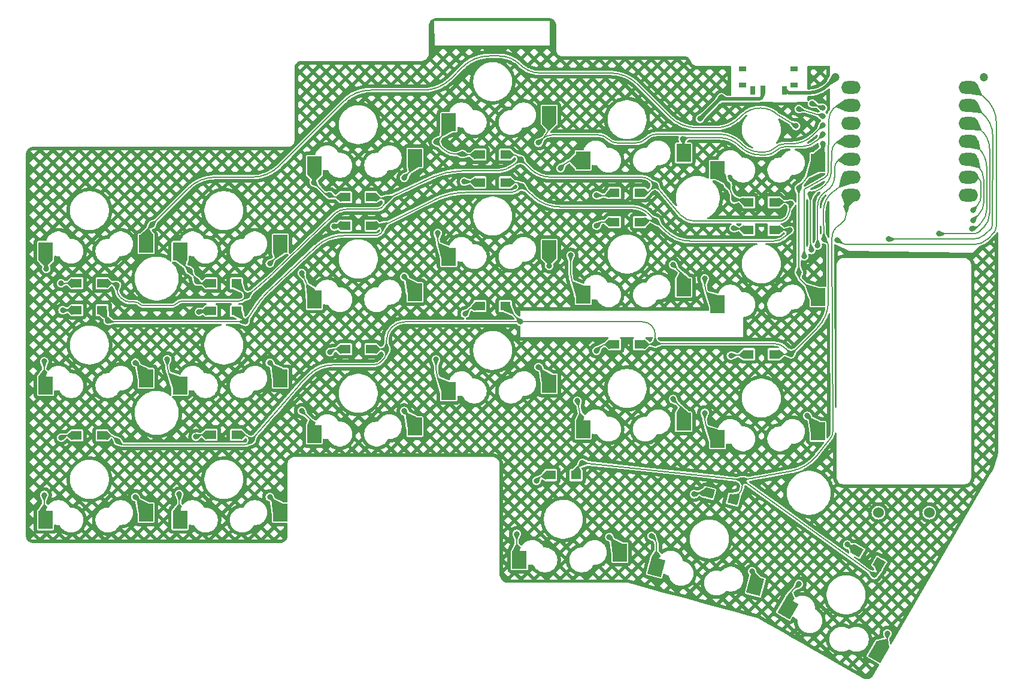
<source format=gtl>
%TF.GenerationSoftware,KiCad,Pcbnew,8.0.5*%
%TF.CreationDate,2025-01-25T20:12:57+02:00*%
%TF.ProjectId,1_3A,315f3341-2e6b-4696-9361-645f70636258,rev?*%
%TF.SameCoordinates,Original*%
%TF.FileFunction,Copper,L1,Top*%
%TF.FilePolarity,Positive*%
%FSLAX46Y46*%
G04 Gerber Fmt 4.6, Leading zero omitted, Abs format (unit mm)*
G04 Created by KiCad (PCBNEW 8.0.5) date 2025-01-25 20:12:57*
%MOMM*%
%LPD*%
G01*
G04 APERTURE LIST*
G04 Aperture macros list*
%AMRotRect*
0 Rectangle, with rotation*
0 The origin of the aperture is its center*
0 $1 length*
0 $2 width*
0 $3 Rotation angle, in degrees counterclockwise*
0 Add horizontal line*
21,1,$1,$2,0,0,$3*%
%AMOutline5P*
0 Free polygon, 5 corners , with rotation*
0 The origin of the aperture is its center*
0 number of corners: always 5*
0 $1 to $10 corner X, Y*
0 $11 Rotation angle, in degrees counterclockwise*
0 create outline with 5 corners*
4,1,5,$1,$2,$3,$4,$5,$6,$7,$8,$9,$10,$1,$2,$11*%
%AMOutline6P*
0 Free polygon, 6 corners , with rotation*
0 The origin of the aperture is its center*
0 number of corners: always 6*
0 $1 to $12 corner X, Y*
0 $13 Rotation angle, in degrees counterclockwise*
0 create outline with 6 corners*
4,1,6,$1,$2,$3,$4,$5,$6,$7,$8,$9,$10,$11,$12,$1,$2,$13*%
%AMOutline7P*
0 Free polygon, 7 corners , with rotation*
0 The origin of the aperture is its center*
0 number of corners: always 7*
0 $1 to $14 corner X, Y*
0 $15 Rotation angle, in degrees counterclockwise*
0 create outline with 7 corners*
4,1,7,$1,$2,$3,$4,$5,$6,$7,$8,$9,$10,$11,$12,$13,$14,$1,$2,$15*%
%AMOutline8P*
0 Free polygon, 8 corners , with rotation*
0 The origin of the aperture is its center*
0 number of corners: always 8*
0 $1 to $16 corner X, Y*
0 $17 Rotation angle, in degrees counterclockwise*
0 create outline with 8 corners*
4,1,8,$1,$2,$3,$4,$5,$6,$7,$8,$9,$10,$11,$12,$13,$14,$15,$16,$1,$2,$17*%
G04 Aperture macros list end*
%TA.AperFunction,SMDPad,CuDef*%
%ADD10RotRect,2.000000X2.500000X330.000000*%
%TD*%
%TA.AperFunction,SMDPad,CuDef*%
%ADD11R,2.000000X2.500000*%
%TD*%
%TA.AperFunction,SMDPad,CuDef*%
%ADD12RotRect,2.000000X2.500000X345.000000*%
%TD*%
%TA.AperFunction,ComponentPad*%
%ADD13C,1.524000*%
%TD*%
%TA.AperFunction,SMDPad,CuDef*%
%ADD14RotRect,1.425000X1.300000X165.000000*%
%TD*%
%TA.AperFunction,SMDPad,CuDef*%
%ADD15R,1.425000X1.300000*%
%TD*%
%TA.AperFunction,SMDPad,CuDef*%
%ADD16RotRect,1.425000X1.300000X150.000000*%
%TD*%
%TA.AperFunction,SMDPad,CuDef*%
%ADD17O,2.750000X1.800000*%
%TD*%
%TA.AperFunction,ComponentPad*%
%ADD18C,1.200000*%
%TD*%
%TA.AperFunction,SMDPad,CuDef*%
%ADD19R,1.000000X0.800000*%
%TD*%
%TA.AperFunction,SMDPad,CuDef*%
%ADD20R,0.700000X1.280000*%
%TD*%
%TA.AperFunction,SMDPad,CuDef*%
%ADD21Outline5P,-0.350000X0.640000X0.350000X0.640000X0.350000X-0.360000X0.070000X-0.640000X-0.350000X-0.640000X0.000000*%
%TD*%
%TA.AperFunction,ViaPad*%
%ADD22C,0.800000*%
%TD*%
%TA.AperFunction,Conductor*%
%ADD23C,0.200000*%
%TD*%
%TA.AperFunction,Conductor*%
%ADD24C,0.500000*%
%TD*%
%TA.AperFunction,Conductor*%
%ADD25C,0.400000*%
%TD*%
G04 APERTURE END LIST*
D10*
X183232906Y-132298819D03*
X196055467Y-138489492D03*
D11*
X116300000Y-88690970D03*
X130500000Y-87640970D03*
D12*
X164658126Y-126472581D03*
X178646033Y-129133590D03*
D11*
X97300000Y-81840970D03*
X111500000Y-80790970D03*
X78300000Y-100840970D03*
X92500000Y-99790970D03*
X154300000Y-68990970D03*
X168500000Y-67940970D03*
X116300000Y-107690970D03*
X130500000Y-106640970D03*
X173300000Y-89365970D03*
X187500000Y-88315970D03*
X173300000Y-70365970D03*
X187500000Y-69315970D03*
X154300000Y-106990970D03*
X168500000Y-105940970D03*
X154300000Y-87990970D03*
X168500000Y-86940970D03*
D13*
X196044000Y-118806000D03*
X203244000Y-118806000D03*
D11*
X116300000Y-69690970D03*
X130500000Y-68640970D03*
X173300000Y-108365970D03*
X187500000Y-107315970D03*
X97300000Y-100840970D03*
X111500000Y-99790970D03*
X135300000Y-63615970D03*
X149500000Y-62565970D03*
X145300000Y-125490700D03*
X159500000Y-124440700D03*
X78300000Y-81840970D03*
X92500000Y-80790970D03*
X135300000Y-101615970D03*
X149500000Y-100565970D03*
X97300000Y-119840970D03*
X111500000Y-118790970D03*
X78300000Y-119840970D03*
X92500000Y-118790970D03*
X135300000Y-82615970D03*
X149500000Y-81565970D03*
D14*
X175526592Y-116962639D03*
X172073408Y-116037361D03*
D15*
X181287500Y-96400000D03*
X177712500Y-96400000D03*
D16*
X196148020Y-125993750D03*
X193051980Y-124206250D03*
D15*
X153287500Y-113500000D03*
X149712500Y-113500000D03*
X105287500Y-86400000D03*
X101712500Y-86400000D03*
X105287500Y-90297000D03*
X101712500Y-90297000D03*
X162287500Y-95000000D03*
X158712500Y-95000000D03*
X181287500Y-74900000D03*
X177712500Y-74900000D03*
X86287500Y-90170000D03*
X82712500Y-90170000D03*
X181287500Y-78800000D03*
X177712500Y-78800000D03*
X143287500Y-68200000D03*
X139712500Y-68200000D03*
X143287500Y-72100000D03*
X139712500Y-72100000D03*
D17*
X208794960Y-58696046D03*
X208794960Y-61236046D03*
X208794960Y-63776046D03*
X208794960Y-66316046D03*
X208794960Y-68856046D03*
X208794960Y-71396046D03*
X208794960Y-73936046D03*
X192205040Y-73936046D03*
X192205040Y-71396046D03*
X192205040Y-68856046D03*
X192205040Y-66316046D03*
X192205040Y-63776046D03*
X192205040Y-61236046D03*
X192205040Y-58696046D03*
D18*
X190000000Y-57216046D03*
X211000000Y-57216046D03*
D15*
X162287500Y-73600000D03*
X158712500Y-73600000D03*
X124287500Y-74200000D03*
X120712500Y-74200000D03*
X143287500Y-89600000D03*
X139712500Y-89600000D03*
X86287500Y-107900000D03*
X82712500Y-107900000D03*
X162287500Y-77700000D03*
X158712500Y-77700000D03*
D19*
X184150000Y-58300970D03*
X184150000Y-56080970D03*
X176850000Y-58300970D03*
X176850000Y-56080970D03*
D20*
X182750000Y-59060970D03*
D21*
X179750000Y-59060970D03*
D20*
X178250000Y-59060970D03*
D15*
X124287500Y-78200000D03*
X120712500Y-78200000D03*
X86287500Y-86360000D03*
X82712500Y-86360000D03*
X124287500Y-95700000D03*
X120712500Y-95700000D03*
X105287500Y-107800000D03*
X101712500Y-107800000D03*
D22*
X183700000Y-75100000D03*
X126600000Y-74400000D03*
X145500000Y-68865970D03*
X106807000Y-88138000D03*
X88392000Y-86614000D03*
X186436000Y-73787000D03*
X164500000Y-72500000D03*
X186563000Y-81661000D03*
X80476691Y-86376691D03*
X78400000Y-84300000D03*
X98679000Y-84582000D03*
X99700000Y-86100000D03*
X116200000Y-72100000D03*
X118500000Y-73900000D03*
X133500000Y-66365970D03*
X137200000Y-68100000D03*
X151100000Y-70100000D03*
X156210000Y-73927175D03*
X174752000Y-72390000D03*
X175641000Y-74549000D03*
X106553000Y-91821000D03*
X187452000Y-81026000D03*
X145669000Y-72644000D03*
X183491860Y-78867000D03*
X87122000Y-91694000D03*
X126000000Y-78200000D03*
X164600000Y-77590970D03*
X78105000Y-97409000D03*
X80700000Y-90200000D03*
X95500000Y-97100000D03*
X100000000Y-90400000D03*
X119126000Y-78359000D03*
X114500000Y-84900000D03*
X137500000Y-72000000D03*
X133731000Y-79248000D03*
X156210000Y-78232000D03*
X152525450Y-82423000D03*
X175600000Y-78600000D03*
X171500000Y-85700000D03*
X188341000Y-80137000D03*
X126500000Y-95700000D03*
X183700000Y-96400000D03*
X145415000Y-91821000D03*
X88500000Y-108700000D03*
X107442000Y-108585000D03*
X164500000Y-94900000D03*
X78100000Y-116300000D03*
X80518000Y-108204000D03*
X99568000Y-108077000D03*
X97200000Y-116200000D03*
X114500000Y-104400000D03*
X118500000Y-96100000D03*
X133500000Y-97155000D03*
X137600000Y-90700000D03*
X153500000Y-103000000D03*
X156200000Y-95900000D03*
X171500000Y-104700000D03*
X175200000Y-96600000D03*
X176805500Y-114194500D03*
X195453000Y-127635000D03*
X154178000Y-111760000D03*
X191516000Y-75565000D03*
X144900000Y-121800000D03*
X147700000Y-114300000D03*
X170000000Y-116200000D03*
X164000000Y-122100000D03*
X191643000Y-123317000D03*
X184800000Y-128900000D03*
X190246000Y-80264000D03*
X91000000Y-116590970D03*
X184404000Y-64135000D03*
X93341156Y-78101156D03*
X91000000Y-97590970D03*
X110000000Y-116590970D03*
X186690000Y-60960000D03*
X110000000Y-83590970D03*
X197485000Y-80137000D03*
X110000000Y-97590970D03*
X188214000Y-61595000D03*
X188214000Y-62738000D03*
X184785000Y-61722000D03*
X204597000Y-79375000D03*
X129000000Y-71440970D03*
X129000000Y-85440970D03*
X129000000Y-104440970D03*
X148000000Y-98200000D03*
X158000000Y-122240700D03*
X149500000Y-83900000D03*
X148000000Y-66500000D03*
X188214000Y-64008000D03*
X209296000Y-78670000D03*
X167000000Y-83740970D03*
X168402000Y-65978000D03*
X178172155Y-127115970D03*
X167000000Y-102740970D03*
X209423000Y-77470000D03*
X188214000Y-65304050D03*
X184785000Y-84836000D03*
X197300000Y-135900000D03*
X188214000Y-66675000D03*
X186000000Y-105115970D03*
X184785000Y-72898000D03*
X209423000Y-76073000D03*
X185547000Y-82550000D03*
X173863000Y-60071000D03*
X170815000Y-63119000D03*
D23*
X88392000Y-86614000D02*
X88265000Y-86487000D01*
X183700000Y-75100000D02*
X183650000Y-75100000D01*
X90953789Y-89027000D02*
X90343223Y-89027000D01*
X145167015Y-68532985D02*
X145500000Y-68865970D01*
X126600000Y-74400000D02*
X126258578Y-74200000D01*
X92180210Y-89535000D02*
X96070987Y-89535000D01*
X106807000Y-88138000D02*
X108013500Y-87122000D01*
X120865127Y-75900000D02*
X125072352Y-75900000D01*
X97604012Y-88900000D02*
X105506184Y-88900000D01*
X182017902Y-77600000D02*
X170132129Y-77600000D01*
X88841012Y-88333012D02*
X88963500Y-88455500D01*
X119170240Y-76526608D02*
X110387112Y-85044988D01*
X168049526Y-76695967D02*
X167911191Y-76547983D01*
X145500000Y-68865970D02*
X146754015Y-70119985D01*
X183742731Y-75174038D02*
X183752693Y-75184000D01*
X137188655Y-70485000D02*
X142085370Y-70485000D01*
X163251906Y-73748093D02*
X164500000Y-72500000D01*
X186563000Y-81661000D02*
X186499500Y-81280000D01*
X87958394Y-86360000D02*
X86287500Y-86360000D01*
X183500000Y-75000000D02*
X183564644Y-75064644D01*
X126600000Y-74400000D02*
X132781741Y-71474992D01*
X144363118Y-68200000D02*
X143287500Y-68200000D01*
X187896500Y-72961500D02*
X186436000Y-73787000D01*
X126600000Y-74400000D02*
X126249983Y-75150036D01*
X145500000Y-68865970D02*
X145432985Y-68932985D01*
X145426503Y-68885167D02*
X144404751Y-69685083D01*
X164500000Y-72500000D02*
X163937000Y-71937000D01*
X106807000Y-88138000D02*
X106426000Y-88519000D01*
X183258578Y-74900000D02*
X181287500Y-74900000D01*
X183700000Y-75100000D02*
X183700000Y-75150000D01*
X186436000Y-73787000D02*
X186436000Y-80512744D01*
X126600000Y-74400000D02*
X124287500Y-74200000D01*
X106807000Y-88138000D02*
X105287500Y-86400000D01*
X88392000Y-86614000D02*
X88392000Y-87249000D01*
X164500000Y-72500000D02*
X167642637Y-76244827D01*
X145500000Y-68865970D02*
X145472850Y-68865970D01*
X189398326Y-70458858D02*
X189465000Y-67753082D01*
X162577797Y-71374000D02*
X149781475Y-71374000D01*
X183682714Y-75246917D02*
X183420885Y-76312095D01*
X183289946Y-76713010D02*
X183338613Y-76580908D01*
X167642637Y-76244827D02*
G75*
G03*
X167911191Y-76547983I5795663J4863627D01*
G01*
X163251906Y-73748093D02*
G75*
G02*
X162643750Y-74000024I-608206J608193D01*
G01*
X149781475Y-71374000D02*
G75*
G02*
X146754022Y-70119978I25J4281500D01*
G01*
X187896500Y-72961500D02*
G75*
G03*
X189398325Y-70458858I-1455700J2575500D01*
G01*
X90343223Y-89027000D02*
G75*
G02*
X88963493Y-88455507I-23J1951200D01*
G01*
X183650000Y-75100000D02*
G75*
G02*
X183564646Y-75064642I0J120700D01*
G01*
X183742731Y-75174038D02*
G75*
G02*
X183699959Y-75150000I-14631J24038D01*
G01*
X125072352Y-75900000D02*
G75*
G03*
X126249986Y-75150037I48J1299500D01*
G01*
X145167015Y-68532985D02*
G75*
G03*
X144363118Y-68199993I-803915J-803915D01*
G01*
X137188655Y-70485000D02*
G75*
G03*
X132781749Y-71475010I45J-10303600D01*
G01*
X142085370Y-70485000D02*
G75*
G03*
X144404761Y-69685095I30J3762500D01*
G01*
X96837500Y-89217500D02*
G75*
G02*
X96070987Y-89534995I-766500J766500D01*
G01*
X88841012Y-88333012D02*
G75*
G02*
X88391992Y-87249000I1083988J1084012D01*
G01*
X96837500Y-89217500D02*
G75*
G02*
X97604012Y-88900005I766500J-766500D01*
G01*
X168049526Y-76695967D02*
G75*
G03*
X170132129Y-77599992I2082574J1946767D01*
G01*
X105506184Y-88900000D02*
G75*
G03*
X106426005Y-88519005I16J1300800D01*
G01*
X119170240Y-76526608D02*
G75*
G02*
X119951504Y-76050012I1444760J-1489692D01*
G01*
X183682714Y-75246917D02*
G75*
G03*
X183699996Y-75150000I-263114J96917D01*
G01*
X186436000Y-80512744D02*
G75*
G03*
X186499508Y-81279999I4667000J44D01*
G01*
X108013500Y-87122000D02*
G75*
G03*
X110387111Y-85044986I-53579300J63625200D01*
G01*
X183500000Y-75000000D02*
G75*
G03*
X183258578Y-74900009I-241400J-241400D01*
G01*
X189944477Y-66595523D02*
G75*
G03*
X189464977Y-67753082I1157523J-1157577D01*
G01*
X120865127Y-75900000D02*
G75*
G03*
X119951499Y-76049996I-27J-2857300D01*
G01*
X183420885Y-76312095D02*
G75*
G02*
X183338612Y-76580908I-2439685J599695D01*
G01*
X145426503Y-68885167D02*
G75*
G02*
X145472850Y-68866001I46297J-46333D01*
G01*
X87958394Y-86360000D02*
G75*
G02*
X88265002Y-86486998I6J-433600D01*
G01*
X92180210Y-89535000D02*
G75*
G02*
X91566997Y-89281003I-10J867200D01*
G01*
X90953789Y-89027000D02*
G75*
G02*
X91567003Y-89280997I11J-867200D01*
G01*
X182017902Y-77600000D02*
G75*
G03*
X183289930Y-76713004I-2J1355600D01*
G01*
X183682714Y-75246917D02*
G75*
G02*
X183742722Y-75174023I134386J-49483D01*
G01*
X191102036Y-66116046D02*
G75*
G03*
X189944455Y-66595501I-36J-1637054D01*
G01*
X126258578Y-74200000D02*
G75*
G02*
X126500006Y-74299994I22J-341400D01*
G01*
X162577797Y-71374000D02*
G75*
G02*
X163937001Y-71936999I3J-1922200D01*
G01*
X78400000Y-84300000D02*
X78350000Y-84250000D01*
X81115802Y-86360000D02*
X82712500Y-86360000D01*
X78300000Y-84129289D02*
X78300000Y-81853470D01*
X80476691Y-86376691D02*
X80962500Y-86423500D01*
X78400000Y-84300000D02*
X78400000Y-84112249D01*
X78300000Y-84129289D02*
X78300000Y-81840970D01*
X81115802Y-86360000D02*
G75*
G03*
X80962499Y-86423499I-2J-216800D01*
G01*
X78300000Y-84129289D02*
G75*
G03*
X78349997Y-84250003I170700J-11D01*
G01*
X78300000Y-84129289D02*
G75*
G03*
X78349997Y-84250003I170700J-11D01*
G01*
X98854553Y-84784545D02*
X99700000Y-86100000D01*
X99700000Y-86100000D02*
X99850000Y-86250000D01*
X97781550Y-83684550D02*
X98679000Y-84582000D01*
X98679000Y-84582000D02*
X98742500Y-84645500D01*
X100212132Y-86400000D02*
X101912500Y-86400000D01*
X98854553Y-84784545D02*
G75*
G03*
X98742500Y-84645500I-702753J-451655D01*
G01*
X99850000Y-86250000D02*
G75*
G03*
X100212132Y-86399987I362100J362100D01*
G01*
X97781550Y-83684550D02*
G75*
G02*
X97300006Y-82521985I1162550J1162550D01*
G01*
X119012132Y-74200000D02*
X120712500Y-74200000D01*
X117823223Y-73723223D02*
X116200000Y-72100000D01*
X116250000Y-72050000D02*
X116200000Y-72100000D01*
X116300000Y-71929289D02*
X116300000Y-69690970D01*
X118500000Y-73900000D02*
X118250000Y-73900000D01*
X118500000Y-73900000D02*
X118650000Y-74050000D01*
X116250000Y-72050000D02*
G75*
G03*
X116299996Y-71929289I-120700J120700D01*
G01*
X118650000Y-74050000D02*
G75*
G03*
X119012132Y-74199987I362100J362100D01*
G01*
X117823223Y-73723223D02*
G75*
G03*
X118250000Y-73899986I426777J426823D01*
G01*
X137370710Y-68200000D02*
X139712500Y-68200000D01*
X133500000Y-66365970D02*
X135300000Y-64565970D01*
X137200000Y-68100000D02*
X137250000Y-68150000D01*
X136217015Y-68100000D02*
X137200000Y-68100000D01*
X133500000Y-66365970D02*
X134538954Y-67404924D01*
X136217015Y-68100000D02*
G75*
G02*
X134538954Y-67404924I-15J2373100D01*
G01*
X137370710Y-68200000D02*
G75*
G02*
X137249997Y-68150003I-10J170700D01*
G01*
X156985765Y-74000000D02*
X158659375Y-74000000D01*
X151100000Y-70100000D02*
X151654515Y-69545485D01*
X156261679Y-73957448D02*
X156373709Y-73957448D01*
X152993232Y-68990970D02*
X154300000Y-68990970D01*
X156225136Y-73942311D02*
X156210000Y-73927175D01*
X152993232Y-68990970D02*
G75*
G03*
X151654499Y-69545469I-32J-1893230D01*
G01*
X156985765Y-74000000D02*
G75*
G02*
X156373709Y-73957446I20035J4711000D01*
G01*
X156225136Y-73942311D02*
G75*
G03*
X156261679Y-73957472I36564J36511D01*
G01*
X175641000Y-74549000D02*
X177663500Y-74549000D01*
X175420500Y-74024500D02*
X175641000Y-74549000D01*
X174752000Y-72390000D02*
X173300000Y-70938000D01*
X174752000Y-72390000D02*
X174987053Y-72972387D01*
X175420500Y-74024500D02*
G75*
G02*
X174987053Y-72972387I73058000J30713600D01*
G01*
X126000000Y-78200000D02*
X126000000Y-78589000D01*
X147256500Y-74104500D02*
X145669000Y-72644000D01*
X133311900Y-74562754D02*
X126000000Y-78200000D01*
X145397000Y-72372000D02*
X145669000Y-72644000D01*
X183252512Y-79347487D02*
X182849999Y-79749999D01*
X87122000Y-91694000D02*
X86287500Y-90170000D01*
X120498960Y-79629000D02*
X124888673Y-79629000D01*
X164600000Y-77590970D02*
X166004515Y-78995485D01*
X164444704Y-77500000D02*
X162287500Y-77500000D01*
X183500000Y-78750000D02*
X183491860Y-78867000D01*
X87338802Y-91821000D02*
X106553000Y-91821000D01*
X125724935Y-79253064D02*
X125674499Y-79303499D01*
X145161000Y-73088500D02*
X145669000Y-72644000D01*
X144740333Y-72100000D02*
X143287500Y-72100000D01*
X126000000Y-78200000D02*
X124287500Y-78200000D01*
X189837822Y-71345515D02*
X189865000Y-70043845D01*
X164600000Y-77590970D02*
X163604515Y-76595485D01*
X190931954Y-68656046D02*
X191185954Y-68656046D01*
X190271477Y-69062523D02*
X190498348Y-68835651D01*
X187452000Y-81026000D02*
X187452000Y-75435110D01*
X106553000Y-91821000D02*
X105287500Y-90297000D01*
X107548648Y-90327527D02*
X106553000Y-91821000D01*
X164554515Y-77545485D02*
X164600000Y-77590970D01*
X183295930Y-78833500D02*
X183491860Y-78867000D01*
X87122000Y-91694000D02*
X87185500Y-91757500D01*
X143977985Y-73533000D02*
X137694078Y-73533000D01*
X116580281Y-81169048D02*
X109917635Y-87362493D01*
X169395314Y-80400000D02*
X181280761Y-80400000D01*
X161201201Y-75600000D02*
X151001122Y-75571109D01*
X182901226Y-78800000D02*
X181287500Y-78800000D01*
X164600000Y-77590970D02*
X164487031Y-77590970D01*
X133311900Y-74562754D02*
G75*
G02*
X137694078Y-73532992I4382200J-8809446D01*
G01*
X188658499Y-73342499D02*
G75*
G03*
X187452002Y-75435110I1211501J-2092601D01*
G01*
X164554515Y-77545485D02*
G75*
G03*
X164444704Y-77499998I-109815J-109815D01*
G01*
X190498348Y-68835651D02*
G75*
G02*
X190931954Y-68656067I433552J-433549D01*
G01*
X166004515Y-78995485D02*
G75*
G03*
X169395314Y-80399994I3390785J3390785D01*
G01*
X161201201Y-75600000D02*
G75*
G02*
X163604515Y-76595485I-1J-3398800D01*
G01*
X189865000Y-70043845D02*
G75*
G02*
X190271454Y-69062500I1387800J45D01*
G01*
X87185500Y-91757500D02*
G75*
G03*
X87338802Y-91820999I153300J153300D01*
G01*
X182849999Y-79749999D02*
G75*
G02*
X181280761Y-80399983I-1569199J1569199D01*
G01*
X120498960Y-79629000D02*
G75*
G03*
X116580299Y-81169067I40J-5755600D01*
G01*
X108648500Y-88773000D02*
G75*
G03*
X107548647Y-90327526I27453000J-20589800D01*
G01*
X182901226Y-78800000D02*
G75*
G02*
X183295929Y-78833504I-26J-2342000D01*
G01*
X125674499Y-79303499D02*
G75*
G02*
X124888673Y-79628988I-785799J785799D01*
G01*
X125724935Y-79253064D02*
G75*
G03*
X126000008Y-78589000I-664035J664064D01*
G01*
X145397000Y-72372000D02*
G75*
G03*
X144740333Y-72099986I-656700J-656700D01*
G01*
X188658499Y-73342499D02*
G75*
G03*
X189837868Y-71345516I-1184699J2046399D01*
G01*
X183252512Y-79347487D02*
G75*
G03*
X183499992Y-78750000I-597512J597487D01*
G01*
X143977985Y-73533000D02*
G75*
G03*
X145161004Y-73088504I15J1796500D01*
G01*
X147256500Y-74104500D02*
G75*
G03*
X151001122Y-75571152I3760400J4087300D01*
G01*
X108648500Y-88773000D02*
G75*
G02*
X109917640Y-87362498I8520900J-6390700D01*
G01*
X78105000Y-97409000D02*
X78105000Y-100508084D01*
X80700000Y-90200000D02*
X82712500Y-90170000D01*
X100175831Y-90297000D02*
X101844500Y-90297000D01*
X95500000Y-98070485D02*
X95500000Y-97100000D01*
X96186236Y-99727206D02*
X97300000Y-100840970D01*
X100000000Y-90400000D02*
X100051500Y-90348500D01*
X95500000Y-98070485D02*
G75*
G03*
X96186241Y-99727201I2342900J-15D01*
G01*
X100051500Y-90348500D02*
G75*
G02*
X100175831Y-90297013I124300J-124300D01*
G01*
X119397429Y-78200000D02*
X120712500Y-78200000D01*
X114500000Y-84900000D02*
X116000000Y-88178837D01*
X119126000Y-78359000D02*
X119205500Y-78279500D01*
X119205500Y-78279500D02*
G75*
G02*
X119397429Y-78200012I191900J-191900D01*
G01*
X137500000Y-72000000D02*
X139712500Y-72000000D01*
X133731000Y-80147485D02*
X133731000Y-79248000D01*
X134367031Y-81683001D02*
X135300000Y-82615970D01*
X133731000Y-80147485D02*
G75*
G03*
X134367034Y-81682998I2171500J-15D01*
G01*
X152525450Y-82423000D02*
X152525450Y-84961623D01*
X156476000Y-77966000D02*
X156210000Y-78232000D01*
X157118180Y-77700000D02*
X158712500Y-77700000D01*
X152525450Y-84961623D02*
G75*
G03*
X153412736Y-87103684I3029350J23D01*
G01*
X157118180Y-77700000D02*
G75*
G03*
X156476006Y-77966006I20J-908200D01*
G01*
X172159720Y-88225690D02*
X173300000Y-89365970D01*
X175600000Y-78600000D02*
X177712500Y-78800000D01*
X171500000Y-85700000D02*
X171500000Y-86632985D01*
X175600000Y-78600000D02*
X175941421Y-78800000D01*
X175600000Y-78600000D02*
X175700000Y-78700000D01*
X175941421Y-78800000D02*
G75*
G02*
X175699994Y-78700006I-21J341400D01*
G01*
X171500000Y-86632985D02*
G75*
G03*
X172159718Y-88225692I2252400J-15D01*
G01*
X181274085Y-94900000D02*
X164500000Y-94900000D01*
X126500000Y-96106000D02*
X126500000Y-95700000D01*
X188976000Y-88870036D02*
X188976000Y-81051598D01*
X106101921Y-107800000D02*
X105287500Y-107800000D01*
X126500000Y-95700000D02*
X124287500Y-95700000D01*
X114244790Y-100656071D02*
X107442000Y-108585000D01*
X145381942Y-91694442D02*
X143287500Y-89600000D01*
X183700000Y-96400000D02*
X187382207Y-92717792D01*
X88500000Y-108700000D02*
X88760000Y-108960000D01*
X183700000Y-96400000D02*
X181287500Y-96400000D01*
X190899351Y-72506998D02*
X189763476Y-73317022D01*
X88500000Y-108700000D02*
X88100000Y-108300000D01*
X87134314Y-107900000D02*
X86287500Y-107900000D01*
X164450000Y-94950000D02*
X164500000Y-94900000D01*
X89387695Y-109220000D02*
X106357987Y-109220000D01*
X164500000Y-93615169D02*
X164500000Y-94900000D01*
X107124500Y-108902500D02*
X107442000Y-108585000D01*
X183700000Y-96400000D02*
X183000000Y-95650000D01*
X107049500Y-108192500D02*
X107442000Y-108585000D01*
X129087973Y-91821000D02*
X162705830Y-91821000D01*
X164329289Y-95000000D02*
X162287500Y-95000000D01*
X126500000Y-94408973D02*
X126500000Y-95700000D01*
X145415000Y-91774250D02*
X145415000Y-91821000D01*
X126260869Y-96840104D02*
X125988000Y-97214500D01*
X114255656Y-100628343D02*
X115608500Y-99275500D01*
X188256281Y-76324646D02*
X188341000Y-80137000D01*
X188658500Y-80391000D02*
X188341000Y-80137000D01*
X118888209Y-97917000D02*
X124606718Y-97917000D01*
X87134314Y-107900000D02*
G75*
G02*
X88099996Y-108300004I-14J-1365700D01*
G01*
X126500000Y-96106000D02*
G75*
G02*
X126260873Y-96840107I-1246400J0D01*
G01*
X107049500Y-108192500D02*
G75*
G03*
X106101921Y-107799991I-947600J-947600D01*
G01*
X126500000Y-94408973D02*
G75*
G02*
X127258008Y-92579008I2588000J-27D01*
G01*
X88760000Y-108960000D02*
G75*
G03*
X89387695Y-109220002I627700J627700D01*
G01*
X145381942Y-91694442D02*
G75*
G02*
X145415025Y-91774250I-79842J-79858D01*
G01*
X191312954Y-71704046D02*
G75*
G02*
X190899340Y-72506982I-986254J46D01*
G01*
X183000000Y-95650000D02*
G75*
G03*
X181274085Y-94900025I-1725900J-1610900D01*
G01*
X107124500Y-108902500D02*
G75*
G02*
X106357987Y-109219995I-766500J766500D01*
G01*
X114244790Y-100656071D02*
G75*
G03*
X114250002Y-100642000I-16390J14071D01*
G01*
X129087973Y-91821000D02*
G75*
G03*
X127258008Y-92579008I27J-2588000D01*
G01*
X188976000Y-88870036D02*
G75*
G02*
X187382200Y-92717785I-5441600J36D01*
G01*
X188658500Y-80391000D02*
G75*
G02*
X188975993Y-81051598I-528500J-660600D01*
G01*
X164450000Y-94950000D02*
G75*
G02*
X164329289Y-94999996I-120700J120700D01*
G01*
X164500000Y-93615169D02*
G75*
G03*
X163974491Y-92346509I-1794200J-31D01*
G01*
X188256281Y-76324646D02*
G75*
G02*
X189763505Y-73317062I3595019J79846D01*
G01*
X162705830Y-91821000D02*
G75*
G02*
X163974491Y-92346509I-30J-1794200D01*
G01*
X118888209Y-97917000D02*
G75*
G03*
X115608497Y-99275497I-9J-4638200D01*
G01*
X125988000Y-97214500D02*
G75*
G02*
X124606718Y-97917020I-1381300J1006700D01*
G01*
X114250000Y-100642000D02*
G75*
G02*
X114255659Y-100628346I19300J0D01*
G01*
X81036960Y-107900000D02*
X82712500Y-107900000D01*
X78100000Y-116300000D02*
X78100000Y-119640970D01*
X80518000Y-108204000D02*
X80670000Y-108052000D01*
X81036960Y-107900000D02*
G75*
G03*
X80670012Y-108052012I40J-519000D01*
G01*
X97200000Y-116200000D02*
X97200000Y-119740970D01*
X99568000Y-108077000D02*
X99706500Y-107938500D01*
X100040868Y-107800000D02*
X101712500Y-107800000D01*
X100040868Y-107800000D02*
G75*
G03*
X99706509Y-107938509I32J-472900D01*
G01*
X118500000Y-96100000D02*
X118700000Y-95900000D01*
X115722862Y-105622862D02*
X114500000Y-104400000D01*
X119182842Y-95700000D02*
X120712500Y-95700000D01*
X118700000Y-95900000D02*
G75*
G02*
X119182842Y-95700018I482800J-482800D01*
G01*
X115722862Y-105622862D02*
G75*
G02*
X116249999Y-106895485I-1272662J-1272638D01*
G01*
X137600000Y-90700000D02*
X138342027Y-89957972D01*
X133500000Y-98543177D02*
X133500000Y-97155000D01*
X133500000Y-98543177D02*
G75*
G03*
X134399987Y-100715983I3072800J-23D01*
G01*
X138342027Y-89957972D02*
G75*
G02*
X139206250Y-89600036I864173J-864228D01*
G01*
X153500000Y-103000000D02*
X154300000Y-106990970D01*
X156650000Y-95450000D02*
X156200000Y-95900000D01*
X157736396Y-95000000D02*
X158712500Y-95000000D01*
X157736396Y-95000000D02*
G75*
G03*
X156650001Y-95450001I4J-1536400D01*
G01*
X172159720Y-107225690D02*
X173300000Y-108365970D01*
X171500000Y-105632985D02*
X171500000Y-104700000D01*
X175300000Y-96500000D02*
X175200000Y-96600000D01*
X175541421Y-96400000D02*
X175200000Y-96600000D01*
X175200000Y-96600000D02*
X177712500Y-96400000D01*
X171500000Y-105632985D02*
G75*
G03*
X172159718Y-107225692I2252400J-15D01*
G01*
X175300000Y-96500000D02*
G75*
G02*
X175541421Y-96400009I241400J-241400D01*
G01*
X176278977Y-116210253D02*
X175526592Y-116962639D01*
X191516000Y-76567975D02*
X191516000Y-75565000D01*
X183698327Y-112934902D02*
X180200770Y-113582598D01*
X153587843Y-112350156D02*
X154178000Y-111760000D01*
X187328046Y-110738240D02*
X189171683Y-108389316D01*
X195453000Y-127635000D02*
X176805500Y-114194500D01*
X196084647Y-127240220D02*
X195453000Y-127635000D01*
X176805500Y-114939115D02*
X176805500Y-114194500D01*
X177937750Y-113993250D02*
X176805500Y-114194500D01*
X154178000Y-111760000D02*
X171627721Y-113608977D01*
X189611000Y-107328711D02*
X189489206Y-79912134D01*
X191516000Y-75565000D02*
X191730040Y-73936046D01*
X190646634Y-78071113D02*
X190500000Y-78155475D01*
X175080250Y-113993250D02*
X176805500Y-114194500D01*
X153587843Y-112350156D02*
G75*
G03*
X153287524Y-113075250I725057J-725044D01*
G01*
X175080250Y-113993250D02*
G75*
G03*
X171627721Y-113608977I-38114850J-326743950D01*
G01*
X187328046Y-110738240D02*
G75*
G02*
X183698320Y-112934863I-4722946J3707040D01*
G01*
X189611000Y-107328711D02*
G75*
G02*
X189171673Y-108389306I-1499900J11D01*
G01*
X177937750Y-113993250D02*
G75*
G03*
X180200770Y-113582598I-55898550J314486450D01*
G01*
X176805500Y-114939115D02*
G75*
G02*
X176278978Y-116210254I-1797700J15D01*
G01*
X196084647Y-127240220D02*
G75*
G03*
X196458496Y-126546875I-421847J674920D01*
G01*
X190500000Y-78155475D02*
G75*
G03*
X189489193Y-79912134I1005500J-1747725D01*
G01*
X190646634Y-78071113D02*
G75*
G03*
X191515953Y-76567975I-864834J1503113D01*
G01*
X148100000Y-113900000D02*
X147700000Y-114300000D01*
X144900000Y-121800000D02*
X144900000Y-124574152D01*
X149065685Y-113500000D02*
X149712500Y-113500000D01*
X149065685Y-113500000D02*
G75*
G03*
X148100004Y-113900004I15J-1365700D01*
G01*
X170277642Y-116037361D02*
X172073408Y-116037361D01*
X170000000Y-116200000D02*
X170081319Y-116118680D01*
X164658126Y-123223491D02*
X164658126Y-126472581D01*
X164329063Y-122429063D02*
X164000000Y-122100000D01*
X170277642Y-116037361D02*
G75*
G03*
X170081299Y-116118660I-42J-277639D01*
G01*
X164329063Y-122429063D02*
G75*
G02*
X164658122Y-123223491I-794463J-794437D01*
G01*
X191643000Y-123317000D02*
X193351980Y-124306250D01*
X184800000Y-128900000D02*
X183880518Y-129819481D01*
X183880518Y-129819481D02*
G75*
G03*
X183232876Y-131382956I1563482J-1563519D01*
G01*
X135578792Y-57461206D02*
X137217207Y-55822792D01*
X142438751Y-54229000D02*
X141064963Y-54229000D01*
X92500000Y-79537099D02*
X92500000Y-80790970D01*
X212725000Y-78271188D02*
X212725000Y-63697521D01*
X91000000Y-116590970D02*
X92252512Y-117843482D01*
X111321792Y-69780207D02*
X120453207Y-60648792D01*
X212589035Y-78823644D02*
X212644759Y-78685262D01*
X93341156Y-78101156D02*
X98474519Y-72967792D01*
X212547534Y-78947920D02*
X212589035Y-78823644D01*
X211518500Y-80073500D02*
X212396342Y-79195657D01*
X191617031Y-80899000D02*
X209525566Y-80899000D01*
X176402999Y-62991999D02*
X176722369Y-62672630D01*
X212396342Y-79195657D02*
X212442235Y-79148720D01*
X210995155Y-60061443D02*
X209069960Y-58496046D01*
X190373000Y-80264000D02*
X190246000Y-80264000D01*
X190577350Y-80468350D02*
X190373000Y-80264000D01*
X161994792Y-58235792D02*
X166554207Y-62795207D01*
X170401963Y-64389000D02*
X173030343Y-64389000D01*
X212442235Y-79148720D02*
X212481328Y-79096567D01*
X181864000Y-62611000D02*
X184404000Y-64135000D01*
X148264248Y-56642000D02*
X158147036Y-56642000D01*
X212481328Y-79096567D02*
X212497732Y-79068154D01*
X107474036Y-71374000D02*
X102322275Y-71374000D01*
X179324000Y-61595000D02*
X179411159Y-61595000D01*
X131731036Y-59055000D02*
X124300963Y-59055000D01*
X91000000Y-97590970D02*
X92500000Y-99090970D01*
X93341156Y-78101156D02*
X92920578Y-78521734D01*
X137217207Y-55822792D02*
G75*
G02*
X141064963Y-54228959I3847793J-3847708D01*
G01*
X179324000Y-61595000D02*
G75*
G03*
X176722362Y-62672623I0J-3679300D01*
G01*
X190577350Y-80468350D02*
G75*
G03*
X191617031Y-80898987I1039650J1039650D01*
G01*
X98474519Y-72967792D02*
G75*
G02*
X102322275Y-71373968I3847781J-3847708D01*
G01*
X181864000Y-62611000D02*
G75*
G03*
X179411159Y-61595017I-2452800J-2452800D01*
G01*
X170401963Y-64389000D02*
G75*
G02*
X166554215Y-62795199I37J5441600D01*
G01*
X120453207Y-60648792D02*
G75*
G02*
X124300963Y-59054959I3847793J-3847708D01*
G01*
X212725000Y-63697521D02*
G75*
G03*
X210995170Y-60061425I-4686400J21D01*
G01*
X209525566Y-80899000D02*
G75*
G03*
X211518510Y-80073510I34J2818400D01*
G01*
X131731036Y-59055000D02*
G75*
G03*
X135578785Y-57461199I-36J5441600D01*
G01*
X142438751Y-54229000D02*
G75*
G02*
X145351514Y-55435486I49J-4119200D01*
G01*
X158147036Y-56642000D02*
G75*
G02*
X161994784Y-58235800I-36J-5441600D01*
G01*
X107474036Y-71374000D02*
G75*
G03*
X111321785Y-69780200I-36J5441600D01*
G01*
X212644759Y-78685262D02*
G75*
G03*
X212724989Y-78271188I-1028359J414062D01*
G01*
X173030343Y-64389000D02*
G75*
G03*
X176402987Y-62991987I-43J4769700D01*
G01*
X92920578Y-78521734D02*
G75*
G03*
X92499987Y-79537099I1015322J-1015366D01*
G01*
X212497732Y-79068154D02*
G75*
G03*
X212547533Y-78947920I-431732J249254D01*
G01*
X148264248Y-56642000D02*
G75*
G02*
X145351515Y-55435485I52J4119300D01*
G01*
X209320098Y-80137000D02*
X197485000Y-80137000D01*
X210641452Y-62268023D02*
X209069960Y-61036046D01*
X188214000Y-61595000D02*
X187896500Y-61468000D01*
X187264691Y-61206296D02*
X186690000Y-60960000D01*
X111040380Y-82550589D02*
X110000000Y-83590970D01*
X211073999Y-79501999D02*
X212019553Y-78556445D01*
X212166000Y-78202891D02*
X212206569Y-65496826D01*
X110000000Y-116590970D02*
X111252512Y-117843482D01*
X110000000Y-97590970D02*
X111500000Y-99090970D01*
X111040380Y-82550589D02*
G75*
G03*
X111499989Y-81440970I-1109580J1109589D01*
G01*
X209320098Y-80137000D02*
G75*
G03*
X211074003Y-79502004I2J2739700D01*
G01*
X212166000Y-78202891D02*
G75*
G02*
X212019557Y-78556449I-500000J-9D01*
G01*
X210641452Y-62268023D02*
G75*
G02*
X212206566Y-65496826I-2521052J-3215777D01*
G01*
X187264691Y-61206296D02*
G75*
G03*
X187896500Y-61468001I11050109J25783696D01*
G01*
X210912000Y-78521000D02*
X210485000Y-78948000D01*
X211766000Y-67362476D02*
X211766000Y-76459261D01*
X184785000Y-61722000D02*
X188214000Y-62738000D01*
X129000000Y-85440970D02*
X130500000Y-86940970D01*
X129000000Y-104440970D02*
X130500000Y-105940970D01*
X210417980Y-64617523D02*
X209069960Y-63576046D01*
X209454130Y-79375000D02*
X204597000Y-79375000D01*
X130040380Y-70400589D02*
X129000000Y-71440970D01*
X210485000Y-78948000D02*
G75*
G02*
X209454130Y-79375013I-1030900J1030900D01*
G01*
X130040380Y-70400589D02*
G75*
G03*
X130499989Y-69290970I-1109580J1109589D01*
G01*
X210417980Y-64617523D02*
G75*
G02*
X211766005Y-67362476I-2120780J-2744977D01*
G01*
X210912000Y-78521000D02*
G75*
G03*
X211765984Y-76459261I-2061700J2061700D01*
G01*
X188214000Y-64008000D02*
X186843630Y-65378369D01*
X210217980Y-67264066D02*
X209069960Y-66116046D01*
X176820845Y-66781159D02*
X176587686Y-66548000D01*
X156466438Y-65405000D02*
X149869281Y-65405000D01*
X148000000Y-98200000D02*
X148620558Y-98820558D01*
X149500000Y-63939339D02*
X149500000Y-62565970D01*
X158000000Y-122240700D02*
X159252512Y-123493212D01*
X173521634Y-65278000D02*
X164728025Y-65278000D01*
X148547500Y-65952500D02*
X148000000Y-66500000D01*
X148750000Y-65750000D02*
X148000000Y-66500000D01*
X182773972Y-66656000D02*
X183759157Y-66656000D01*
X179968655Y-67818000D02*
X179324000Y-67818000D01*
X159225885Y-66548000D02*
X161661974Y-66548000D01*
X149500000Y-83900000D02*
X149500000Y-81914589D01*
X210556500Y-77860500D02*
X209906452Y-78510547D01*
X211366000Y-70035631D02*
X211366000Y-75906194D01*
X209296000Y-78670000D02*
X209521500Y-78670000D01*
X148547500Y-65952500D02*
G75*
G02*
X149869281Y-65404993I1321800J-1321800D01*
G01*
X209906452Y-78510547D02*
G75*
G02*
X209521500Y-78670001I-384952J384947D01*
G01*
X148620558Y-98820558D02*
G75*
G02*
X149049986Y-99857275I-1036758J-1036742D01*
G01*
X163195000Y-65913000D02*
G75*
G02*
X164728025Y-65278011I1533000J-1533000D01*
G01*
X159225885Y-66548000D02*
G75*
G02*
X157846174Y-65976488I15J1951200D01*
G01*
X182773972Y-66656000D02*
G75*
G03*
X181371340Y-67237026I28J-1983600D01*
G01*
X156466438Y-65405000D02*
G75*
G02*
X157846138Y-65976524I-38J-1951200D01*
G01*
X183759157Y-66656000D02*
G75*
G03*
X186843651Y-65378390I43J4362100D01*
G01*
X176587686Y-66548000D02*
G75*
G03*
X173521634Y-65277990I-3066086J-3066100D01*
G01*
X148750000Y-65750000D02*
G75*
G03*
X149500016Y-63939339I-1810700J1810700D01*
G01*
X176820845Y-66781159D02*
G75*
G03*
X179324000Y-67817999I2503155J2503159D01*
G01*
X163195000Y-65913000D02*
G75*
G02*
X161661974Y-66547989I-1533000J1533000D01*
G01*
X210217980Y-67264066D02*
G75*
G02*
X211365973Y-70035631I-2771580J-2771534D01*
G01*
X210556500Y-77860500D02*
G75*
G03*
X211365998Y-75906194I-1954300J1954300D01*
G01*
X179968655Y-67818000D02*
G75*
G03*
X181371345Y-67237031I45J1983700D01*
G01*
X178172155Y-127115970D02*
X178409094Y-127352909D01*
X210966000Y-74835934D02*
X210966000Y-71892788D01*
X173540316Y-65786000D02*
X168729764Y-65786000D01*
X168500000Y-66145296D02*
X168500000Y-67940970D01*
X185223234Y-67056000D02*
X182939658Y-67056000D01*
X178646033Y-127924930D02*
X178646033Y-129133590D01*
X168451000Y-66027000D02*
X168402000Y-65978000D01*
X167898959Y-84639929D02*
X167000000Y-83740970D01*
X176476000Y-67002000D02*
X176538001Y-67064001D01*
X210194500Y-76698500D02*
X209423000Y-77470000D01*
X179324000Y-68218000D02*
X180134341Y-68218000D01*
X188214000Y-65304050D02*
X187338025Y-66180025D01*
X210017980Y-69604066D02*
X209069960Y-68656046D01*
X168402000Y-65978000D02*
X168498000Y-65882000D01*
X167898959Y-103639929D02*
X167000000Y-102740970D01*
X210966000Y-71892788D02*
G75*
G03*
X210017966Y-69604080I-3236700J-12D01*
G01*
X187338025Y-66180025D02*
G75*
G02*
X185223234Y-67056014I-2114825J2114825D01*
G01*
X179324000Y-68218000D02*
G75*
G02*
X176538000Y-67064002I0J3940000D01*
G01*
X178646033Y-127924930D02*
G75*
G03*
X178409104Y-127352899I-808933J30D01*
G01*
X168729764Y-65786000D02*
G75*
G03*
X168498010Y-65882010I36J-327800D01*
G01*
X180134341Y-68218000D02*
G75*
G03*
X181536988Y-67636988I-41J1983700D01*
G01*
X167898959Y-103639929D02*
G75*
G02*
X168500016Y-105090970I-1451059J-1451071D01*
G01*
X176476000Y-67002000D02*
G75*
G03*
X173540316Y-65785993I-2935700J-2935700D01*
G01*
X168451000Y-66027000D02*
G75*
G02*
X168500001Y-66145296I-118300J-118300D01*
G01*
X181537000Y-67637000D02*
G75*
G02*
X182939658Y-67055953I1402700J-1402600D01*
G01*
X167898959Y-84639929D02*
G75*
G02*
X168500016Y-86090970I-1451059J-1451071D01*
G01*
X210194500Y-76698500D02*
G75*
G03*
X210966014Y-74835934I-1862600J1862600D01*
G01*
X185055457Y-85871427D02*
X187500000Y-88315970D01*
X184785000Y-85218485D02*
X184785000Y-84836000D01*
X210166454Y-71482454D02*
X210223023Y-71539023D01*
X210566000Y-72367042D02*
X210566000Y-73948694D01*
X184785000Y-72898000D02*
X184785000Y-84836000D01*
X197300000Y-136572479D02*
X197300000Y-135900000D01*
X184785000Y-72898000D02*
X187500000Y-69315970D01*
X186000000Y-105115970D02*
X187500000Y-106615970D01*
X209423000Y-76073000D02*
X209994500Y-75438000D01*
X188214000Y-66675000D02*
X188214000Y-68601970D01*
X210566000Y-72367042D02*
G75*
G03*
X210223045Y-71539001I-1171000J42D01*
G01*
X184785000Y-85218485D02*
G75*
G03*
X185055450Y-85871434I923400J-15D01*
G01*
X210166454Y-71482454D02*
G75*
G03*
X209475003Y-71196042I-691454J-691446D01*
G01*
X197300000Y-136572479D02*
G75*
G02*
X196824494Y-137720482I-1623500J-21D01*
G01*
X209994500Y-75438000D02*
G75*
G03*
X210565992Y-73948694I-1654800J1489300D01*
G01*
X185547000Y-73152000D02*
X185547000Y-82550000D01*
X189719570Y-61613429D02*
X189680976Y-61652022D01*
X188443907Y-71494448D02*
X185547000Y-73113341D01*
X189065000Y-63139123D02*
X188983254Y-70469430D01*
X191113497Y-61036046D02*
G75*
G03*
X189719583Y-61613442I3J-1971254D01*
G01*
X188983254Y-70469430D02*
G75*
G02*
X188443935Y-71494487I-1270654J14130D01*
G01*
X189680976Y-61652022D02*
G75*
G03*
X189065022Y-63139123I1487124J-1487078D01*
G01*
D24*
X179132603Y-60325000D02*
X173609000Y-60325000D01*
X179750000Y-59255970D02*
X179750000Y-59479985D01*
X173863000Y-60071000D02*
X170815000Y-63119000D01*
X179664000Y-59887985D02*
X179712348Y-59642300D01*
X179712348Y-59642300D02*
G75*
G03*
X179749991Y-59255970I-1963348J386300D01*
G01*
X179664000Y-59887985D02*
G75*
G02*
X179132603Y-60324994I-531400J104585D01*
G01*
X183361931Y-59436000D02*
X186210301Y-59436000D01*
X188890023Y-58326023D02*
X190000000Y-57216046D01*
D25*
X182957515Y-59268485D02*
X182790000Y-59100970D01*
D24*
X188890023Y-58326023D02*
G75*
G02*
X186210301Y-59436001I-2679723J2679723D01*
G01*
D25*
X183361931Y-59436000D02*
G75*
G02*
X182957506Y-59268494I-31J571900D01*
G01*
%TA.AperFunction,Conductor*%
G36*
X171516698Y-115395142D02*
G01*
X171993001Y-115943619D01*
X172064655Y-116026130D01*
X172067492Y-116034623D01*
X172063492Y-116042635D01*
X172061196Y-116044193D01*
X171222981Y-116477686D01*
X171214058Y-116478443D01*
X171211255Y-116477120D01*
X170691120Y-116140818D01*
X170686034Y-116133448D01*
X170685773Y-116130993D01*
X170685773Y-115943619D01*
X170689200Y-115935346D01*
X170690974Y-115933889D01*
X171501369Y-115393080D01*
X171510153Y-115391339D01*
X171516698Y-115395142D01*
G37*
%TD.AperFunction*%
%TA.AperFunction,Conductor*%
G36*
X179757639Y-59071228D02*
G01*
X179761333Y-59074405D01*
X179762457Y-59075881D01*
X180053896Y-59458687D01*
X180056181Y-59467345D01*
X180055783Y-59469172D01*
X179882861Y-60038988D01*
X179877179Y-60045909D01*
X179868267Y-60046786D01*
X179866854Y-60046255D01*
X179428962Y-59848737D01*
X179422830Y-59842212D01*
X179422221Y-59839924D01*
X179400631Y-59704918D01*
X179401917Y-59697462D01*
X179741760Y-59075880D01*
X179748736Y-59070266D01*
X179757639Y-59071228D01*
G37*
%TD.AperFunction*%
%TA.AperFunction,Conductor*%
G36*
X163007296Y-77053928D02*
G01*
X163643848Y-77396687D01*
X163649507Y-77403626D01*
X163650000Y-77406988D01*
X163650000Y-77595165D01*
X163646588Y-77603424D01*
X163007286Y-78244984D01*
X162999019Y-78248425D01*
X162991836Y-78245977D01*
X162646196Y-77978429D01*
X162297509Y-77708522D01*
X162293066Y-77700749D01*
X162295420Y-77692109D01*
X162296786Y-77690628D01*
X162993873Y-77055580D01*
X163002294Y-77052544D01*
X163007296Y-77053928D01*
G37*
%TD.AperFunction*%
%TA.AperFunction,Conductor*%
G36*
X164112233Y-76957542D02*
G01*
X164680944Y-77191717D01*
X164742256Y-77216964D01*
X164748601Y-77223283D01*
X164748621Y-77232235D01*
X164602563Y-77587165D01*
X164596245Y-77593512D01*
X164596195Y-77593533D01*
X164241265Y-77739591D01*
X164232311Y-77739570D01*
X164225994Y-77733226D01*
X164165851Y-77587165D01*
X163966573Y-77103205D01*
X163966592Y-77094252D01*
X163969116Y-77090482D01*
X164099510Y-76960088D01*
X164107782Y-76956662D01*
X164112233Y-76957542D01*
G37*
%TD.AperFunction*%
%TA.AperFunction,Conductor*%
G36*
X78208394Y-98594397D02*
G01*
X78556597Y-98945984D01*
X78559984Y-98954274D01*
X78558417Y-98960067D01*
X78526652Y-99015089D01*
X78438845Y-99227073D01*
X78438841Y-99227084D01*
X78379451Y-99448733D01*
X78349500Y-99676236D01*
X78349500Y-99905703D01*
X78379451Y-100133206D01*
X78438841Y-100354855D01*
X78438845Y-100354866D01*
X78513262Y-100534524D01*
X78513262Y-100543478D01*
X78511967Y-100545811D01*
X78308998Y-100829397D01*
X78301396Y-100834130D01*
X78292674Y-100832101D01*
X78290345Y-100829892D01*
X77305485Y-99597832D01*
X77302997Y-99589232D01*
X77305061Y-99583790D01*
X78001505Y-98595928D01*
X78009072Y-98591141D01*
X78011067Y-98590970D01*
X78200121Y-98590970D01*
X78208394Y-98594397D01*
G37*
%TD.AperFunction*%
%TA.AperFunction,Conductor*%
G36*
X145028466Y-68293973D02*
G01*
X145550699Y-68463237D01*
X145641053Y-68492522D01*
X145647867Y-68498333D01*
X145648576Y-68507259D01*
X145648266Y-68508103D01*
X145502686Y-68862013D01*
X145496370Y-68868360D01*
X145496321Y-68868381D01*
X145141429Y-69014521D01*
X145132474Y-69014502D01*
X145126155Y-69008157D01*
X145126090Y-69007996D01*
X144928550Y-68507259D01*
X144911183Y-68463236D01*
X144911335Y-68454283D01*
X144912339Y-68452443D01*
X145015133Y-68298604D01*
X145022579Y-68293629D01*
X145028466Y-68293973D01*
G37*
%TD.AperFunction*%
%TA.AperFunction,Conductor*%
G36*
X178251087Y-127052262D02*
G01*
X178408895Y-127186681D01*
X179410057Y-128039456D01*
X179414133Y-128047430D01*
X179412014Y-128055131D01*
X178650311Y-129129261D01*
X178642730Y-129134027D01*
X178640566Y-129134191D01*
X177630054Y-129116857D01*
X177621841Y-129113289D01*
X177618557Y-129104958D01*
X177618907Y-129102310D01*
X178100657Y-127189809D01*
X178103727Y-127184398D01*
X178235229Y-127052896D01*
X178243501Y-127049470D01*
X178251087Y-127052262D01*
G37*
%TD.AperFunction*%
%TA.AperFunction,Conductor*%
G36*
X175426898Y-73776143D02*
G01*
X175430625Y-73778623D01*
X175915493Y-74257903D01*
X175918968Y-74266156D01*
X175915589Y-74274449D01*
X175915560Y-74274478D01*
X175644821Y-74546466D01*
X175636556Y-74549912D01*
X175636502Y-74549912D01*
X175252659Y-74549026D01*
X175244394Y-74545580D01*
X175240986Y-74537341D01*
X175240200Y-73857199D01*
X175243617Y-73848922D01*
X175247441Y-73846368D01*
X175417944Y-73776126D01*
X175426898Y-73776143D01*
G37*
%TD.AperFunction*%
%TA.AperFunction,Conductor*%
G36*
X177174834Y-114045222D02*
G01*
X177180278Y-114049858D01*
X177502803Y-114570143D01*
X177504250Y-114578980D01*
X177502350Y-114583148D01*
X177394561Y-114732695D01*
X177386944Y-114737403D01*
X177382369Y-114737238D01*
X177208317Y-114695942D01*
X176665757Y-114567214D01*
X176658499Y-114561971D01*
X176657075Y-114553130D01*
X176657635Y-114551389D01*
X176802834Y-114198424D01*
X176809147Y-114192080D01*
X177165880Y-114045203D01*
X177174834Y-114045222D01*
G37*
%TD.AperFunction*%
%TA.AperFunction,Conductor*%
G36*
X191236538Y-65577445D02*
G01*
X191236619Y-65577565D01*
X191726402Y-66308847D01*
X191728159Y-66317628D01*
X191726408Y-66321860D01*
X191235410Y-67056316D01*
X191227963Y-67061290D01*
X191221111Y-67060584D01*
X190102029Y-66585564D01*
X190098179Y-66582915D01*
X189970594Y-66450600D01*
X189967318Y-66442266D01*
X189970895Y-66434057D01*
X189972379Y-66432843D01*
X191220268Y-65574435D01*
X191229025Y-65572571D01*
X191236538Y-65577445D01*
G37*
%TD.AperFunction*%
%TA.AperFunction,Conductor*%
G36*
X168122280Y-84738004D02*
G01*
X169245538Y-85684540D01*
X169249657Y-85692492D01*
X169248024Y-85699519D01*
X168509271Y-86927363D01*
X168502070Y-86932685D01*
X168493214Y-86931356D01*
X168490110Y-86928640D01*
X167504861Y-85697046D01*
X167502369Y-85688445D01*
X167503722Y-85684140D01*
X167955233Y-84855866D01*
X167958378Y-84852189D01*
X168107622Y-84737669D01*
X168116271Y-84735352D01*
X168122280Y-84738004D01*
G37*
%TD.AperFunction*%
%TA.AperFunction,Conductor*%
G36*
X210150331Y-66144419D02*
G01*
X210155220Y-66151504D01*
X210428094Y-67331259D01*
X210426620Y-67340092D01*
X210424117Y-67342940D01*
X210279309Y-67461779D01*
X210270740Y-67464379D01*
X210269806Y-67464248D01*
X208910758Y-67218626D01*
X208903226Y-67213783D01*
X208901326Y-67205032D01*
X208902025Y-67202644D01*
X209266931Y-66321057D01*
X209273262Y-66314725D01*
X209275462Y-66314058D01*
X210141552Y-66142664D01*
X210150331Y-66144419D01*
G37*
%TD.AperFunction*%
%TA.AperFunction,Conductor*%
G36*
X156373401Y-73563252D02*
G01*
X156374444Y-73563748D01*
X156992538Y-73896687D01*
X156998195Y-73903627D01*
X156998688Y-73906987D01*
X156998688Y-74091373D01*
X156995261Y-74099646D01*
X156990447Y-74102550D01*
X156373236Y-74293581D01*
X156364320Y-74292753D01*
X156358978Y-74286906D01*
X156210875Y-73931674D01*
X156210855Y-73922725D01*
X156358101Y-73569547D01*
X156364447Y-73563231D01*
X156373401Y-73563252D01*
G37*
%TD.AperFunction*%
%TA.AperFunction,Conductor*%
G36*
X125851428Y-77841244D02*
G01*
X125999123Y-78195498D01*
X125999144Y-78204452D01*
X125999123Y-78204502D01*
X125851428Y-78558755D01*
X125845081Y-78565073D01*
X125836129Y-78565053D01*
X125207200Y-78302999D01*
X125200881Y-78296654D01*
X125200000Y-78292199D01*
X125200000Y-78107800D01*
X125203427Y-78099527D01*
X125207200Y-78097000D01*
X125836131Y-77834945D01*
X125845084Y-77834927D01*
X125851428Y-77841244D01*
G37*
%TD.AperFunction*%
%TA.AperFunction,Conductor*%
G36*
X119139778Y-77961537D02*
G01*
X119882011Y-78098235D01*
X119889527Y-78103103D01*
X119891592Y-78109741D01*
X119891592Y-78293949D01*
X119888165Y-78302222D01*
X119886653Y-78303497D01*
X119416884Y-78636148D01*
X119408152Y-78638133D01*
X119401864Y-78634888D01*
X119128453Y-78362441D01*
X119125012Y-78354174D01*
X119125012Y-78354124D01*
X119125964Y-77973012D01*
X119129412Y-77964750D01*
X119137693Y-77961344D01*
X119139778Y-77961537D01*
G37*
%TD.AperFunction*%
%TA.AperFunction,Conductor*%
G36*
X186367688Y-104967369D02*
G01*
X186374005Y-104973713D01*
X186633426Y-105603732D01*
X186633407Y-105612687D01*
X186630880Y-105616460D01*
X186500490Y-105746850D01*
X186492217Y-105750277D01*
X186487762Y-105749396D01*
X185857743Y-105489975D01*
X185851398Y-105483656D01*
X185851378Y-105474705D01*
X185997437Y-105119772D01*
X186003753Y-105113427D01*
X186358735Y-104967348D01*
X186367688Y-104967369D01*
G37*
%TD.AperFunction*%
%TA.AperFunction,Conductor*%
G36*
X164445824Y-77225292D02*
G01*
X164450925Y-77231009D01*
X164599123Y-77586468D01*
X164599144Y-77595422D01*
X164599123Y-77595472D01*
X164452033Y-77948274D01*
X164445686Y-77954592D01*
X164436732Y-77954571D01*
X164435415Y-77953922D01*
X163823976Y-77603371D01*
X163818503Y-77596283D01*
X163818095Y-77593221D01*
X163818095Y-77408839D01*
X163821522Y-77400566D01*
X163826595Y-77397585D01*
X164436932Y-77224256D01*
X164445824Y-77225292D01*
G37*
%TD.AperFunction*%
%TA.AperFunction,Conductor*%
G36*
X115761513Y-105518140D02*
G01*
X116022089Y-105716098D01*
X116445641Y-106037869D01*
X116450154Y-106045601D01*
X116449372Y-106051661D01*
X116438841Y-106077084D01*
X116438839Y-106077091D01*
X116379451Y-106298733D01*
X116349500Y-106526236D01*
X116349500Y-106755703D01*
X116379451Y-106983206D01*
X116438841Y-107204855D01*
X116438845Y-107204866D01*
X116490883Y-107330496D01*
X116490883Y-107339450D01*
X116490368Y-107340533D01*
X116309101Y-107676134D01*
X116302155Y-107681785D01*
X116293247Y-107680868D01*
X116289671Y-107677884D01*
X115304243Y-106446273D01*
X115301750Y-106437672D01*
X115302499Y-106434659D01*
X115611072Y-105655630D01*
X115613674Y-105651671D01*
X115746163Y-105519182D01*
X115754435Y-105515756D01*
X115761513Y-105518140D01*
G37*
%TD.AperFunction*%
%TA.AperFunction,Conductor*%
G36*
X170013730Y-115802471D02*
G01*
X170753533Y-115935628D01*
X170761068Y-115940466D01*
X170763160Y-115947143D01*
X170763160Y-116131364D01*
X170759733Y-116139637D01*
X170758292Y-116140862D01*
X170290902Y-116477046D01*
X170282185Y-116479095D01*
X170275811Y-116475836D01*
X170002453Y-116203441D01*
X169999012Y-116195174D01*
X169999012Y-116195124D01*
X169999157Y-116137361D01*
X169999965Y-115813957D01*
X170003413Y-115805693D01*
X170011694Y-115802287D01*
X170013730Y-115802471D01*
G37*
%TD.AperFunction*%
%TA.AperFunction,Conductor*%
G36*
X116399317Y-71323318D02*
G01*
X116402338Y-71328537D01*
X116566873Y-71937022D01*
X116565725Y-71945903D01*
X116560081Y-71950875D01*
X116204502Y-72099123D01*
X116195548Y-72099144D01*
X116195498Y-72099123D01*
X115842845Y-71952095D01*
X115836527Y-71945748D01*
X115836548Y-71936794D01*
X115837260Y-71935367D01*
X116155613Y-71395203D01*
X116196606Y-71325650D01*
X116203759Y-71320263D01*
X116206686Y-71319891D01*
X116391044Y-71319891D01*
X116399317Y-71323318D01*
G37*
%TD.AperFunction*%
%TA.AperFunction,Conductor*%
G36*
X81490044Y-90085210D02*
G01*
X81496453Y-90091464D01*
X81497398Y-90095899D01*
X81500146Y-90280287D01*
X81496843Y-90288610D01*
X81493113Y-90291190D01*
X80863966Y-90564814D01*
X80855013Y-90564971D01*
X80848571Y-90558751D01*
X80848501Y-90558587D01*
X80735939Y-90288610D01*
X80700876Y-90204513D01*
X80700856Y-90195564D01*
X80848636Y-89841089D01*
X80854981Y-89834773D01*
X80863779Y-89834730D01*
X81490044Y-90085210D01*
G37*
%TD.AperFunction*%
%TA.AperFunction,Conductor*%
G36*
X87007698Y-107289051D02*
G01*
X87537502Y-107854124D01*
X87540661Y-107862503D01*
X87540094Y-107865742D01*
X87481254Y-108046827D01*
X87478569Y-108051312D01*
X87007896Y-108541771D01*
X86999695Y-108545368D01*
X86991572Y-108542317D01*
X86547437Y-108137489D01*
X86296271Y-107908553D01*
X86292467Y-107900448D01*
X86295507Y-107892025D01*
X86296479Y-107891076D01*
X86991498Y-107288214D01*
X86999992Y-107285382D01*
X87007698Y-107289051D01*
G37*
%TD.AperFunction*%
%TA.AperFunction,Conductor*%
G36*
X148411533Y-98466693D02*
G01*
X148667600Y-98609375D01*
X149927124Y-99311187D01*
X149932683Y-99318207D01*
X149932480Y-99325250D01*
X149502749Y-100560804D01*
X149496794Y-100567493D01*
X149494698Y-100568270D01*
X148513187Y-100828615D01*
X148504311Y-100827424D01*
X148498878Y-100820306D01*
X148498553Y-100818547D01*
X148471696Y-100566677D01*
X148262985Y-98609372D01*
X148265515Y-98600785D01*
X148266337Y-98599870D01*
X148397567Y-98468640D01*
X148405839Y-98465214D01*
X148411533Y-98466693D01*
G37*
%TD.AperFunction*%
%TA.AperFunction,Conductor*%
G36*
X154341370Y-111396152D02*
G01*
X154342475Y-111396682D01*
X154971210Y-111740472D01*
X154976824Y-111747447D01*
X154977231Y-111751970D01*
X154957800Y-111935346D01*
X154953520Y-111943212D01*
X154949505Y-111945326D01*
X154341162Y-112126546D01*
X154332255Y-112125624D01*
X154327023Y-112119835D01*
X154178881Y-111764396D01*
X154178863Y-111755442D01*
X154178883Y-111755393D01*
X154326069Y-111402446D01*
X154332415Y-111396131D01*
X154341370Y-111396152D01*
G37*
%TD.AperFunction*%
%TA.AperFunction,Conductor*%
G36*
X164496195Y-72497436D02*
G01*
X164502542Y-72503754D01*
X164502563Y-72503804D01*
X164648621Y-72858734D01*
X164648600Y-72867688D01*
X164642256Y-72874005D01*
X164012237Y-73133426D01*
X164003282Y-73133407D01*
X163999509Y-73130880D01*
X163869119Y-73000489D01*
X163865692Y-72992216D01*
X163866572Y-72987766D01*
X164125994Y-72357742D01*
X164132313Y-72351398D01*
X164141264Y-72351378D01*
X164496195Y-72497436D01*
G37*
%TD.AperFunction*%
%TA.AperFunction,Conductor*%
G36*
X91321126Y-97766874D02*
G01*
X92656127Y-98427354D01*
X92876849Y-98536555D01*
X92882745Y-98543295D01*
X92882843Y-98550485D01*
X92502560Y-99785657D01*
X92496851Y-99792555D01*
X92494660Y-99793444D01*
X91512859Y-100080365D01*
X91503957Y-100079397D01*
X91498347Y-100072417D01*
X91498007Y-100070875D01*
X91173061Y-97910411D01*
X91175219Y-97901720D01*
X91176351Y-97900405D01*
X91307668Y-97769088D01*
X91315940Y-97765662D01*
X91321126Y-97766874D01*
G37*
%TD.AperFunction*%
%TA.AperFunction,Conductor*%
G36*
X152860326Y-86104696D02*
G01*
X154361401Y-86666380D01*
X154367949Y-86672489D01*
X154368901Y-86678865D01*
X154349500Y-86826236D01*
X154349500Y-87055703D01*
X154379451Y-87283206D01*
X154417259Y-87424309D01*
X154417413Y-87429721D01*
X154301765Y-87985467D01*
X154296724Y-87992868D01*
X154294281Y-87994089D01*
X153311747Y-88348605D01*
X153302802Y-88348189D01*
X153296770Y-88341570D01*
X153296535Y-88340844D01*
X153193929Y-87985467D01*
X152678198Y-86199220D01*
X152679196Y-86190321D01*
X152684361Y-86185435D01*
X152784564Y-86137179D01*
X152851150Y-86105113D01*
X152860090Y-86104611D01*
X152860326Y-86104696D01*
G37*
%TD.AperFunction*%
%TA.AperFunction,Conductor*%
G36*
X105997960Y-86231426D02*
G01*
X106003098Y-86238169D01*
X106356836Y-87466379D01*
X106355833Y-87475277D01*
X106353294Y-87478425D01*
X106214013Y-87600196D01*
X106205529Y-87603062D01*
X106201453Y-87602031D01*
X105002997Y-87054843D01*
X104996894Y-87048290D01*
X104997195Y-87039378D01*
X105284484Y-86404458D01*
X105291017Y-86398334D01*
X105292403Y-86397908D01*
X105989116Y-86230033D01*
X105997960Y-86231426D01*
G37*
%TD.AperFunction*%
%TA.AperFunction,Conductor*%
G36*
X120007594Y-73556918D02*
G01*
X120704006Y-74191351D01*
X120707814Y-74199456D01*
X120704776Y-74207879D01*
X120704006Y-74208649D01*
X120007594Y-74843081D01*
X119999171Y-74846119D01*
X119992157Y-74843364D01*
X119354142Y-74303504D01*
X119350040Y-74295544D01*
X119350000Y-74294572D01*
X119350000Y-74105427D01*
X119353427Y-74097154D01*
X119354142Y-74096495D01*
X119992159Y-73556634D01*
X120000687Y-73553907D01*
X120007594Y-73556918D01*
G37*
%TD.AperFunction*%
%TA.AperFunction,Conductor*%
G36*
X188708667Y-79988407D02*
G01*
X188714984Y-79994755D01*
X188714991Y-79994772D01*
X188974682Y-80629136D01*
X188974645Y-80638091D01*
X188968922Y-80644114D01*
X188803014Y-80723853D01*
X188794073Y-80724348D01*
X188793990Y-80724319D01*
X188199455Y-80510694D01*
X188192828Y-80504671D01*
X188192400Y-80495727D01*
X188192582Y-80495252D01*
X188338709Y-80140607D01*
X188345030Y-80134264D01*
X188345077Y-80134244D01*
X188699715Y-79988384D01*
X188708667Y-79988407D01*
G37*
%TD.AperFunction*%
%TA.AperFunction,Conductor*%
G36*
X173624887Y-70265682D02*
G01*
X173629631Y-70270218D01*
X173641381Y-70290570D01*
X173641389Y-70290582D01*
X173781081Y-70472631D01*
X173943339Y-70634889D01*
X174125388Y-70774581D01*
X174324112Y-70889314D01*
X174482241Y-70954813D01*
X174488573Y-70961145D01*
X174489222Y-70963253D01*
X174754509Y-72246186D01*
X174752828Y-72254981D01*
X174751324Y-72256828D01*
X174620177Y-72387975D01*
X174611904Y-72391402D01*
X174606928Y-72390291D01*
X172968301Y-71620147D01*
X172962273Y-71613527D01*
X172961988Y-71606493D01*
X173297620Y-70371418D01*
X173303096Y-70364335D01*
X173305372Y-70363336D01*
X173615969Y-70264915D01*
X173624887Y-70265682D01*
G37*
%TD.AperFunction*%
%TA.AperFunction,Conductor*%
G36*
X187078382Y-73312888D02*
G01*
X187081346Y-73316336D01*
X187172076Y-73476859D01*
X187173163Y-73485747D01*
X187171117Y-73489810D01*
X186726963Y-74059429D01*
X186719173Y-74063846D01*
X186710542Y-74061462D01*
X186709483Y-74060528D01*
X186438587Y-73790932D01*
X186435140Y-73782667D01*
X186435977Y-73397348D01*
X186439422Y-73389084D01*
X186446272Y-73385759D01*
X187069758Y-73310477D01*
X187078382Y-73312888D01*
G37*
%TD.AperFunction*%
%TA.AperFunction,Conductor*%
G36*
X191932937Y-123043603D02*
G01*
X191933940Y-123044752D01*
X192374775Y-123621585D01*
X192377076Y-123630239D01*
X192375605Y-123634550D01*
X192283234Y-123794123D01*
X192276123Y-123799567D01*
X192271579Y-123799862D01*
X191653148Y-123718337D01*
X191645394Y-123713858D01*
X191642977Y-123706764D01*
X191642145Y-123321375D01*
X191645554Y-123313097D01*
X191916391Y-123043562D01*
X191924672Y-123040156D01*
X191932937Y-123043603D01*
G37*
%TD.AperFunction*%
%TA.AperFunction,Conductor*%
G36*
X78203402Y-117594397D02*
G01*
X78203432Y-117594427D01*
X78555064Y-117948613D01*
X78558461Y-117956898D01*
X78556894Y-117962706D01*
X78526652Y-118015089D01*
X78438845Y-118227073D01*
X78438841Y-118227084D01*
X78379451Y-118448733D01*
X78349500Y-118676236D01*
X78349500Y-118905703D01*
X78379451Y-119133206D01*
X78438841Y-119354855D01*
X78438845Y-119354866D01*
X78513038Y-119533982D01*
X78513038Y-119542936D01*
X78511753Y-119545255D01*
X78308993Y-119829367D01*
X78301399Y-119834110D01*
X78292674Y-119832094D01*
X78290332Y-119829875D01*
X77305468Y-118597810D01*
X77302979Y-118589208D01*
X77305022Y-118583795D01*
X77399566Y-118448733D01*
X77996507Y-117595960D01*
X78004059Y-117591148D01*
X78006092Y-117590970D01*
X78195129Y-117590970D01*
X78203402Y-117594397D01*
G37*
%TD.AperFunction*%
%TA.AperFunction,Conductor*%
G36*
X163007716Y-72958797D02*
G01*
X163007867Y-72958966D01*
X163424629Y-73433935D01*
X163424635Y-73433941D01*
X163558156Y-73567461D01*
X163561583Y-73575734D01*
X163558528Y-73583618D01*
X163007545Y-74187797D01*
X162999438Y-74191601D01*
X162991402Y-74188895D01*
X162297083Y-73609297D01*
X162292928Y-73601364D01*
X162295599Y-73592817D01*
X162296689Y-73591677D01*
X162991188Y-72958039D01*
X162999609Y-72954995D01*
X163007716Y-72958797D01*
G37*
%TD.AperFunction*%
%TA.AperFunction,Conductor*%
G36*
X188209675Y-62341909D02*
G01*
X188213964Y-62349770D01*
X188214031Y-62350989D01*
X188214946Y-62733406D01*
X188211539Y-62741687D01*
X188211501Y-62741725D01*
X187938624Y-63013407D01*
X187930343Y-63016816D01*
X187922983Y-63014190D01*
X187430382Y-62613244D01*
X187426129Y-62605364D01*
X187426550Y-62600846D01*
X187478937Y-62424038D01*
X187484573Y-62417081D01*
X187488904Y-62415731D01*
X188201085Y-62339384D01*
X188209675Y-62341909D01*
G37*
%TD.AperFunction*%
%TA.AperFunction,Conductor*%
G36*
X186981010Y-60685534D02*
G01*
X186981071Y-60685596D01*
X187253007Y-60964495D01*
X187458162Y-61174904D01*
X187461484Y-61183220D01*
X187460594Y-61187549D01*
X187390024Y-61357918D01*
X187383692Y-61364250D01*
X187379128Y-61365141D01*
X186701586Y-61360086D01*
X186693338Y-61356597D01*
X186689973Y-61348413D01*
X186689088Y-60964495D01*
X186692495Y-60956215D01*
X186964466Y-60685494D01*
X186972745Y-60682088D01*
X186981010Y-60685534D01*
G37*
%TD.AperFunction*%
%TA.AperFunction,Conductor*%
G36*
X126351428Y-95341244D02*
G01*
X126499123Y-95695498D01*
X126499144Y-95704452D01*
X126499123Y-95704502D01*
X126351428Y-96058755D01*
X126345081Y-96065073D01*
X126336129Y-96065053D01*
X125707200Y-95802999D01*
X125700881Y-95796654D01*
X125700000Y-95792199D01*
X125700000Y-95607800D01*
X125703427Y-95599527D01*
X125707200Y-95597000D01*
X126336131Y-95334945D01*
X126345084Y-95334927D01*
X126351428Y-95341244D01*
G37*
%TD.AperFunction*%
%TA.AperFunction,Conductor*%
G36*
X105997760Y-90141583D02*
G01*
X106002814Y-90148549D01*
X106317588Y-91376009D01*
X106316324Y-91384874D01*
X106313729Y-91387916D01*
X106171316Y-91506173D01*
X106162762Y-91508822D01*
X106158808Y-91507734D01*
X104992851Y-90951998D01*
X104986857Y-90945345D01*
X104987287Y-90936478D01*
X105284423Y-90301442D01*
X105291033Y-90295402D01*
X105292473Y-90294982D01*
X105988941Y-90140034D01*
X105997760Y-90141583D01*
G37*
%TD.AperFunction*%
%TA.AperFunction,Conductor*%
G36*
X173357416Y-88066534D02*
G01*
X173364308Y-88072251D01*
X173365561Y-88079239D01*
X173349500Y-88201236D01*
X173349500Y-88430703D01*
X173379451Y-88658206D01*
X173405409Y-88755085D01*
X173405636Y-88760113D01*
X173301516Y-89360355D01*
X173296725Y-89367920D01*
X173294187Y-89369275D01*
X172311586Y-89747132D01*
X172302635Y-89746903D01*
X172296467Y-89740411D01*
X172296242Y-89739774D01*
X171640795Y-87678880D01*
X171641554Y-87669958D01*
X171647466Y-87664527D01*
X171818413Y-87593718D01*
X171826344Y-87593350D01*
X173357416Y-88066534D01*
G37*
%TD.AperFunction*%
%TA.AperFunction,Conductor*%
G36*
X126857942Y-95848230D02*
G01*
X126864257Y-95854576D01*
X126864235Y-95863531D01*
X126863881Y-95864301D01*
X126537995Y-96509623D01*
X126531207Y-96515463D01*
X126523927Y-96515474D01*
X126505964Y-96509623D01*
X126348795Y-96458427D01*
X126341990Y-96452606D01*
X126341385Y-96451193D01*
X126134128Y-95863508D01*
X126134608Y-95854568D01*
X126140662Y-95848819D01*
X126495808Y-95700923D01*
X126504760Y-95700907D01*
X126857942Y-95848230D01*
G37*
%TD.AperFunction*%
%TA.AperFunction,Conductor*%
G36*
X153581311Y-112230187D02*
G01*
X153714209Y-112363085D01*
X153716030Y-112365442D01*
X153995209Y-112841826D01*
X153996436Y-112850697D01*
X153993001Y-112856385D01*
X153296337Y-113491999D01*
X153287915Y-113495044D01*
X153279808Y-113491242D01*
X153279071Y-113490349D01*
X152808393Y-112858997D01*
X152806195Y-112850316D01*
X152810394Y-112842925D01*
X153565663Y-112229378D01*
X153574243Y-112226822D01*
X153581311Y-112230187D01*
G37*
%TD.AperFunction*%
%TA.AperFunction,Conductor*%
G36*
X177163909Y-114342927D02*
G01*
X177170226Y-114349273D01*
X177170205Y-114358227D01*
X177170058Y-114358564D01*
X176908662Y-114933965D01*
X176902121Y-114940080D01*
X176897793Y-114940824D01*
X176712880Y-114937399D01*
X176704672Y-114933820D01*
X176702456Y-114930565D01*
X176440979Y-114358579D01*
X176440656Y-114349630D01*
X176446756Y-114343074D01*
X176447103Y-114342922D01*
X176801018Y-114195376D01*
X176809967Y-114195356D01*
X177163909Y-114342927D01*
G37*
%TD.AperFunction*%
%TA.AperFunction,Conductor*%
G36*
X129321126Y-85616874D02*
G01*
X130656127Y-86277354D01*
X130876849Y-86386555D01*
X130882745Y-86393295D01*
X130882843Y-86400485D01*
X130502560Y-87635657D01*
X130496851Y-87642555D01*
X130494660Y-87643444D01*
X129512859Y-87930365D01*
X129503957Y-87929397D01*
X129498347Y-87922417D01*
X129498007Y-87920875D01*
X129173061Y-85760411D01*
X129175219Y-85751720D01*
X129176351Y-85750405D01*
X129307668Y-85619088D01*
X129315940Y-85615662D01*
X129321126Y-85616874D01*
G37*
%TD.AperFunction*%
%TA.AperFunction,Conductor*%
G36*
X95858755Y-97248571D02*
G01*
X95865073Y-97254918D01*
X95865053Y-97263870D01*
X95603000Y-97892800D01*
X95596655Y-97899119D01*
X95592200Y-97900000D01*
X95407800Y-97900000D01*
X95399527Y-97896573D01*
X95397000Y-97892800D01*
X95134945Y-97263868D01*
X95134927Y-97254915D01*
X95141242Y-97248572D01*
X95495500Y-97100875D01*
X95504449Y-97100855D01*
X95858755Y-97248571D01*
G37*
%TD.AperFunction*%
%TA.AperFunction,Conductor*%
G36*
X176299900Y-116052484D02*
G01*
X176300196Y-116052690D01*
X176451774Y-116162818D01*
X176456452Y-116170452D01*
X176456340Y-116174717D01*
X176384197Y-116513788D01*
X176379123Y-116521167D01*
X176378137Y-116521740D01*
X175538925Y-116956750D01*
X175530003Y-116957515D01*
X175523154Y-116951747D01*
X175522239Y-116949390D01*
X175334787Y-116249561D01*
X175335957Y-116240683D01*
X175343062Y-116235232D01*
X175343827Y-116235055D01*
X176291127Y-116050700D01*
X176299900Y-116052484D01*
G37*
%TD.AperFunction*%
%TA.AperFunction,Conductor*%
G36*
X145258755Y-121948571D02*
G01*
X145265073Y-121954918D01*
X145265053Y-121963870D01*
X145003000Y-122592800D01*
X144996655Y-122599119D01*
X144992200Y-122600000D01*
X144807800Y-122600000D01*
X144799527Y-122596573D01*
X144797000Y-122592800D01*
X144534945Y-121963868D01*
X144534927Y-121954915D01*
X144541242Y-121948572D01*
X144895500Y-121800875D01*
X144904449Y-121800855D01*
X145258755Y-121948571D01*
G37*
%TD.AperFunction*%
%TA.AperFunction,Conductor*%
G36*
X137663868Y-71634945D02*
G01*
X138292800Y-71897000D01*
X138299119Y-71903345D01*
X138300000Y-71907800D01*
X138300000Y-72092199D01*
X138296573Y-72100472D01*
X138292800Y-72102999D01*
X137663870Y-72365053D01*
X137654915Y-72365072D01*
X137648571Y-72358755D01*
X137500875Y-72004499D01*
X137500855Y-71995550D01*
X137648572Y-71641242D01*
X137654918Y-71634926D01*
X137663868Y-71634945D01*
G37*
%TD.AperFunction*%
%TA.AperFunction,Conductor*%
G36*
X176651312Y-113828830D02*
G01*
X176656432Y-113834558D01*
X176804616Y-114190112D01*
X176804635Y-114199067D01*
X176804615Y-114199116D01*
X176657482Y-114551929D01*
X176651134Y-114558246D01*
X176642180Y-114558225D01*
X176640966Y-114557634D01*
X176012487Y-114205690D01*
X176006943Y-114198658D01*
X176006583Y-114194126D01*
X176007052Y-114190112D01*
X176027948Y-114010973D01*
X176032310Y-114003154D01*
X176036350Y-114001082D01*
X176642416Y-113827810D01*
X176651312Y-113828830D01*
G37*
%TD.AperFunction*%
%TA.AperFunction,Conductor*%
G36*
X188210195Y-65301486D02*
G01*
X188216542Y-65307804D01*
X188216563Y-65307854D01*
X188362621Y-65662784D01*
X188362600Y-65671738D01*
X188356256Y-65678055D01*
X187726237Y-65937476D01*
X187717282Y-65937457D01*
X187713509Y-65934930D01*
X187583119Y-65804540D01*
X187579692Y-65796267D01*
X187580572Y-65791816D01*
X187839994Y-65161792D01*
X187846313Y-65155448D01*
X187855264Y-65155428D01*
X188210195Y-65301486D01*
G37*
%TD.AperFunction*%
%TA.AperFunction,Conductor*%
G36*
X182007840Y-95756634D02*
G01*
X182008176Y-95756918D01*
X182645858Y-96296495D01*
X182649960Y-96304455D01*
X182650000Y-96305427D01*
X182650000Y-96494572D01*
X182646573Y-96502845D01*
X182645858Y-96503504D01*
X182007842Y-97043364D01*
X181999312Y-97046092D01*
X181992405Y-97043081D01*
X181295992Y-96408647D01*
X181292185Y-96400544D01*
X181295223Y-96392121D01*
X181295983Y-96391360D01*
X181992406Y-95756917D01*
X182000828Y-95753880D01*
X182007840Y-95756634D01*
G37*
%TD.AperFunction*%
%TA.AperFunction,Conductor*%
G36*
X126668432Y-77759544D02*
G01*
X126671194Y-77763130D01*
X126753330Y-77928247D01*
X126753947Y-77937181D01*
X126751702Y-77941115D01*
X126291052Y-78473357D01*
X126283046Y-78477370D01*
X126274548Y-78474547D01*
X126273951Y-78473993D01*
X126002561Y-78203885D01*
X125999115Y-78195621D01*
X125999975Y-77810930D01*
X126003420Y-77802666D01*
X126010906Y-77799283D01*
X126659952Y-77756666D01*
X126668432Y-77759544D01*
G37*
%TD.AperFunction*%
%TA.AperFunction,Conductor*%
G36*
X82007594Y-85716918D02*
G01*
X82704006Y-86351351D01*
X82707814Y-86359456D01*
X82704776Y-86367879D01*
X82704006Y-86368649D01*
X82007594Y-87003081D01*
X81999171Y-87006119D01*
X81992157Y-87003364D01*
X81354142Y-86463504D01*
X81350040Y-86455544D01*
X81350000Y-86454572D01*
X81350000Y-86265427D01*
X81353427Y-86257154D01*
X81354142Y-86256495D01*
X81992159Y-85716634D01*
X82000687Y-85713907D01*
X82007594Y-85716918D01*
G37*
%TD.AperFunction*%
%TA.AperFunction,Conductor*%
G36*
X158321126Y-122416604D02*
G01*
X159656127Y-123077084D01*
X159876849Y-123186285D01*
X159882745Y-123193025D01*
X159882843Y-123200215D01*
X159502560Y-124435387D01*
X159496851Y-124442285D01*
X159494660Y-124443174D01*
X158512859Y-124730095D01*
X158503957Y-124729127D01*
X158498347Y-124722147D01*
X158498007Y-124720605D01*
X158173061Y-122560141D01*
X158175219Y-122551450D01*
X158176351Y-122550135D01*
X158307668Y-122418818D01*
X158315940Y-122415392D01*
X158321126Y-122416604D01*
G37*
%TD.AperFunction*%
%TA.AperFunction,Conductor*%
G36*
X164367138Y-121951625D02*
G01*
X164373455Y-121957973D01*
X164373661Y-121958511D01*
X164616745Y-122643750D01*
X164616281Y-122652693D01*
X164610195Y-122658471D01*
X164440320Y-122728833D01*
X164431365Y-122728833D01*
X164431098Y-122728719D01*
X163857340Y-122474171D01*
X163851168Y-122467683D01*
X163851267Y-122459019D01*
X163997760Y-122103583D01*
X164004080Y-122097242D01*
X164004087Y-122097238D01*
X164358185Y-121951602D01*
X164367138Y-121951625D01*
G37*
%TD.AperFunction*%
%TA.AperFunction,Conductor*%
G36*
X158008658Y-73137601D02*
G01*
X158700888Y-73591726D01*
X158705926Y-73599130D01*
X158704253Y-73607927D01*
X158702349Y-73610158D01*
X158004533Y-74245869D01*
X157996110Y-74248907D01*
X157994023Y-74248620D01*
X157359069Y-74102092D01*
X157351778Y-74096893D01*
X157350000Y-74090692D01*
X157350000Y-73904285D01*
X157352768Y-73896728D01*
X157993311Y-73139824D01*
X158001269Y-73135724D01*
X158008658Y-73137601D01*
G37*
%TD.AperFunction*%
%TA.AperFunction,Conductor*%
G36*
X164967688Y-77442369D02*
G01*
X164974005Y-77448713D01*
X165233426Y-78078732D01*
X165233407Y-78087687D01*
X165230880Y-78091460D01*
X165100490Y-78221850D01*
X165092217Y-78225277D01*
X165087762Y-78224396D01*
X164457743Y-77964975D01*
X164451398Y-77958656D01*
X164451378Y-77949705D01*
X164597437Y-77594772D01*
X164603753Y-77588427D01*
X164958735Y-77442348D01*
X164967688Y-77442369D01*
G37*
%TD.AperFunction*%
%TA.AperFunction,Conductor*%
G36*
X97558755Y-116348571D02*
G01*
X97565073Y-116354918D01*
X97565053Y-116363870D01*
X97303000Y-116992800D01*
X97296655Y-116999119D01*
X97292200Y-117000000D01*
X97107800Y-117000000D01*
X97099527Y-116996573D01*
X97097000Y-116992800D01*
X96834945Y-116363868D01*
X96834927Y-116354915D01*
X96841242Y-116348572D01*
X97195500Y-116200875D01*
X97204449Y-116200855D01*
X97558755Y-116348571D01*
G37*
%TD.AperFunction*%
%TA.AperFunction,Conductor*%
G36*
X168122280Y-103738004D02*
G01*
X169245538Y-104684540D01*
X169249657Y-104692492D01*
X169248024Y-104699519D01*
X168509271Y-105927363D01*
X168502070Y-105932685D01*
X168493214Y-105931356D01*
X168490110Y-105928640D01*
X167504861Y-104697046D01*
X167502369Y-104688445D01*
X167503722Y-104684140D01*
X167955233Y-103855866D01*
X167958378Y-103852189D01*
X168107622Y-103737669D01*
X168116271Y-103735352D01*
X168122280Y-103738004D01*
G37*
%TD.AperFunction*%
%TA.AperFunction,Conductor*%
G36*
X111505621Y-80802849D02*
G01*
X111508820Y-80806842D01*
X112108287Y-82031789D01*
X112108846Y-82040726D01*
X112104286Y-82046655D01*
X110846415Y-82888615D01*
X110837634Y-82890369D01*
X110831634Y-82887165D01*
X110699188Y-82754720D01*
X110696185Y-82749569D01*
X110501595Y-82046731D01*
X110502690Y-82037845D01*
X110503731Y-82036306D01*
X111489176Y-80804674D01*
X111497020Y-80800356D01*
X111505621Y-80802849D01*
G37*
%TD.AperFunction*%
%TA.AperFunction,Conductor*%
G36*
X153953990Y-104743704D02*
G01*
X153955295Y-104744715D01*
X154493089Y-105225652D01*
X154496972Y-105233721D01*
X154496099Y-105238850D01*
X154438845Y-105377073D01*
X154438841Y-105377084D01*
X154379451Y-105598733D01*
X154349500Y-105826236D01*
X154349500Y-106055703D01*
X154379451Y-106283206D01*
X154438841Y-106504855D01*
X154438845Y-106504866D01*
X154501294Y-106655630D01*
X154501294Y-106664584D01*
X154500452Y-106666235D01*
X154308910Y-106977776D01*
X154301658Y-106983029D01*
X154292815Y-106981615D01*
X154289805Y-106978954D01*
X153304563Y-105746677D01*
X153302073Y-105738076D01*
X153303124Y-105734368D01*
X153752328Y-104785438D01*
X153758964Y-104779429D01*
X153760596Y-104778975D01*
X153945206Y-104741970D01*
X153953990Y-104743704D01*
G37*
%TD.AperFunction*%
%TA.AperFunction,Conductor*%
G36*
X101007594Y-85756918D02*
G01*
X101704006Y-86391351D01*
X101707814Y-86399456D01*
X101704776Y-86407879D01*
X101704006Y-86408649D01*
X101007594Y-87043081D01*
X100999171Y-87046119D01*
X100992157Y-87043364D01*
X100354142Y-86503504D01*
X100350040Y-86495544D01*
X100350000Y-86494572D01*
X100350000Y-86305427D01*
X100353427Y-86297154D01*
X100354142Y-86296495D01*
X100992159Y-85756634D01*
X101000687Y-85753907D01*
X101007594Y-85756918D01*
G37*
%TD.AperFunction*%
%TA.AperFunction,Conductor*%
G36*
X210022918Y-63287003D02*
G01*
X210023892Y-63288780D01*
X210621665Y-64647119D01*
X210621861Y-64656072D01*
X210619443Y-64659886D01*
X210490978Y-64795248D01*
X210482797Y-64798890D01*
X210481541Y-64798855D01*
X208988364Y-64677251D01*
X208980397Y-64673164D01*
X208977653Y-64664640D01*
X208978198Y-64661941D01*
X208980125Y-64656072D01*
X209267973Y-63779199D01*
X209272598Y-63773116D01*
X210006695Y-63283757D01*
X210015478Y-63282020D01*
X210022918Y-63287003D01*
G37*
%TD.AperFunction*%
%TA.AperFunction,Conductor*%
G36*
X196031148Y-127159877D02*
G01*
X196033847Y-127162772D01*
X196135208Y-127317304D01*
X196136880Y-127326101D01*
X196135102Y-127330297D01*
X195743772Y-127906174D01*
X195736288Y-127911091D01*
X195727519Y-127909275D01*
X195725842Y-127907891D01*
X195455621Y-127638988D01*
X195452174Y-127630724D01*
X195452174Y-127630671D01*
X195452978Y-127245193D01*
X195456422Y-127236929D01*
X195463099Y-127233627D01*
X196022490Y-127157596D01*
X196031148Y-127159877D01*
G37*
%TD.AperFunction*%
%TA.AperFunction,Conductor*%
G36*
X86996394Y-90121522D02*
G01*
X87000406Y-90129528D01*
X87000429Y-90129954D01*
X87043061Y-91334884D01*
X87039929Y-91343273D01*
X87036987Y-91345560D01*
X86873979Y-91434819D01*
X86865077Y-91435787D01*
X86862052Y-91434411D01*
X85911863Y-90826087D01*
X85906743Y-90818740D01*
X85908099Y-90810280D01*
X86283901Y-90174400D01*
X86291060Y-90169021D01*
X86293130Y-90168683D01*
X86987898Y-90118698D01*
X86996394Y-90121522D01*
G37*
%TD.AperFunction*%
%TA.AperFunction,Conductor*%
G36*
X110496716Y-82957562D02*
G01*
X110500489Y-82960089D01*
X110630880Y-83090479D01*
X110634307Y-83098752D01*
X110633426Y-83103207D01*
X110374005Y-83733226D01*
X110367686Y-83739571D01*
X110358734Y-83739591D01*
X110003804Y-83593533D01*
X109997457Y-83587215D01*
X109997436Y-83587165D01*
X109851378Y-83232235D01*
X109851399Y-83223281D01*
X109857742Y-83216964D01*
X110487763Y-82957543D01*
X110496716Y-82957562D01*
G37*
%TD.AperFunction*%
%TA.AperFunction,Conductor*%
G36*
X92982990Y-77952767D02*
G01*
X93337231Y-78098491D01*
X93343578Y-78104807D01*
X93343599Y-78104857D01*
X93489461Y-78459128D01*
X93489442Y-78468082D01*
X93483096Y-78474401D01*
X93482352Y-78474678D01*
X92928754Y-78659773D01*
X92919821Y-78659147D01*
X92918167Y-78658142D01*
X92768301Y-78549255D01*
X92763622Y-78541620D01*
X92764144Y-78535898D01*
X92967506Y-77959692D01*
X92973491Y-77953032D01*
X92982433Y-77952554D01*
X92982990Y-77952767D01*
G37*
%TD.AperFunction*%
%TA.AperFunction,Conductor*%
G36*
X183106418Y-58859167D02*
G01*
X183438700Y-59182555D01*
X183442239Y-59190780D01*
X183442240Y-59190939D01*
X183442240Y-59672959D01*
X183438813Y-59681232D01*
X183430540Y-59684659D01*
X183429275Y-59684590D01*
X183105792Y-59649416D01*
X183097938Y-59645115D01*
X183097012Y-59643783D01*
X183092262Y-59635828D01*
X182755016Y-59071046D01*
X182753717Y-59062188D01*
X182759064Y-59055005D01*
X182759071Y-59055000D01*
X183092295Y-58857487D01*
X183101157Y-58856218D01*
X183106418Y-58859167D01*
G37*
%TD.AperFunction*%
%TA.AperFunction,Conductor*%
G36*
X129367688Y-104292369D02*
G01*
X129374005Y-104298713D01*
X129633426Y-104928732D01*
X129633407Y-104937687D01*
X129630880Y-104941460D01*
X129500490Y-105071850D01*
X129492217Y-105075277D01*
X129487762Y-105074396D01*
X128857743Y-104814975D01*
X128851398Y-104808656D01*
X128851378Y-104799705D01*
X128997437Y-104444772D01*
X129003753Y-104438427D01*
X129358735Y-104292348D01*
X129367688Y-104292369D01*
G37*
%TD.AperFunction*%
%TA.AperFunction,Conductor*%
G36*
X106404428Y-91462244D02*
G01*
X106552123Y-91816498D01*
X106552144Y-91825452D01*
X106552123Y-91825502D01*
X106404428Y-92179755D01*
X106398081Y-92186073D01*
X106389129Y-92186053D01*
X105760200Y-91923999D01*
X105753881Y-91917654D01*
X105753000Y-91913199D01*
X105753000Y-91728800D01*
X105756427Y-91720527D01*
X105760200Y-91718000D01*
X106389131Y-91455945D01*
X106398084Y-91455927D01*
X106404428Y-91462244D01*
G37*
%TD.AperFunction*%
%TA.AperFunction,Conductor*%
G36*
X107083179Y-108436349D02*
G01*
X107438415Y-108582760D01*
X107444757Y-108589080D01*
X107444777Y-108589126D01*
X107590330Y-108943021D01*
X107590307Y-108951975D01*
X107583959Y-108958292D01*
X107583263Y-108958552D01*
X106919065Y-109183567D01*
X106910130Y-109182976D01*
X106904502Y-109176963D01*
X106834029Y-109006820D01*
X106834029Y-108997865D01*
X106834056Y-108997801D01*
X106850591Y-108958552D01*
X107067941Y-108442623D01*
X107074310Y-108436331D01*
X107083179Y-108436349D01*
G37*
%TD.AperFunction*%
%TA.AperFunction,Conductor*%
G36*
X129321126Y-104616874D02*
G01*
X130656127Y-105277354D01*
X130876849Y-105386555D01*
X130882745Y-105393295D01*
X130882843Y-105400485D01*
X130502560Y-106635657D01*
X130496851Y-106642555D01*
X130494660Y-106643444D01*
X129512859Y-106930365D01*
X129503957Y-106929397D01*
X129498347Y-106922417D01*
X129498007Y-106920875D01*
X129173061Y-104760411D01*
X129175219Y-104751720D01*
X129176351Y-104750405D01*
X129307668Y-104619088D01*
X129315940Y-104615662D01*
X129321126Y-104616874D01*
G37*
%TD.AperFunction*%
%TA.AperFunction,Conductor*%
G36*
X110367688Y-116442369D02*
G01*
X110374005Y-116448713D01*
X110633426Y-117078732D01*
X110633407Y-117087687D01*
X110630880Y-117091460D01*
X110500490Y-117221850D01*
X110492217Y-117225277D01*
X110487762Y-117224396D01*
X109857743Y-116964975D01*
X109851398Y-116958656D01*
X109851378Y-116949705D01*
X109997437Y-116594772D01*
X110003753Y-116588427D01*
X110358735Y-116442348D01*
X110367688Y-116442369D01*
G37*
%TD.AperFunction*%
%TA.AperFunction,Conductor*%
G36*
X163007840Y-94356634D02*
G01*
X163008176Y-94356918D01*
X163645858Y-94896495D01*
X163649960Y-94904455D01*
X163650000Y-94905427D01*
X163650000Y-95094572D01*
X163646573Y-95102845D01*
X163645858Y-95103504D01*
X163007842Y-95643364D01*
X162999312Y-95646092D01*
X162992405Y-95643081D01*
X162295992Y-95008647D01*
X162292185Y-95000544D01*
X162295223Y-94992121D01*
X162295983Y-94991360D01*
X162992406Y-94356917D01*
X163000828Y-94353880D01*
X163007840Y-94356634D01*
G37*
%TD.AperFunction*%
%TA.AperFunction,Conductor*%
G36*
X99362137Y-85383841D02*
G01*
X99971421Y-85809183D01*
X99976243Y-85816729D01*
X99974318Y-85825474D01*
X99973017Y-85827030D01*
X99703980Y-86097383D01*
X99695716Y-86100830D01*
X99695662Y-86100830D01*
X99309724Y-86100020D01*
X99301459Y-86096576D01*
X99298242Y-86090434D01*
X99249847Y-85827030D01*
X99188882Y-85495203D01*
X99190757Y-85486449D01*
X99194061Y-85483250D01*
X99349119Y-85383594D01*
X99357930Y-85382004D01*
X99362137Y-85383841D01*
G37*
%TD.AperFunction*%
%TA.AperFunction,Conductor*%
G36*
X154174195Y-111757436D02*
G01*
X154180542Y-111763754D01*
X154180563Y-111763804D01*
X154326621Y-112118734D01*
X154326600Y-112127688D01*
X154320256Y-112134005D01*
X153690237Y-112393426D01*
X153681282Y-112393407D01*
X153677509Y-112390880D01*
X153547119Y-112260489D01*
X153543692Y-112252216D01*
X153544572Y-112247766D01*
X153803994Y-111617742D01*
X153810313Y-111611398D01*
X153819264Y-111611378D01*
X154174195Y-111757436D01*
G37*
%TD.AperFunction*%
%TA.AperFunction,Conductor*%
G36*
X183495969Y-78869712D02*
G01*
X183496006Y-78869749D01*
X183764964Y-79140055D01*
X183768370Y-79148336D01*
X183764922Y-79156601D01*
X183763449Y-79157843D01*
X183149343Y-79594406D01*
X183140615Y-79596406D01*
X183134291Y-79593143D01*
X183004062Y-79462915D01*
X183000635Y-79454642D01*
X183000773Y-79452853D01*
X183090323Y-78876884D01*
X183094980Y-78869236D01*
X183101861Y-78866982D01*
X183487692Y-78866301D01*
X183495969Y-78869712D01*
G37*
%TD.AperFunction*%
%TA.AperFunction,Conductor*%
G36*
X126603823Y-74402513D02*
G01*
X126603862Y-74402551D01*
X126874211Y-74674170D01*
X126877618Y-74682451D01*
X126874172Y-74690717D01*
X126873793Y-74691077D01*
X126359377Y-75159195D01*
X126350951Y-75162229D01*
X126346554Y-75161144D01*
X126179436Y-75083155D01*
X126173388Y-75076551D01*
X126172694Y-75072078D01*
X126199545Y-74411196D01*
X126203304Y-74403072D01*
X126211206Y-74399974D01*
X126595543Y-74399105D01*
X126603823Y-74402513D01*
G37*
%TD.AperFunction*%
%TA.AperFunction,Conductor*%
G36*
X186794755Y-73935571D02*
G01*
X186801073Y-73941918D01*
X186801053Y-73950870D01*
X186539000Y-74579800D01*
X186532655Y-74586119D01*
X186528200Y-74587000D01*
X186343800Y-74587000D01*
X186335527Y-74583573D01*
X186333000Y-74579800D01*
X186070945Y-73950868D01*
X186070927Y-73941915D01*
X186077242Y-73935572D01*
X186431500Y-73787875D01*
X186440449Y-73787855D01*
X186794755Y-73935571D01*
G37*
%TD.AperFunction*%
%TA.AperFunction,Conductor*%
G36*
X78401587Y-83523318D02*
G01*
X78403394Y-83525650D01*
X78762732Y-84135355D01*
X78763980Y-84144223D01*
X78758593Y-84151376D01*
X78757154Y-84152095D01*
X78404502Y-84299123D01*
X78395548Y-84299144D01*
X78395498Y-84299123D01*
X78039918Y-84150875D01*
X78033600Y-84144528D01*
X78033126Y-84137022D01*
X78197662Y-83528537D01*
X78203129Y-83521445D01*
X78208956Y-83519891D01*
X78393314Y-83519891D01*
X78401587Y-83523318D01*
G37*
%TD.AperFunction*%
%TA.AperFunction,Conductor*%
G36*
X186321126Y-105291874D02*
G01*
X187656127Y-105952354D01*
X187876849Y-106061555D01*
X187882745Y-106068295D01*
X187882843Y-106075485D01*
X187502560Y-107310657D01*
X187496851Y-107317555D01*
X187494660Y-107318444D01*
X186512859Y-107605365D01*
X186503957Y-107604397D01*
X186498347Y-107597417D01*
X186498007Y-107595875D01*
X186173061Y-105435411D01*
X186175219Y-105426720D01*
X186176351Y-105425405D01*
X186307668Y-105294088D01*
X186315940Y-105290662D01*
X186321126Y-105291874D01*
G37*
%TD.AperFunction*%
%TA.AperFunction,Conductor*%
G36*
X167367688Y-83592369D02*
G01*
X167374005Y-83598713D01*
X167633426Y-84228732D01*
X167633407Y-84237687D01*
X167630880Y-84241460D01*
X167500490Y-84371850D01*
X167492217Y-84375277D01*
X167487762Y-84374396D01*
X166857743Y-84114975D01*
X166851398Y-84108656D01*
X166851378Y-84099705D01*
X166997437Y-83744772D01*
X167003753Y-83738427D01*
X167358735Y-83592348D01*
X167367688Y-83592369D01*
G37*
%TD.AperFunction*%
%TA.AperFunction,Conductor*%
G36*
X184196716Y-95766592D02*
G01*
X184200489Y-95769119D01*
X184330880Y-95899509D01*
X184334307Y-95907782D01*
X184333426Y-95912237D01*
X184074005Y-96542256D01*
X184067686Y-96548601D01*
X184058734Y-96548621D01*
X183703804Y-96402563D01*
X183697457Y-96396245D01*
X183697436Y-96396195D01*
X183551378Y-96041265D01*
X183551399Y-96032311D01*
X183557742Y-96025994D01*
X184187763Y-95766573D01*
X184196716Y-95766592D01*
G37*
%TD.AperFunction*%
%TA.AperFunction,Conductor*%
G36*
X145310421Y-72495443D02*
G01*
X145556255Y-72596632D01*
X145665251Y-72641497D01*
X145671597Y-72647815D01*
X145671618Y-72647864D01*
X145816939Y-73001075D01*
X145816918Y-73010030D01*
X145810571Y-73016347D01*
X145808995Y-73016868D01*
X145232697Y-73163025D01*
X145223836Y-73161737D01*
X145220891Y-73159244D01*
X145100887Y-73017494D01*
X145098157Y-73008965D01*
X145098914Y-73005691D01*
X145295120Y-72502035D01*
X145301315Y-72495572D01*
X145310268Y-72495382D01*
X145310421Y-72495443D01*
G37*
%TD.AperFunction*%
%TA.AperFunction,Conductor*%
G36*
X171858755Y-104848571D02*
G01*
X171865073Y-104854918D01*
X171865053Y-104863870D01*
X171603000Y-105492800D01*
X171596655Y-105499119D01*
X171592200Y-105500000D01*
X171407800Y-105500000D01*
X171399527Y-105496573D01*
X171397000Y-105492800D01*
X171134945Y-104863868D01*
X171134927Y-104854915D01*
X171141242Y-104848572D01*
X171495500Y-104700875D01*
X171504449Y-104700855D01*
X171858755Y-104848571D01*
G37*
%TD.AperFunction*%
%TA.AperFunction,Conductor*%
G36*
X144007797Y-67560143D02*
G01*
X144007861Y-67560214D01*
X144490463Y-68100066D01*
X144493422Y-68108518D01*
X144493215Y-68110147D01*
X144455912Y-68297672D01*
X144453445Y-68302855D01*
X144007825Y-68840558D01*
X143999908Y-68844741D01*
X143991351Y-68842100D01*
X143990936Y-68841740D01*
X143296023Y-68208465D01*
X143292217Y-68200359D01*
X143295256Y-68191936D01*
X143296035Y-68191158D01*
X143396272Y-68100066D01*
X143991271Y-67559352D01*
X143999697Y-67556325D01*
X144007797Y-67560143D01*
G37*
%TD.AperFunction*%
%TA.AperFunction,Conductor*%
G36*
X91321126Y-116766874D02*
G01*
X92656127Y-117427354D01*
X92876849Y-117536555D01*
X92882745Y-117543295D01*
X92882843Y-117550485D01*
X92502560Y-118785657D01*
X92496851Y-118792555D01*
X92494660Y-118793444D01*
X91512859Y-119080365D01*
X91503957Y-119079397D01*
X91498347Y-119072417D01*
X91498007Y-119070875D01*
X91173061Y-116910411D01*
X91175219Y-116901720D01*
X91176351Y-116900405D01*
X91307668Y-116769088D01*
X91315940Y-116765662D01*
X91321126Y-116766874D01*
G37*
%TD.AperFunction*%
%TA.AperFunction,Conductor*%
G36*
X149008082Y-112948475D02*
G01*
X149009200Y-112949349D01*
X149702472Y-113491016D01*
X149706882Y-113498810D01*
X149704489Y-113507439D01*
X149703152Y-113508882D01*
X149006711Y-114143880D01*
X148998289Y-114146922D01*
X148992407Y-114145015D01*
X148428689Y-113774960D01*
X148424686Y-113770492D01*
X148339189Y-113602700D01*
X148338488Y-113593775D01*
X148341413Y-113589047D01*
X148992682Y-112949348D01*
X149000985Y-112945996D01*
X149008082Y-112948475D01*
G37*
%TD.AperFunction*%
%TA.AperFunction,Conductor*%
G36*
X209919717Y-76836592D02*
G01*
X209923490Y-76839119D01*
X210053880Y-76969509D01*
X210057307Y-76977782D01*
X210056426Y-76982237D01*
X209797005Y-77612256D01*
X209790686Y-77618601D01*
X209781734Y-77618621D01*
X209426804Y-77472563D01*
X209420457Y-77466245D01*
X209420436Y-77466195D01*
X209274378Y-77111265D01*
X209274399Y-77102311D01*
X209280742Y-77095994D01*
X209910764Y-76836573D01*
X209919717Y-76836592D01*
G37*
%TD.AperFunction*%
%TA.AperFunction,Conductor*%
G36*
X120007594Y-95056918D02*
G01*
X120704006Y-95691351D01*
X120707814Y-95699456D01*
X120704776Y-95707879D01*
X120704006Y-95708649D01*
X120007594Y-96343081D01*
X119999171Y-96346119D01*
X119992157Y-96343364D01*
X119354142Y-95803504D01*
X119350040Y-95795544D01*
X119350000Y-95794572D01*
X119350000Y-95605427D01*
X119353427Y-95597154D01*
X119354142Y-95596495D01*
X119992159Y-95056634D01*
X120000687Y-95053907D01*
X120007594Y-95056918D01*
G37*
%TD.AperFunction*%
%TA.AperFunction,Conductor*%
G36*
X168760876Y-66126622D02*
G01*
X168762054Y-66127113D01*
X168768372Y-66133460D01*
X168768838Y-66140998D01*
X168602355Y-66749893D01*
X168596867Y-66756969D01*
X168591069Y-66758507D01*
X168406706Y-66758507D01*
X168398433Y-66755080D01*
X168396611Y-66752721D01*
X168256586Y-66513690D01*
X168039217Y-66142629D01*
X168037993Y-66133760D01*
X168043399Y-66126622D01*
X168044803Y-66125921D01*
X168397500Y-65978875D01*
X168406449Y-65978855D01*
X168760876Y-66126622D01*
G37*
%TD.AperFunction*%
%TA.AperFunction,Conductor*%
G36*
X125007517Y-73616168D02*
G01*
X125652008Y-74214113D01*
X125655742Y-74222251D01*
X125655706Y-74223697D01*
X125639446Y-74411703D01*
X125635320Y-74419650D01*
X125634351Y-74420382D01*
X125007630Y-74844832D01*
X124998858Y-74846634D01*
X124993189Y-74843794D01*
X124296460Y-74208985D01*
X124292653Y-74200879D01*
X124295691Y-74192456D01*
X124296879Y-74191324D01*
X124992101Y-73615733D01*
X125000657Y-73613097D01*
X125007517Y-73616168D01*
G37*
%TD.AperFunction*%
%TA.AperFunction,Conductor*%
G36*
X183236046Y-95751947D02*
G01*
X183842760Y-96025793D01*
X183848891Y-96032320D01*
X183848767Y-96040910D01*
X183702538Y-96396220D01*
X183696220Y-96402566D01*
X183696170Y-96402587D01*
X183341655Y-96548461D01*
X183332700Y-96548440D01*
X183326383Y-96542093D01*
X183326242Y-96541734D01*
X183085448Y-95892511D01*
X183085784Y-95883563D01*
X183088433Y-95879892D01*
X183223256Y-95754058D01*
X183231640Y-95750919D01*
X183236046Y-95751947D01*
G37*
%TD.AperFunction*%
%TA.AperFunction,Conductor*%
G36*
X185870258Y-86540103D02*
G01*
X187654607Y-87063153D01*
X187661581Y-87068769D01*
X187662916Y-87075898D01*
X187501584Y-88309965D01*
X187497114Y-88317724D01*
X187494451Y-88319261D01*
X186511134Y-88725583D01*
X186502179Y-88725576D01*
X186495853Y-88719238D01*
X186495727Y-88718919D01*
X186343550Y-88317724D01*
X185724865Y-86686644D01*
X185725135Y-86677697D01*
X185727528Y-86674228D01*
X185858698Y-86543058D01*
X185866970Y-86539632D01*
X185870258Y-86540103D01*
G37*
%TD.AperFunction*%
%TA.AperFunction,Conductor*%
G36*
X191236351Y-60497165D02*
G01*
X191726475Y-61228932D01*
X191728232Y-61237713D01*
X191726480Y-61241947D01*
X191235564Y-61976088D01*
X191228116Y-61981060D01*
X191220969Y-61980223D01*
X190071288Y-61453992D01*
X190066875Y-61450476D01*
X189954712Y-61304307D01*
X189952394Y-61295657D01*
X189956871Y-61287902D01*
X189957748Y-61287291D01*
X191220405Y-60493769D01*
X191229233Y-60492269D01*
X191236351Y-60497165D01*
G37*
%TD.AperFunction*%
%TA.AperFunction,Conductor*%
G36*
X87007840Y-85716634D02*
G01*
X87008176Y-85716918D01*
X87645858Y-86256495D01*
X87649960Y-86264455D01*
X87650000Y-86265427D01*
X87650000Y-86454572D01*
X87646573Y-86462845D01*
X87645858Y-86463504D01*
X87007842Y-87003364D01*
X86999312Y-87006092D01*
X86992405Y-87003081D01*
X86295992Y-86368647D01*
X86292185Y-86360544D01*
X86295223Y-86352121D01*
X86295983Y-86351360D01*
X86992406Y-85716917D01*
X87000828Y-85713880D01*
X87007840Y-85716634D01*
G37*
%TD.AperFunction*%
%TA.AperFunction,Conductor*%
G36*
X82007646Y-89537401D02*
G01*
X82703856Y-90161344D01*
X82707730Y-90169417D01*
X82704760Y-90177866D01*
X82703926Y-90178706D01*
X82007462Y-90813201D01*
X81999039Y-90816239D01*
X81992181Y-90813613D01*
X81355778Y-90293741D01*
X81351539Y-90285853D01*
X81351482Y-90284873D01*
X81348663Y-90095796D01*
X81351966Y-90087475D01*
X81352730Y-90086756D01*
X81992214Y-89537239D01*
X82000720Y-89534447D01*
X82007646Y-89537401D01*
G37*
%TD.AperFunction*%
%TA.AperFunction,Conductor*%
G36*
X134089755Y-79396571D02*
G01*
X134096073Y-79402918D01*
X134096053Y-79411870D01*
X133834000Y-80040800D01*
X133827655Y-80047119D01*
X133823200Y-80048000D01*
X133638800Y-80048000D01*
X133630527Y-80044573D01*
X133628000Y-80040800D01*
X133365945Y-79411868D01*
X133365927Y-79402915D01*
X133372242Y-79396572D01*
X133726500Y-79248875D01*
X133735449Y-79248855D01*
X134089755Y-79396571D01*
G37*
%TD.AperFunction*%
%TA.AperFunction,Conductor*%
G36*
X148479580Y-65883722D02*
G01*
X148483332Y-65886315D01*
X148611857Y-66018881D01*
X148615156Y-66027206D01*
X148614344Y-66031311D01*
X148373904Y-66642017D01*
X148367684Y-66648460D01*
X148358731Y-66648618D01*
X148358564Y-66648551D01*
X148003793Y-66502552D01*
X147997447Y-66496234D01*
X147997426Y-66496184D01*
X147851439Y-66141414D01*
X147851460Y-66132460D01*
X147857807Y-66126142D01*
X147857859Y-66126120D01*
X148470626Y-65883580D01*
X148479580Y-65883722D01*
G37*
%TD.AperFunction*%
%TA.AperFunction,Conductor*%
G36*
X177002538Y-74252805D02*
G01*
X177004925Y-74254487D01*
X177441617Y-74652314D01*
X177702563Y-74890036D01*
X177706371Y-74898141D01*
X177703333Y-74906564D01*
X177701285Y-74908345D01*
X177008545Y-75381678D01*
X176999781Y-75383516D01*
X176993161Y-75379748D01*
X176352917Y-74652314D01*
X176350000Y-74644584D01*
X176350000Y-74457653D01*
X176353427Y-74449380D01*
X176358273Y-74446467D01*
X176993626Y-74251951D01*
X177002538Y-74252805D01*
G37*
%TD.AperFunction*%
%TA.AperFunction,Conductor*%
G36*
X115342755Y-86493508D02*
G01*
X116402556Y-87181252D01*
X116407631Y-87188631D01*
X116407488Y-87194095D01*
X116379451Y-87298733D01*
X116349500Y-87526236D01*
X116349500Y-87755703D01*
X116379451Y-87983206D01*
X116438841Y-88204855D01*
X116438845Y-88204866D01*
X116466037Y-88270513D01*
X116466085Y-88279350D01*
X116302693Y-88686207D01*
X116296430Y-88692607D01*
X116294458Y-88693249D01*
X115313452Y-88918870D01*
X115304622Y-88917385D01*
X115299428Y-88910090D01*
X115299152Y-88908186D01*
X115255880Y-88204866D01*
X115155986Y-86581227D01*
X115158898Y-86572761D01*
X115162795Y-86569872D01*
X115331520Y-86492683D01*
X115340468Y-86492358D01*
X115342755Y-86493508D01*
G37*
%TD.AperFunction*%
%TA.AperFunction,Conductor*%
G36*
X145139617Y-68716671D02*
G01*
X145466444Y-68851216D01*
X145496276Y-68863497D01*
X145502622Y-68869815D01*
X145502642Y-68869865D01*
X145647854Y-69222836D01*
X145647833Y-69231790D01*
X145641485Y-69238107D01*
X145639723Y-69238674D01*
X144927368Y-69406917D01*
X144918529Y-69405483D01*
X144915466Y-69402742D01*
X144801829Y-69257589D01*
X144799428Y-69248963D01*
X144801096Y-69244216D01*
X145125223Y-68721325D01*
X145132492Y-68716100D01*
X145139617Y-68716671D01*
G37*
%TD.AperFunction*%
%TA.AperFunction,Conductor*%
G36*
X93837872Y-77467748D02*
G01*
X93841645Y-77470275D01*
X93972036Y-77600665D01*
X93975463Y-77608938D01*
X93974582Y-77613393D01*
X93715161Y-78243412D01*
X93708842Y-78249757D01*
X93699890Y-78249777D01*
X93344960Y-78103719D01*
X93338613Y-78097401D01*
X93338592Y-78097351D01*
X93192534Y-77742421D01*
X93192555Y-77733467D01*
X93198898Y-77727150D01*
X93828919Y-77467729D01*
X93837872Y-77467748D01*
G37*
%TD.AperFunction*%
%TA.AperFunction,Conductor*%
G36*
X191732232Y-73938102D02*
G01*
X191734496Y-73940075D01*
X192520919Y-74827661D01*
X192523841Y-74836126D01*
X192520295Y-74843831D01*
X191806034Y-75534442D01*
X191619545Y-75714757D01*
X191619402Y-75714895D01*
X191611269Y-75718184D01*
X191424269Y-75718184D01*
X191415996Y-75714757D01*
X191413240Y-75710388D01*
X191106508Y-74843831D01*
X190851838Y-74124354D01*
X190852307Y-74115413D01*
X190858963Y-74109422D01*
X190860564Y-74108980D01*
X191723449Y-73936364D01*
X191732232Y-73938102D01*
G37*
%TD.AperFunction*%
%TA.AperFunction,Conductor*%
G36*
X209887225Y-75419352D02*
G01*
X210024304Y-75542723D01*
X210028161Y-75550805D01*
X210027519Y-75555288D01*
X209796632Y-76214424D01*
X209790663Y-76221099D01*
X209781722Y-76221598D01*
X209781138Y-76221376D01*
X209426842Y-76075598D01*
X209420495Y-76069281D01*
X209274156Y-75713723D01*
X209274176Y-75704769D01*
X209279968Y-75698697D01*
X209874395Y-75417472D01*
X209883338Y-75417032D01*
X209887225Y-75419352D01*
G37*
%TD.AperFunction*%
%TA.AperFunction,Conductor*%
G36*
X152884205Y-82571571D02*
G01*
X152890523Y-82577918D01*
X152890503Y-82586870D01*
X152628450Y-83215800D01*
X152622105Y-83222119D01*
X152617650Y-83223000D01*
X152433250Y-83223000D01*
X152424977Y-83219573D01*
X152422450Y-83215800D01*
X152160395Y-82586868D01*
X152160377Y-82577915D01*
X152166692Y-82571572D01*
X152520950Y-82423875D01*
X152529899Y-82423855D01*
X152884205Y-82571571D01*
G37*
%TD.AperFunction*%
%TA.AperFunction,Conductor*%
G36*
X78307305Y-81849568D02*
G01*
X78309135Y-81851398D01*
X78785398Y-82447203D01*
X79293801Y-83083216D01*
X79296290Y-83091818D01*
X79293359Y-83098348D01*
X78403486Y-84087097D01*
X78395404Y-84090954D01*
X78394789Y-84090970D01*
X78205211Y-84090970D01*
X78196938Y-84087543D01*
X78196514Y-84087097D01*
X77306640Y-83098348D01*
X77303653Y-83089906D01*
X77306198Y-83083216D01*
X78290862Y-81851401D01*
X78298703Y-81847079D01*
X78307305Y-81849568D01*
G37*
%TD.AperFunction*%
%TA.AperFunction,Conductor*%
G36*
X114888707Y-84899974D02*
G01*
X114896972Y-84903420D01*
X114900374Y-84911286D01*
X114922400Y-85575724D01*
X114919249Y-85584107D01*
X114915573Y-85586751D01*
X114747872Y-85663471D01*
X114738923Y-85663797D01*
X114735065Y-85661425D01*
X114226074Y-85191083D01*
X114222323Y-85182951D01*
X114225421Y-85174550D01*
X114225674Y-85174285D01*
X114496143Y-84902547D01*
X114504408Y-84899102D01*
X114504430Y-84899102D01*
X114888707Y-84899974D01*
G37*
%TD.AperFunction*%
%TA.AperFunction,Conductor*%
G36*
X192758967Y-123290648D02*
G01*
X192762866Y-123296281D01*
X193048843Y-124194185D01*
X193048089Y-124203108D01*
X193041246Y-124208884D01*
X193039894Y-124209228D01*
X192136752Y-124382043D01*
X192127982Y-124380232D01*
X192123436Y-124374200D01*
X191856198Y-123559986D01*
X191856874Y-123551057D01*
X191857181Y-123550491D01*
X191951823Y-123386990D01*
X191958934Y-123381547D01*
X191960573Y-123381233D01*
X192750349Y-123288212D01*
X192758967Y-123290648D01*
G37*
%TD.AperFunction*%
%TA.AperFunction,Conductor*%
G36*
X144007840Y-71456634D02*
G01*
X144008176Y-71456918D01*
X144645858Y-71996495D01*
X144649960Y-72004455D01*
X144650000Y-72005427D01*
X144650000Y-72194572D01*
X144646573Y-72202845D01*
X144645858Y-72203504D01*
X144007842Y-72743364D01*
X143999312Y-72746092D01*
X143992405Y-72743081D01*
X143295992Y-72108647D01*
X143292185Y-72100544D01*
X143295223Y-72092121D01*
X143295983Y-72091360D01*
X143992406Y-71456917D01*
X144000828Y-71453880D01*
X144007840Y-71456634D01*
G37*
%TD.AperFunction*%
%TA.AperFunction,Conductor*%
G36*
X91367688Y-97442369D02*
G01*
X91374005Y-97448713D01*
X91633426Y-98078732D01*
X91633407Y-98087687D01*
X91630880Y-98091460D01*
X91500490Y-98221850D01*
X91492217Y-98225277D01*
X91487762Y-98224396D01*
X90857743Y-97964975D01*
X90851398Y-97958656D01*
X90851378Y-97949705D01*
X90997437Y-97594772D01*
X91003753Y-97588427D01*
X91358735Y-97442348D01*
X91367688Y-97442369D01*
G37*
%TD.AperFunction*%
%TA.AperFunction,Conductor*%
G36*
X183703641Y-75102446D02*
G01*
X183975960Y-75375930D01*
X183979369Y-75384210D01*
X183977281Y-75390856D01*
X183630427Y-75890618D01*
X183622895Y-75895461D01*
X183618022Y-75895309D01*
X183439031Y-75851311D01*
X183431815Y-75846008D01*
X183430300Y-75841973D01*
X183302404Y-75113690D01*
X183304349Y-75104949D01*
X183311904Y-75100142D01*
X183313896Y-75099966D01*
X183695363Y-75099040D01*
X183703641Y-75102446D01*
G37*
%TD.AperFunction*%
%TA.AperFunction,Conductor*%
G36*
X87285017Y-91330998D02*
G01*
X87286807Y-91331933D01*
X87861468Y-91698502D01*
X87891330Y-91717550D01*
X87896462Y-91724888D01*
X87896738Y-91727414D01*
X87896738Y-91911679D01*
X87893311Y-91919952D01*
X87887653Y-91923083D01*
X87284690Y-92061346D01*
X87275860Y-92059855D01*
X87271276Y-92054444D01*
X87215640Y-91921000D01*
X87122875Y-91698499D01*
X87122855Y-91689550D01*
X87269717Y-91337293D01*
X87276063Y-91330977D01*
X87285017Y-91330998D01*
G37*
%TD.AperFunction*%
%TA.AperFunction,Conductor*%
G36*
X107351973Y-87552716D02*
G01*
X107355509Y-87555553D01*
X107474297Y-87696612D01*
X107477005Y-87705147D01*
X107475752Y-87709500D01*
X107181469Y-88281514D01*
X107174637Y-88287303D01*
X107166612Y-88286981D01*
X106810747Y-88140501D01*
X106804401Y-88134183D01*
X106804380Y-88134134D01*
X106658778Y-87780239D01*
X106658799Y-87771284D01*
X106665146Y-87764967D01*
X106666067Y-87764633D01*
X107343053Y-87551927D01*
X107351973Y-87552716D01*
G37*
%TD.AperFunction*%
%TA.AperFunction,Conductor*%
G36*
X81210013Y-107803446D02*
G01*
X81213488Y-107811700D01*
X81213488Y-107995708D01*
X81210713Y-108003273D01*
X80809043Y-108477168D01*
X80801080Y-108481263D01*
X80792553Y-108478528D01*
X80791859Y-108477891D01*
X80791133Y-108477168D01*
X80520452Y-108207440D01*
X80517012Y-108199174D01*
X80517012Y-108199124D01*
X80517970Y-107815601D01*
X80521418Y-107807339D01*
X80529602Y-107803933D01*
X81201722Y-107800067D01*
X81210013Y-107803446D01*
G37*
%TD.AperFunction*%
%TA.AperFunction,Conductor*%
G36*
X156678716Y-95288748D02*
G01*
X156683462Y-95292575D01*
X156792030Y-95442007D01*
X156794120Y-95450712D01*
X156793525Y-95452973D01*
X156573781Y-96041739D01*
X156567678Y-96048292D01*
X156558729Y-96048609D01*
X156558366Y-96048467D01*
X156203701Y-95902443D01*
X156197355Y-95896124D01*
X156197335Y-95896075D01*
X156051467Y-95541484D01*
X156051489Y-95532529D01*
X156057836Y-95526213D01*
X156057996Y-95526148D01*
X156669764Y-95288549D01*
X156678716Y-95288748D01*
G37*
%TD.AperFunction*%
%TA.AperFunction,Conductor*%
G36*
X183551428Y-96041244D02*
G01*
X183699123Y-96395498D01*
X183699144Y-96404452D01*
X183699123Y-96404502D01*
X183551428Y-96758755D01*
X183545081Y-96765073D01*
X183536129Y-96765053D01*
X182907200Y-96502999D01*
X182900881Y-96496654D01*
X182900000Y-96492199D01*
X182900000Y-96307800D01*
X182903427Y-96299527D01*
X182907200Y-96297000D01*
X183536131Y-96034945D01*
X183545084Y-96034927D01*
X183551428Y-96041244D01*
G37*
%TD.AperFunction*%
%TA.AperFunction,Conductor*%
G36*
X209308858Y-78271315D02*
G01*
X209935583Y-78335432D01*
X209942664Y-78338798D01*
X210072640Y-78468775D01*
X210076067Y-78477048D01*
X210072640Y-78485321D01*
X210072411Y-78485544D01*
X209587089Y-78945035D01*
X209578725Y-78948235D01*
X209570793Y-78944833D01*
X209298749Y-78674146D01*
X209295301Y-78665882D01*
X209295977Y-78282933D01*
X209299418Y-78274667D01*
X209307698Y-78271255D01*
X209308858Y-78271315D01*
G37*
%TD.AperFunction*%
%TA.AperFunction,Conductor*%
G36*
X182007840Y-74256634D02*
G01*
X182008176Y-74256918D01*
X182645858Y-74796495D01*
X182649960Y-74804455D01*
X182650000Y-74805427D01*
X182650000Y-74994572D01*
X182646573Y-75002845D01*
X182645858Y-75003504D01*
X182007842Y-75543364D01*
X181999312Y-75546092D01*
X181992405Y-75543081D01*
X181295992Y-74908647D01*
X181292185Y-74900544D01*
X181295223Y-74892121D01*
X181295983Y-74891360D01*
X181992406Y-74256917D01*
X182000828Y-74253880D01*
X182007840Y-74256634D01*
G37*
%TD.AperFunction*%
%TA.AperFunction,Conductor*%
G36*
X139008463Y-89099341D02*
G01*
X139701376Y-89590904D01*
X139706141Y-89598486D01*
X139704149Y-89607217D01*
X139702492Y-89609090D01*
X139006186Y-90244356D01*
X138997764Y-90247401D01*
X138992663Y-90245966D01*
X138481238Y-89964775D01*
X138478466Y-89962657D01*
X138348256Y-89828061D01*
X138344967Y-89819732D01*
X138347999Y-89812065D01*
X138541749Y-89598486D01*
X138993028Y-89101022D01*
X139001124Y-89097198D01*
X139008463Y-89099341D01*
G37*
%TD.AperFunction*%
%TA.AperFunction,Conductor*%
G36*
X107040484Y-108041005D02*
G01*
X107582914Y-108211623D01*
X107589777Y-108217374D01*
X107590564Y-108226295D01*
X107590223Y-108227235D01*
X107444664Y-108581075D01*
X107438348Y-108587422D01*
X107438298Y-108587443D01*
X107084473Y-108733121D01*
X107075519Y-108733102D01*
X107069200Y-108726756D01*
X107068791Y-108725591D01*
X106916516Y-108205796D01*
X106917479Y-108196895D01*
X106918271Y-108195644D01*
X107027510Y-108045288D01*
X107035144Y-108040611D01*
X107040484Y-108041005D01*
G37*
%TD.AperFunction*%
%TA.AperFunction,Conductor*%
G36*
X158007720Y-94377715D02*
G01*
X158649448Y-94943284D01*
X158703657Y-94991059D01*
X158707598Y-94999100D01*
X158704699Y-95007573D01*
X158703803Y-95008484D01*
X158007700Y-95642981D01*
X157999277Y-95646021D01*
X157992139Y-95643162D01*
X157410488Y-95137223D01*
X157407041Y-95132012D01*
X157348619Y-94952211D01*
X157349321Y-94943284D01*
X157352027Y-94939804D01*
X157992266Y-94377700D01*
X158000743Y-94374818D01*
X158007720Y-94377715D01*
G37*
%TD.AperFunction*%
%TA.AperFunction,Conductor*%
G36*
X185190547Y-72210326D02*
G01*
X185337482Y-72321697D01*
X185342006Y-72329425D01*
X185341736Y-72333976D01*
X185157935Y-73038111D01*
X185152529Y-73045250D01*
X185143659Y-73046477D01*
X185142163Y-73045976D01*
X184788907Y-72900651D01*
X184782559Y-72894334D01*
X184782539Y-72894285D01*
X184635803Y-72537864D01*
X184635822Y-72528909D01*
X184640715Y-72523311D01*
X185177576Y-72209548D01*
X185186448Y-72208333D01*
X185190547Y-72210326D01*
G37*
%TD.AperFunction*%
%TA.AperFunction,Conductor*%
G36*
X106915822Y-91110639D02*
G01*
X107069165Y-91212868D01*
X107074148Y-91220307D01*
X107074143Y-91224922D01*
X106925363Y-91960181D01*
X106920363Y-91967611D01*
X106911575Y-91969329D01*
X106909444Y-91968681D01*
X106554625Y-91822728D01*
X106550783Y-91820161D01*
X106280135Y-91548184D01*
X106276728Y-91539902D01*
X106280175Y-91531638D01*
X106281872Y-91530240D01*
X106902786Y-91110680D01*
X106911557Y-91108888D01*
X106915822Y-91110639D01*
G37*
%TD.AperFunction*%
%TA.AperFunction,Conductor*%
G36*
X178537981Y-126968135D02*
G01*
X178544297Y-126974482D01*
X178544863Y-126976240D01*
X178722205Y-127725905D01*
X178720774Y-127734744D01*
X178713512Y-127739984D01*
X178713101Y-127740073D01*
X178533128Y-127775867D01*
X178525043Y-127774551D01*
X178455359Y-127734744D01*
X178028019Y-127490627D01*
X178022536Y-127483549D01*
X178023006Y-127476009D01*
X178170102Y-127119492D01*
X178176424Y-127113153D01*
X178529026Y-126968113D01*
X178537981Y-126968135D01*
G37*
%TD.AperFunction*%
%TA.AperFunction,Conductor*%
G36*
X134313898Y-63377706D02*
G01*
X135197134Y-63590329D01*
X135294729Y-63613824D01*
X135301971Y-63619092D01*
X135302912Y-63621000D01*
X135777933Y-64856429D01*
X135777703Y-64865381D01*
X135772639Y-64870886D01*
X134371298Y-65639566D01*
X134362396Y-65640540D01*
X134357398Y-65637581D01*
X134225788Y-65505971D01*
X134222361Y-65497698D01*
X134222369Y-65497270D01*
X134245455Y-64865970D01*
X134299477Y-63388654D01*
X134303204Y-63380513D01*
X134311597Y-63377391D01*
X134313898Y-63377706D01*
G37*
%TD.AperFunction*%
%TA.AperFunction,Conductor*%
G36*
X177560505Y-113955709D02*
G01*
X177567862Y-113960814D01*
X177569540Y-113965094D01*
X177601796Y-114146568D01*
X177599870Y-114155314D01*
X177596554Y-114158490D01*
X176970299Y-114556597D01*
X176961478Y-114558143D01*
X176954148Y-114553000D01*
X176953224Y-114551227D01*
X176806392Y-114199175D01*
X176806371Y-114190222D01*
X176954822Y-113833949D01*
X176961166Y-113827632D01*
X176968102Y-113827018D01*
X177560505Y-113955709D01*
G37*
%TD.AperFunction*%
%TA.AperFunction,Conductor*%
G36*
X210023311Y-70906741D02*
G01*
X210024118Y-70908157D01*
X210290133Y-71460833D01*
X210290634Y-71469774D01*
X210287864Y-71474180D01*
X210152311Y-71609733D01*
X210024056Y-71883721D01*
X210017445Y-71889761D01*
X210008500Y-71889357D01*
X210006958Y-71888488D01*
X209283824Y-71405079D01*
X209278850Y-71397632D01*
X209280599Y-71388850D01*
X209283833Y-71385619D01*
X210007088Y-70903495D01*
X210015871Y-70901758D01*
X210023311Y-70906741D01*
G37*
%TD.AperFunction*%
%TA.AperFunction,Conductor*%
G36*
X148496717Y-65866592D02*
G01*
X148500490Y-65869119D01*
X148630880Y-65999509D01*
X148634307Y-66007782D01*
X148633426Y-66012237D01*
X148374005Y-66642256D01*
X148367686Y-66648601D01*
X148358734Y-66648621D01*
X148003804Y-66502563D01*
X147997457Y-66496245D01*
X147997436Y-66496195D01*
X147851378Y-66141265D01*
X147851399Y-66132311D01*
X147857742Y-66125994D01*
X148487764Y-65866573D01*
X148496717Y-65866592D01*
G37*
%TD.AperFunction*%
%TA.AperFunction,Conductor*%
G36*
X97357498Y-99540888D02*
G01*
X97364391Y-99546602D01*
X97365645Y-99553593D01*
X97349500Y-99676236D01*
X97349500Y-99905703D01*
X97379451Y-100133206D01*
X97406088Y-100232617D01*
X97406311Y-100237665D01*
X97301527Y-100835361D01*
X97296723Y-100842918D01*
X97294190Y-100844266D01*
X96311619Y-101220874D01*
X96302668Y-101220635D01*
X96296507Y-101214136D01*
X96296270Y-101213456D01*
X95649987Y-99156445D01*
X95650776Y-99147525D01*
X95656671Y-99142129D01*
X95827654Y-99071305D01*
X95835579Y-99070936D01*
X97357498Y-99540888D01*
G37*
%TD.AperFunction*%
%TA.AperFunction,Conductor*%
G36*
X183695434Y-74704068D02*
G01*
X183699929Y-74711813D01*
X183700033Y-74713337D01*
X183700987Y-75095124D01*
X183697581Y-75103405D01*
X183697546Y-75103441D01*
X183424677Y-75375348D01*
X183416397Y-75378760D01*
X183408969Y-75376082D01*
X182957735Y-75003509D01*
X182953537Y-74995599D01*
X182953484Y-74994487D01*
X182953484Y-74810236D01*
X182956911Y-74801963D01*
X182963628Y-74798641D01*
X183686782Y-74701770D01*
X183695434Y-74704068D01*
G37*
%TD.AperFunction*%
%TA.AperFunction,Conductor*%
G36*
X88750372Y-86762414D02*
G01*
X88756690Y-86768759D01*
X88756671Y-86777713D01*
X88756509Y-86778084D01*
X88495457Y-87348141D01*
X88488896Y-87354237D01*
X88486649Y-87354826D01*
X88304205Y-87383722D01*
X88295498Y-87381631D01*
X88291672Y-87376891D01*
X88281498Y-87353845D01*
X88027270Y-86777997D01*
X88027064Y-86769046D01*
X88033249Y-86762570D01*
X88033378Y-86762514D01*
X88387343Y-86614889D01*
X88396296Y-86614868D01*
X88750372Y-86762414D01*
G37*
%TD.AperFunction*%
%TA.AperFunction,Conductor*%
G36*
X204760868Y-79009945D02*
G01*
X205389800Y-79272000D01*
X205396119Y-79278345D01*
X205397000Y-79282800D01*
X205397000Y-79467199D01*
X205393573Y-79475472D01*
X205389800Y-79477999D01*
X204760870Y-79740053D01*
X204751915Y-79740072D01*
X204745571Y-79733755D01*
X204597875Y-79379499D01*
X204597855Y-79370550D01*
X204745572Y-79016242D01*
X204751918Y-79009926D01*
X204760868Y-79009945D01*
G37*
%TD.AperFunction*%
%TA.AperFunction,Conductor*%
G36*
X197388720Y-136632941D02*
G01*
X197396931Y-136636511D01*
X197400137Y-136643293D01*
X197545454Y-137898004D01*
X197543002Y-137906616D01*
X197538096Y-137910245D01*
X196069662Y-138484928D01*
X196060709Y-138484752D01*
X196054503Y-138478297D01*
X196053769Y-138475321D01*
X195991169Y-137910245D01*
X195885640Y-136957649D01*
X195888135Y-136949050D01*
X195894519Y-136944990D01*
X197197534Y-136629991D01*
X197200485Y-136629666D01*
X197388720Y-136632941D01*
G37*
%TD.AperFunction*%
%TA.AperFunction,Conductor*%
G36*
X129496716Y-70807562D02*
G01*
X129500489Y-70810089D01*
X129630880Y-70940479D01*
X129634307Y-70948752D01*
X129633426Y-70953207D01*
X129374005Y-71583226D01*
X129367686Y-71589571D01*
X129358734Y-71589591D01*
X129003804Y-71443533D01*
X128997457Y-71437215D01*
X128997436Y-71437165D01*
X128851378Y-71082235D01*
X128851399Y-71073281D01*
X128857742Y-71066964D01*
X129487763Y-70807543D01*
X129496716Y-70807562D01*
G37*
%TD.AperFunction*%
%TA.AperFunction,Conductor*%
G36*
X151586522Y-69476762D02*
G01*
X151590329Y-69479376D01*
X151718883Y-69611782D01*
X151722188Y-69620105D01*
X151721350Y-69624281D01*
X151473943Y-70242106D01*
X151467687Y-70248513D01*
X151458733Y-70248618D01*
X151458629Y-70248577D01*
X151103793Y-70102552D01*
X151097447Y-70096234D01*
X151097426Y-70096184D01*
X150951413Y-69741349D01*
X150951434Y-69732398D01*
X150957780Y-69726080D01*
X151577567Y-69476672D01*
X151586522Y-69476762D01*
G37*
%TD.AperFunction*%
%TA.AperFunction,Conductor*%
G36*
X185647473Y-81753427D02*
G01*
X185650000Y-81757200D01*
X185912053Y-82386129D01*
X185912072Y-82395084D01*
X185905755Y-82401428D01*
X185551502Y-82549123D01*
X185542548Y-82549144D01*
X185542498Y-82549123D01*
X185188244Y-82401428D01*
X185181926Y-82395081D01*
X185181945Y-82386131D01*
X185444000Y-81757199D01*
X185450345Y-81750881D01*
X185454800Y-81750000D01*
X185639200Y-81750000D01*
X185647473Y-81753427D01*
G37*
%TD.AperFunction*%
%TA.AperFunction,Conductor*%
G36*
X133916276Y-80718408D02*
G01*
X135363065Y-81279790D01*
X135369539Y-81285978D01*
X135370433Y-81292225D01*
X135349500Y-81451236D01*
X135349500Y-81680703D01*
X135379451Y-81908206D01*
X135423144Y-82071273D01*
X135423251Y-82076899D01*
X135301698Y-82610611D01*
X135296519Y-82617917D01*
X135294131Y-82619064D01*
X134311925Y-82960479D01*
X134302986Y-82959959D01*
X134297033Y-82953269D01*
X134296773Y-82952418D01*
X134208650Y-82619064D01*
X133722508Y-80780060D01*
X133723706Y-80771187D01*
X133730791Y-80765770D01*
X133909017Y-80718015D01*
X133916276Y-80718408D01*
G37*
%TD.AperFunction*%
%TA.AperFunction,Conductor*%
G36*
X184885473Y-84039427D02*
G01*
X184888000Y-84043200D01*
X185150053Y-84672129D01*
X185150072Y-84681084D01*
X185143755Y-84687428D01*
X184789502Y-84835123D01*
X184780548Y-84835144D01*
X184780498Y-84835123D01*
X184426244Y-84687428D01*
X184419926Y-84681081D01*
X184419945Y-84672131D01*
X184682000Y-84043199D01*
X184688345Y-84036881D01*
X184692800Y-84036000D01*
X184877200Y-84036000D01*
X184885473Y-84039427D01*
G37*
%TD.AperFunction*%
%TA.AperFunction,Conductor*%
G36*
X149507330Y-62575091D02*
G01*
X149509427Y-62577268D01*
X150420272Y-63807943D01*
X150422440Y-63816631D01*
X150419220Y-63823097D01*
X149464718Y-64795979D01*
X149456478Y-64799484D01*
X149451889Y-64798594D01*
X149277016Y-64726158D01*
X149272587Y-64722937D01*
X148506262Y-63823321D01*
X148503506Y-63814801D01*
X148506032Y-63808427D01*
X149490609Y-62577268D01*
X149490886Y-62576920D01*
X149498729Y-62572600D01*
X149507330Y-62575091D01*
G37*
%TD.AperFunction*%
%TA.AperFunction,Conductor*%
G36*
X88868780Y-108550951D02*
G01*
X88874568Y-108556172D01*
X89161758Y-109085461D01*
X89162691Y-109094367D01*
X89162283Y-109095518D01*
X89091843Y-109265574D01*
X89085511Y-109271906D01*
X89077906Y-109272371D01*
X88359636Y-109073078D01*
X88352580Y-109067564D01*
X88351490Y-109058676D01*
X88351938Y-109057367D01*
X88497223Y-108704124D01*
X88503537Y-108697779D01*
X88859827Y-108550935D01*
X88868780Y-108550951D01*
G37*
%TD.AperFunction*%
%TA.AperFunction,Conductor*%
G36*
X167367688Y-102592369D02*
G01*
X167374005Y-102598713D01*
X167633426Y-103228732D01*
X167633407Y-103237687D01*
X167630880Y-103241460D01*
X167500490Y-103371850D01*
X167492217Y-103375277D01*
X167487762Y-103374396D01*
X166857743Y-103114975D01*
X166851398Y-103108656D01*
X166851378Y-103099705D01*
X166997437Y-102744772D01*
X167003753Y-102738427D01*
X167358735Y-102592348D01*
X167367688Y-102592369D01*
G37*
%TD.AperFunction*%
%TA.AperFunction,Conductor*%
G36*
X78463755Y-97557571D02*
G01*
X78470073Y-97563918D01*
X78470053Y-97572870D01*
X78208000Y-98201800D01*
X78201655Y-98208119D01*
X78197200Y-98209000D01*
X78012800Y-98209000D01*
X78004527Y-98205573D01*
X78002000Y-98201800D01*
X77739945Y-97572868D01*
X77739927Y-97563915D01*
X77746242Y-97557572D01*
X78100500Y-97409875D01*
X78109449Y-97409855D01*
X78463755Y-97557571D01*
G37*
%TD.AperFunction*%
%TA.AperFunction,Conductor*%
G36*
X164600473Y-94103427D02*
G01*
X164603000Y-94107200D01*
X164865053Y-94736129D01*
X164865072Y-94745084D01*
X164858755Y-94751428D01*
X164504502Y-94899123D01*
X164495548Y-94899144D01*
X164495498Y-94899123D01*
X164141244Y-94751428D01*
X164134926Y-94745081D01*
X164134945Y-94736131D01*
X164397000Y-94107199D01*
X164403345Y-94100881D01*
X164407800Y-94100000D01*
X164592200Y-94100000D01*
X164600473Y-94103427D01*
G37*
%TD.AperFunction*%
%TA.AperFunction,Conductor*%
G36*
X191724977Y-71394302D02*
G01*
X191732426Y-71399270D01*
X191733344Y-71400914D01*
X192137126Y-72284365D01*
X192137449Y-72293314D01*
X192131349Y-72299870D01*
X192130338Y-72300276D01*
X190633555Y-72822385D01*
X190624615Y-72821874D01*
X190620176Y-72818131D01*
X190512220Y-72666747D01*
X190510208Y-72658024D01*
X190510350Y-72657312D01*
X190844753Y-71231464D01*
X190849978Y-71224193D01*
X190858415Y-71222660D01*
X191724977Y-71394302D01*
G37*
%TD.AperFunction*%
%TA.AperFunction,Conductor*%
G36*
X146037117Y-72495223D02*
G01*
X146043245Y-72501133D01*
X146320029Y-73102981D01*
X146320372Y-73111930D01*
X146318009Y-73115792D01*
X146193146Y-73251511D01*
X146185023Y-73255279D01*
X146180547Y-73254588D01*
X145527403Y-73017714D01*
X145520794Y-73011672D01*
X145520393Y-73002726D01*
X145520572Y-73002263D01*
X145666409Y-72647832D01*
X145672724Y-72641487D01*
X146028164Y-72495202D01*
X146037117Y-72495223D01*
G37*
%TD.AperFunction*%
%TA.AperFunction,Conductor*%
G36*
X101007594Y-107156918D02*
G01*
X101704006Y-107791351D01*
X101707814Y-107799456D01*
X101704776Y-107807879D01*
X101704006Y-107808649D01*
X101007594Y-108443081D01*
X100999171Y-108446119D01*
X100992157Y-108443364D01*
X100354142Y-107903504D01*
X100350040Y-107895544D01*
X100350000Y-107894572D01*
X100350000Y-107705427D01*
X100353427Y-107697154D01*
X100354142Y-107696495D01*
X100992159Y-107156634D01*
X101000687Y-107153907D01*
X101007594Y-107156918D01*
G37*
%TD.AperFunction*%
%TA.AperFunction,Conductor*%
G36*
X88089590Y-108147214D02*
G01*
X88641068Y-108326544D01*
X88647876Y-108332362D01*
X88648577Y-108341289D01*
X88648270Y-108342122D01*
X88502664Y-108696075D01*
X88496348Y-108702422D01*
X88496298Y-108702443D01*
X88142345Y-108848174D01*
X88133391Y-108848155D01*
X88127072Y-108841809D01*
X88126699Y-108840764D01*
X87965647Y-108311960D01*
X87966514Y-108303047D01*
X87967368Y-108301683D01*
X88076508Y-108151464D01*
X88084143Y-108146786D01*
X88089590Y-108147214D01*
G37*
%TD.AperFunction*%
%TA.AperFunction,Conductor*%
G36*
X175140207Y-72389972D02*
G01*
X175148471Y-72393418D01*
X175151879Y-72401699D01*
X175151878Y-72401793D01*
X175144830Y-73084899D01*
X175141318Y-73093136D01*
X175137588Y-73095596D01*
X174967085Y-73165840D01*
X174958130Y-73165823D01*
X174954310Y-73163250D01*
X174824486Y-73032021D01*
X174477320Y-72681095D01*
X174473939Y-72672805D01*
X174477346Y-72664616D01*
X174748179Y-72392532D01*
X174756442Y-72389087D01*
X175140207Y-72389972D01*
G37*
%TD.AperFunction*%
%TA.AperFunction,Conductor*%
G36*
X190615487Y-80114659D02*
G01*
X190620828Y-80119129D01*
X190712547Y-80261709D01*
X190940327Y-80615799D01*
X190941921Y-80624611D01*
X190940912Y-80627441D01*
X190857267Y-80791608D01*
X190850458Y-80797423D01*
X190844345Y-80797726D01*
X190106557Y-80636530D01*
X190099206Y-80631417D01*
X190097624Y-80622603D01*
X190098231Y-80620655D01*
X190243254Y-80268055D01*
X190249570Y-80261709D01*
X190606534Y-80114642D01*
X190615487Y-80114659D01*
G37*
%TD.AperFunction*%
%TA.AperFunction,Conductor*%
G36*
X191874755Y-75713571D02*
G01*
X191881073Y-75719918D01*
X191881053Y-75728870D01*
X191619000Y-76357800D01*
X191612655Y-76364119D01*
X191608200Y-76365000D01*
X191423800Y-76365000D01*
X191415527Y-76361573D01*
X191413000Y-76357800D01*
X191150945Y-75728868D01*
X191150927Y-75719915D01*
X191157242Y-75713572D01*
X191511500Y-75565875D01*
X191520449Y-75565855D01*
X191874755Y-75713571D01*
G37*
%TD.AperFunction*%
%TA.AperFunction,Conductor*%
G36*
X153885859Y-102999965D02*
G01*
X153894123Y-103003412D01*
X153897530Y-103011694D01*
X153897318Y-103013883D01*
X153755262Y-103749495D01*
X153750328Y-103756969D01*
X153746074Y-103758749D01*
X153565377Y-103794971D01*
X153556591Y-103793237D01*
X153553330Y-103789971D01*
X153526455Y-103749495D01*
X153138289Y-103164883D01*
X153136569Y-103156097D01*
X153141565Y-103148666D01*
X153143529Y-103147616D01*
X153497631Y-102999926D01*
X153502156Y-102999025D01*
X153885859Y-102999965D01*
G37*
%TD.AperFunction*%
%TA.AperFunction,Conductor*%
G36*
X126600473Y-94903427D02*
G01*
X126603000Y-94907200D01*
X126865053Y-95536129D01*
X126865072Y-95545084D01*
X126858755Y-95551428D01*
X126504502Y-95699123D01*
X126495548Y-95699144D01*
X126495498Y-95699123D01*
X126141244Y-95551428D01*
X126134926Y-95545081D01*
X126134945Y-95536131D01*
X126397000Y-94907199D01*
X126403345Y-94900881D01*
X126407800Y-94900000D01*
X126592200Y-94900000D01*
X126600473Y-94903427D01*
G37*
%TD.AperFunction*%
%TA.AperFunction,Conductor*%
G36*
X145809561Y-72270812D02*
G01*
X145816549Y-72276411D01*
X145817531Y-72285311D01*
X145817117Y-72286497D01*
X145671777Y-72639873D01*
X145665460Y-72646221D01*
X145665414Y-72646240D01*
X145309304Y-72793010D01*
X145300350Y-72792994D01*
X145294489Y-72787635D01*
X145030549Y-72285311D01*
X145012129Y-72250255D01*
X145011315Y-72241339D01*
X145011674Y-72240346D01*
X145082111Y-72070306D01*
X145088441Y-72063978D01*
X145096180Y-72063552D01*
X145809561Y-72270812D01*
G37*
%TD.AperFunction*%
%TA.AperFunction,Conductor*%
G36*
X171858755Y-85848571D02*
G01*
X171865073Y-85854918D01*
X171865053Y-85863870D01*
X171603000Y-86492800D01*
X171596655Y-86499119D01*
X171592200Y-86500000D01*
X171407800Y-86500000D01*
X171399527Y-86496573D01*
X171397000Y-86492800D01*
X171134945Y-85863868D01*
X171134927Y-85854915D01*
X171141242Y-85848572D01*
X171495500Y-85700875D01*
X171504449Y-85700855D01*
X171858755Y-85848571D01*
G37*
%TD.AperFunction*%
%TA.AperFunction,Conductor*%
G36*
X130505621Y-68652849D02*
G01*
X130508820Y-68656842D01*
X131108287Y-69881789D01*
X131108846Y-69890726D01*
X131104286Y-69896655D01*
X129846415Y-70738615D01*
X129837634Y-70740369D01*
X129831634Y-70737165D01*
X129699188Y-70604720D01*
X129696185Y-70599569D01*
X129501595Y-69896731D01*
X129502690Y-69887845D01*
X129503731Y-69886306D01*
X130489176Y-68654674D01*
X130497020Y-68650356D01*
X130505621Y-68652849D01*
G37*
%TD.AperFunction*%
%TA.AperFunction,Conductor*%
G36*
X184394046Y-63733516D02*
G01*
X184401723Y-63738125D01*
X184404021Y-63745063D01*
X184404846Y-64130636D01*
X184401437Y-64138916D01*
X184401399Y-64138954D01*
X184130750Y-64408295D01*
X184122469Y-64411702D01*
X184114204Y-64408255D01*
X184113097Y-64406969D01*
X183677405Y-63819149D01*
X183675232Y-63810462D01*
X183676771Y-63806164D01*
X183771626Y-63648073D01*
X183778820Y-63642743D01*
X183783379Y-63642522D01*
X184394046Y-63733516D01*
G37*
%TD.AperFunction*%
%TA.AperFunction,Conductor*%
G36*
X137051428Y-67741244D02*
G01*
X137199123Y-68095498D01*
X137199144Y-68104452D01*
X137199123Y-68104502D01*
X137051428Y-68458755D01*
X137045081Y-68465073D01*
X137036129Y-68465053D01*
X136407200Y-68202999D01*
X136400881Y-68196654D01*
X136400000Y-68192199D01*
X136400000Y-68007800D01*
X136403427Y-67999527D01*
X136407200Y-67997000D01*
X137036131Y-67734945D01*
X137045084Y-67734927D01*
X137051428Y-67741244D01*
G37*
%TD.AperFunction*%
%TA.AperFunction,Conductor*%
G36*
X158007594Y-77056918D02*
G01*
X158704006Y-77691351D01*
X158707814Y-77699456D01*
X158704776Y-77707879D01*
X158704006Y-77708649D01*
X158007594Y-78343081D01*
X157999171Y-78346119D01*
X157992157Y-78343364D01*
X157354142Y-77803504D01*
X157350040Y-77795544D01*
X157350000Y-77794572D01*
X157350000Y-77605427D01*
X157353427Y-77597154D01*
X157354142Y-77596495D01*
X157992159Y-77056634D01*
X158000687Y-77053907D01*
X158007594Y-77056918D01*
G37*
%TD.AperFunction*%
%TA.AperFunction,Conductor*%
G36*
X174153842Y-59793630D02*
G01*
X174155842Y-59794998D01*
X174560022Y-60071515D01*
X174564915Y-60079013D01*
X174565115Y-60081170D01*
X174565115Y-60561439D01*
X174561688Y-60569712D01*
X174553415Y-60573139D01*
X174551701Y-60573013D01*
X173872960Y-60472475D01*
X173865278Y-60467873D01*
X173862974Y-60460932D01*
X173862012Y-60075874D01*
X173865418Y-60067594D01*
X174138978Y-59794997D01*
X174147257Y-59791586D01*
X174153842Y-59793630D01*
G37*
%TD.AperFunction*%
%TA.AperFunction,Conductor*%
G36*
X164866695Y-72351807D02*
G01*
X164873012Y-72358154D01*
X164873360Y-72359118D01*
X165085108Y-73036995D01*
X165084304Y-73045913D01*
X165081461Y-73049445D01*
X164940201Y-73167991D01*
X164931661Y-73170685D01*
X164927309Y-73169424D01*
X164356459Y-72874477D01*
X164350682Y-72867634D01*
X164351010Y-72859630D01*
X164497502Y-72503742D01*
X164503818Y-72497399D01*
X164857741Y-72351786D01*
X164866695Y-72351807D01*
G37*
%TD.AperFunction*%
%TA.AperFunction,Conductor*%
G36*
X153308275Y-68048667D02*
G01*
X154292427Y-68982526D01*
X154296070Y-68990706D01*
X154292861Y-68999066D01*
X154292854Y-68999074D01*
X153308192Y-70034847D01*
X153300008Y-70038482D01*
X153291651Y-70035266D01*
X153291515Y-70035135D01*
X152423916Y-69183378D01*
X152421304Y-69179506D01*
X152348671Y-69004149D01*
X152348671Y-68995194D01*
X152351197Y-68991408D01*
X153291941Y-68048888D01*
X153300211Y-68045454D01*
X153308275Y-68048667D01*
G37*
%TD.AperFunction*%
%TA.AperFunction,Conductor*%
G36*
X177006733Y-78156135D02*
G01*
X177444387Y-78554899D01*
X177703494Y-78790982D01*
X177707301Y-78799087D01*
X177704262Y-78807510D01*
X177703035Y-78808675D01*
X177007929Y-79378944D01*
X176999359Y-79381542D01*
X176992512Y-79378440D01*
X176347662Y-78774759D01*
X176343964Y-78766604D01*
X176344010Y-78765115D01*
X176361791Y-78577292D01*
X176365982Y-78569381D01*
X176366970Y-78568649D01*
X176992402Y-78155024D01*
X177001192Y-78153320D01*
X177006733Y-78156135D01*
G37*
%TD.AperFunction*%
%TA.AperFunction,Conductor*%
G36*
X173588479Y-59796713D02*
G01*
X173590124Y-59798075D01*
X173863707Y-60070293D01*
X173863749Y-60070335D01*
X174135924Y-60343875D01*
X174139330Y-60352156D01*
X174135882Y-60360421D01*
X174134237Y-60361783D01*
X173482104Y-60807978D01*
X173473341Y-60809822D01*
X173467224Y-60806595D01*
X173127404Y-60466775D01*
X173123977Y-60458502D01*
X173126021Y-60451895D01*
X173572217Y-59799761D01*
X173579716Y-59794869D01*
X173588479Y-59796713D01*
G37*
%TD.AperFunction*%
%TA.AperFunction,Conductor*%
G36*
X183337486Y-78501459D02*
G01*
X183342916Y-78507352D01*
X183490983Y-78862498D01*
X183491004Y-78871452D01*
X183490983Y-78871502D01*
X183343724Y-79224708D01*
X183337377Y-79231026D01*
X183328423Y-79231005D01*
X183327448Y-79230545D01*
X182709708Y-78903296D01*
X182704001Y-78896395D01*
X182703485Y-78892957D01*
X182703485Y-78708549D01*
X182706912Y-78700276D01*
X182711628Y-78697403D01*
X183328564Y-78500707D01*
X183337486Y-78501459D01*
G37*
%TD.AperFunction*%
%TA.AperFunction,Conductor*%
G36*
X106129310Y-91149533D02*
G01*
X106696617Y-91446498D01*
X106702357Y-91453371D01*
X106702010Y-91461318D01*
X106555494Y-91817258D01*
X106549176Y-91823603D01*
X106549127Y-91823624D01*
X106195319Y-91969188D01*
X106186364Y-91969167D01*
X106180047Y-91962820D01*
X106179682Y-91961800D01*
X106135331Y-91817258D01*
X105970829Y-91281140D01*
X105971678Y-91272228D01*
X105974533Y-91268715D01*
X106116417Y-91150897D01*
X106124967Y-91148250D01*
X106129310Y-91149533D01*
G37*
%TD.AperFunction*%
%TA.AperFunction,Conductor*%
G36*
X78401587Y-83523318D02*
G01*
X78403394Y-83525650D01*
X78762732Y-84135355D01*
X78763980Y-84144223D01*
X78758593Y-84151376D01*
X78757154Y-84152095D01*
X78404502Y-84299123D01*
X78395548Y-84299144D01*
X78395498Y-84299123D01*
X78039918Y-84150875D01*
X78033600Y-84144528D01*
X78033126Y-84137022D01*
X78197662Y-83528537D01*
X78203129Y-83521445D01*
X78208956Y-83519891D01*
X78393314Y-83519891D01*
X78401587Y-83523318D01*
G37*
%TD.AperFunction*%
%TA.AperFunction,Conductor*%
G36*
X99580001Y-107677392D02*
G01*
X100260574Y-107699630D01*
X100268731Y-107703325D01*
X100271892Y-107711324D01*
X100271892Y-107895452D01*
X100268821Y-107903353D01*
X99859085Y-108350841D01*
X99850971Y-108354629D01*
X99842555Y-108351569D01*
X99842209Y-108351239D01*
X99570452Y-108080440D01*
X99567012Y-108072174D01*
X99567012Y-108072124D01*
X99567442Y-107900000D01*
X99567969Y-107689055D01*
X99571417Y-107680793D01*
X99579698Y-107677387D01*
X99580001Y-107677392D01*
G37*
%TD.AperFunction*%
%TA.AperFunction,Conductor*%
G36*
X187552473Y-80229427D02*
G01*
X187555000Y-80233200D01*
X187817053Y-80862129D01*
X187817072Y-80871084D01*
X187810755Y-80877428D01*
X187456502Y-81025123D01*
X187447548Y-81025144D01*
X187447498Y-81025123D01*
X187093244Y-80877428D01*
X187086926Y-80871081D01*
X187086945Y-80862131D01*
X187349000Y-80233199D01*
X187355345Y-80226881D01*
X187359800Y-80226000D01*
X187544200Y-80226000D01*
X187552473Y-80229427D01*
G37*
%TD.AperFunction*%
%TA.AperFunction,Conductor*%
G36*
X188210195Y-64005436D02*
G01*
X188216542Y-64011754D01*
X188216563Y-64011804D01*
X188362621Y-64366734D01*
X188362600Y-64375688D01*
X188356256Y-64382005D01*
X187726237Y-64641426D01*
X187717282Y-64641407D01*
X187713509Y-64638880D01*
X187583119Y-64508489D01*
X187579692Y-64500216D01*
X187580572Y-64495766D01*
X187839994Y-63865742D01*
X187846313Y-63859398D01*
X187855264Y-63859378D01*
X188210195Y-64005436D01*
G37*
%TD.AperFunction*%
%TA.AperFunction,Conductor*%
G36*
X149600473Y-83103427D02*
G01*
X149603000Y-83107200D01*
X149865053Y-83736129D01*
X149865072Y-83745084D01*
X149858755Y-83751428D01*
X149504502Y-83899123D01*
X149495548Y-83899144D01*
X149495498Y-83899123D01*
X149141244Y-83751428D01*
X149134926Y-83745081D01*
X149134945Y-83736131D01*
X149397000Y-83107199D01*
X149403345Y-83100881D01*
X149407800Y-83100000D01*
X149592200Y-83100000D01*
X149600473Y-83103427D01*
G37*
%TD.AperFunction*%
%TA.AperFunction,Conductor*%
G36*
X171210775Y-62383404D02*
G01*
X171550595Y-62723224D01*
X171554022Y-62731497D01*
X171551978Y-62738104D01*
X171105783Y-63390237D01*
X171098283Y-63395130D01*
X171089520Y-63393286D01*
X171087875Y-63391924D01*
X170814293Y-63119707D01*
X170814251Y-63119665D01*
X170542075Y-62846124D01*
X170538669Y-62837843D01*
X170542117Y-62829578D01*
X170543756Y-62828220D01*
X171195895Y-62382020D01*
X171204658Y-62380177D01*
X171210775Y-62383404D01*
G37*
%TD.AperFunction*%
%TA.AperFunction,Conductor*%
G36*
X175763424Y-78236022D02*
G01*
X175764423Y-78236496D01*
X176393369Y-78571650D01*
X176399059Y-78578564D01*
X176399515Y-78583078D01*
X176382134Y-78766666D01*
X176377943Y-78774579D01*
X176373956Y-78776737D01*
X175763244Y-78966393D01*
X175754327Y-78965574D01*
X175748975Y-78959720D01*
X175600880Y-78604406D01*
X175600861Y-78595455D01*
X175748123Y-78242316D01*
X175754469Y-78236001D01*
X175763424Y-78236022D01*
G37*
%TD.AperFunction*%
%TA.AperFunction,Conductor*%
G36*
X91367688Y-116442369D02*
G01*
X91374005Y-116448713D01*
X91633426Y-117078732D01*
X91633407Y-117087687D01*
X91630880Y-117091460D01*
X91500490Y-117221850D01*
X91492217Y-117225277D01*
X91487762Y-117224396D01*
X90857743Y-116964975D01*
X90851398Y-116958656D01*
X90851378Y-116949705D01*
X90997437Y-116594772D01*
X91003753Y-116588427D01*
X91358735Y-116442348D01*
X91367688Y-116442369D01*
G37*
%TD.AperFunction*%
%TA.AperFunction,Conductor*%
G36*
X78458755Y-116448571D02*
G01*
X78465073Y-116454918D01*
X78465053Y-116463870D01*
X78203000Y-117092800D01*
X78196655Y-117099119D01*
X78192200Y-117100000D01*
X78007800Y-117100000D01*
X77999527Y-117096573D01*
X77997000Y-117092800D01*
X77734945Y-116463868D01*
X77734927Y-116454915D01*
X77741242Y-116448572D01*
X78095500Y-116300875D01*
X78104449Y-116300855D01*
X78458755Y-116448571D01*
G37*
%TD.AperFunction*%
%TA.AperFunction,Conductor*%
G36*
X144983660Y-91151052D02*
G01*
X145558510Y-91446532D01*
X145564301Y-91453362D01*
X145563981Y-91461390D01*
X145417563Y-91817195D01*
X145411245Y-91823542D01*
X145411195Y-91823563D01*
X145057312Y-91969190D01*
X145048358Y-91969169D01*
X145042040Y-91962822D01*
X145041677Y-91961809D01*
X144836723Y-91295305D01*
X144837567Y-91286390D01*
X144839630Y-91283596D01*
X144970041Y-91153185D01*
X144978313Y-91149759D01*
X144983660Y-91151052D01*
G37*
%TD.AperFunction*%
%TA.AperFunction,Conductor*%
G36*
X129367688Y-85292369D02*
G01*
X129374005Y-85298713D01*
X129633426Y-85928732D01*
X129633407Y-85937687D01*
X129630880Y-85941460D01*
X129500490Y-86071850D01*
X129492217Y-86075277D01*
X129487762Y-86074396D01*
X128857743Y-85814975D01*
X128851398Y-85808656D01*
X128851378Y-85799705D01*
X128997437Y-85444772D01*
X129003753Y-85438427D01*
X129358735Y-85292348D01*
X129367688Y-85292369D01*
G37*
%TD.AperFunction*%
%TA.AperFunction,Conductor*%
G36*
X210023226Y-58206798D02*
G01*
X210024071Y-58208292D01*
X210737315Y-59718801D01*
X210737749Y-59727746D01*
X210735813Y-59731178D01*
X210618602Y-59875331D01*
X210610724Y-59879588D01*
X210607542Y-59879481D01*
X208972011Y-59598377D01*
X208964439Y-59593599D01*
X208962463Y-59584865D01*
X208962932Y-59583036D01*
X209267898Y-58699143D01*
X209272465Y-58693229D01*
X210007003Y-58203552D01*
X210015786Y-58201815D01*
X210023226Y-58206798D01*
G37*
%TD.AperFunction*%
%TA.AperFunction,Conductor*%
G36*
X139007594Y-67556918D02*
G01*
X139704006Y-68191351D01*
X139707814Y-68199456D01*
X139704776Y-68207879D01*
X139704006Y-68208649D01*
X139007594Y-68843081D01*
X138999171Y-68846119D01*
X138992157Y-68843364D01*
X138354142Y-68303504D01*
X138350040Y-68295544D01*
X138350000Y-68294572D01*
X138350000Y-68105427D01*
X138353427Y-68097154D01*
X138354142Y-68096495D01*
X138992159Y-67556634D01*
X139000687Y-67553907D01*
X139007594Y-67556918D01*
G37*
%TD.AperFunction*%
%TA.AperFunction,Conductor*%
G36*
X145003352Y-123243766D02*
G01*
X145503309Y-123701030D01*
X145507101Y-123709143D01*
X145506222Y-123714141D01*
X145438845Y-123876803D01*
X145438841Y-123876814D01*
X145379451Y-124098463D01*
X145349500Y-124325966D01*
X145349500Y-124555433D01*
X145379451Y-124782936D01*
X145438841Y-125004585D01*
X145438845Y-125004596D01*
X145503712Y-125161198D01*
X145503712Y-125170152D01*
X145502784Y-125171941D01*
X145308781Y-125477852D01*
X145301456Y-125483003D01*
X145292634Y-125481467D01*
X145289761Y-125478891D01*
X144304672Y-124246544D01*
X144302183Y-124237942D01*
X144303346Y-124234007D01*
X144563280Y-123714141D01*
X144796766Y-123247168D01*
X144803531Y-123241300D01*
X144807231Y-123240700D01*
X144995456Y-123240700D01*
X145003352Y-123243766D01*
G37*
%TD.AperFunction*%
%TA.AperFunction,Conductor*%
G36*
X175977165Y-96434806D02*
G01*
X175983960Y-96440637D01*
X175985186Y-96444997D01*
X175999819Y-96628831D01*
X175997060Y-96637350D01*
X175993507Y-96640164D01*
X175364344Y-96963754D01*
X175355420Y-96964490D01*
X175348588Y-96958700D01*
X175348194Y-96957852D01*
X175200879Y-96604577D01*
X175200859Y-96595628D01*
X175348912Y-96240429D01*
X175355257Y-96234113D01*
X175363349Y-96233813D01*
X175977165Y-96434806D01*
G37*
%TD.AperFunction*%
%TA.AperFunction,Conductor*%
G36*
X191236520Y-68117568D02*
G01*
X191237366Y-68118681D01*
X191726390Y-68848834D01*
X191728147Y-68857615D01*
X191726396Y-68861847D01*
X191235901Y-69595581D01*
X191228454Y-69600555D01*
X191220690Y-69599414D01*
X190343737Y-69134053D01*
X190340948Y-69131991D01*
X190209691Y-69000735D01*
X190206264Y-68992462D01*
X190209691Y-68984189D01*
X190210322Y-68983603D01*
X191220022Y-68116316D01*
X191228530Y-68113526D01*
X191236520Y-68117568D01*
G37*
%TD.AperFunction*%
%TA.AperFunction,Conductor*%
G36*
X168415336Y-65579937D02*
G01*
X169135525Y-65684545D01*
X169143218Y-65689124D01*
X169145542Y-65696122D01*
X169145542Y-65880436D01*
X169142115Y-65888709D01*
X169141226Y-65889511D01*
X168693019Y-66254190D01*
X168684439Y-66256754D01*
X168677377Y-66253403D01*
X168404452Y-65981440D01*
X168401012Y-65973174D01*
X168401012Y-65973124D01*
X168401244Y-65880436D01*
X168401966Y-65591486D01*
X168405414Y-65583222D01*
X168413695Y-65579816D01*
X168415336Y-65579937D01*
G37*
%TD.AperFunction*%
%TA.AperFunction,Conductor*%
G36*
X188312548Y-67069397D02*
G01*
X188315778Y-67075530D01*
X188498883Y-68059967D01*
X188499021Y-68060706D01*
X188497165Y-68069467D01*
X188496657Y-68070151D01*
X187511211Y-69302944D01*
X187503369Y-69307267D01*
X187494767Y-69304778D01*
X187491698Y-69301048D01*
X186852185Y-68074558D01*
X186851398Y-68065638D01*
X186855307Y-68059967D01*
X188110811Y-67068487D01*
X188118062Y-67065970D01*
X188304275Y-67065970D01*
X188312548Y-67069397D01*
G37*
%TD.AperFunction*%
%TA.AperFunction,Conductor*%
G36*
X106365599Y-87476633D02*
G01*
X106623634Y-87603297D01*
X106950240Y-87763621D01*
X106956156Y-87770343D01*
X106955903Y-87778577D01*
X106809514Y-88134240D01*
X106803197Y-88140586D01*
X106803147Y-88140607D01*
X106449026Y-88286309D01*
X106440071Y-88286288D01*
X106433754Y-88279941D01*
X106433483Y-88279212D01*
X106210510Y-87612229D01*
X106211137Y-87603297D01*
X106213901Y-87599716D01*
X106352745Y-87478328D01*
X106361228Y-87475463D01*
X106365599Y-87476633D01*
G37*
%TD.AperFunction*%
%TA.AperFunction,Conductor*%
G36*
X145412953Y-91736581D02*
G01*
X145415000Y-91743192D01*
X145415000Y-91910860D01*
X145411573Y-91919133D01*
X145404963Y-91922441D01*
X145095152Y-91966934D01*
X145086476Y-91964718D01*
X145081908Y-91957016D01*
X145084124Y-91948340D01*
X145086873Y-91945704D01*
X145396690Y-91733538D01*
X145405451Y-91731692D01*
X145412953Y-91736581D01*
G37*
%TD.AperFunction*%
%TA.AperFunction,Conductor*%
G36*
X173357416Y-107066534D02*
G01*
X173364308Y-107072251D01*
X173365561Y-107079239D01*
X173349500Y-107201236D01*
X173349500Y-107430703D01*
X173379451Y-107658206D01*
X173405409Y-107755085D01*
X173405636Y-107760113D01*
X173301516Y-108360355D01*
X173296725Y-108367920D01*
X173294187Y-108369275D01*
X172311586Y-108747132D01*
X172302635Y-108746903D01*
X172296467Y-108740411D01*
X172296242Y-108739774D01*
X171640795Y-106678880D01*
X171641554Y-106669958D01*
X171647466Y-106664527D01*
X171818413Y-106593718D01*
X171826344Y-106593350D01*
X173357416Y-107066534D01*
G37*
%TD.AperFunction*%
%TA.AperFunction,Conductor*%
G36*
X92778193Y-78541124D02*
G01*
X92844652Y-78605330D01*
X92913191Y-78671545D01*
X92914754Y-78673409D01*
X93231249Y-79142576D01*
X93495187Y-79533836D01*
X93496973Y-79542611D01*
X93494624Y-79547688D01*
X92509405Y-80779066D01*
X92501560Y-80783386D01*
X92492960Y-80780893D01*
X92490471Y-80778152D01*
X91688417Y-79549237D01*
X91686765Y-79540436D01*
X91690261Y-79534261D01*
X92762112Y-78540956D01*
X92770509Y-78537847D01*
X92778193Y-78541124D01*
G37*
%TD.AperFunction*%
%TA.AperFunction,Conductor*%
G36*
X88388054Y-86217688D02*
G01*
X88392007Y-86225723D01*
X88392031Y-86226448D01*
X88392987Y-86609124D01*
X88389581Y-86617405D01*
X88389546Y-86617441D01*
X88117496Y-86888532D01*
X88109216Y-86891944D01*
X88100949Y-86888503D01*
X88100898Y-86888451D01*
X87682576Y-86463414D01*
X87679215Y-86455207D01*
X87679215Y-86270969D01*
X87682642Y-86262696D01*
X87690159Y-86259293D01*
X88379578Y-86214801D01*
X88388054Y-86217688D01*
G37*
%TD.AperFunction*%
%TA.AperFunction,Conductor*%
G36*
X177007874Y-95811229D02*
G01*
X177703192Y-96391324D01*
X177707350Y-96399255D01*
X177704681Y-96407803D01*
X177703577Y-96408957D01*
X177006875Y-97043735D01*
X176998451Y-97046773D01*
X176992346Y-97044713D01*
X176563613Y-96748612D01*
X176364556Y-96611135D01*
X176359697Y-96603615D01*
X176359545Y-96602455D01*
X176344566Y-96414283D01*
X176347325Y-96405767D01*
X176348289Y-96404766D01*
X176992456Y-95811606D01*
X177000862Y-95808524D01*
X177007874Y-95811229D01*
G37*
%TD.AperFunction*%
%TA.AperFunction,Conductor*%
G36*
X97303233Y-117594397D02*
G01*
X97303462Y-117594632D01*
X97586751Y-117894279D01*
X97589944Y-117902645D01*
X97588382Y-117908167D01*
X97547503Y-117978972D01*
X97526656Y-118015082D01*
X97526654Y-118015085D01*
X97526652Y-118015090D01*
X97438845Y-118227073D01*
X97438841Y-118227084D01*
X97379451Y-118448733D01*
X97349500Y-118676236D01*
X97349500Y-118905703D01*
X97379451Y-119133206D01*
X97438841Y-119354855D01*
X97438845Y-119354866D01*
X97517454Y-119544645D01*
X97517454Y-119553599D01*
X97515979Y-119556176D01*
X97309074Y-119829961D01*
X97301352Y-119834495D01*
X97292686Y-119832241D01*
X97290601Y-119830212D01*
X97290400Y-119829961D01*
X96305840Y-118598276D01*
X96303352Y-118589676D01*
X96305843Y-118583666D01*
X97096487Y-117595360D01*
X97104331Y-117591042D01*
X97105623Y-117590970D01*
X97294960Y-117590970D01*
X97303233Y-117594397D01*
G37*
%TD.AperFunction*%
%TA.AperFunction,Conductor*%
G36*
X119157369Y-95604619D02*
G01*
X119161988Y-95612290D01*
X119162114Y-95613742D01*
X119166620Y-95796772D01*
X119164705Y-95803481D01*
X118874859Y-96244987D01*
X118867454Y-96250022D01*
X118860612Y-96249380D01*
X118506254Y-96103019D01*
X118499915Y-96096693D01*
X118499020Y-96092178D01*
X118499974Y-95710044D01*
X118503422Y-95701782D01*
X118509933Y-95698506D01*
X119148678Y-95602460D01*
X119157369Y-95604619D01*
G37*
%TD.AperFunction*%
%TA.AperFunction,Conductor*%
G36*
X138096716Y-90066592D02*
G01*
X138100489Y-90069119D01*
X138230880Y-90199509D01*
X138234307Y-90207782D01*
X138233426Y-90212237D01*
X137974005Y-90842256D01*
X137967686Y-90848601D01*
X137958734Y-90848621D01*
X137603804Y-90702563D01*
X137597457Y-90696245D01*
X137597436Y-90696195D01*
X137451378Y-90341265D01*
X137451399Y-90332311D01*
X137457742Y-90325994D01*
X138087763Y-90066573D01*
X138096716Y-90066592D01*
G37*
%TD.AperFunction*%
%TA.AperFunction,Conductor*%
G36*
X148119335Y-113747916D02*
G01*
X148123491Y-113751465D01*
X148232625Y-113901674D01*
X148234716Y-113910381D01*
X148234352Y-113911960D01*
X148073300Y-114440764D01*
X148067612Y-114447680D01*
X148058699Y-114448547D01*
X148057654Y-114448174D01*
X147703701Y-114302443D01*
X147697355Y-114296124D01*
X147697335Y-114296075D01*
X147551729Y-113942122D01*
X147551751Y-113933167D01*
X147558098Y-113926851D01*
X147558918Y-113926548D01*
X148110408Y-113747215D01*
X148119335Y-113747916D01*
G37*
%TD.AperFunction*%
%TA.AperFunction,Conductor*%
G36*
X78307305Y-81849568D02*
G01*
X78309135Y-81851398D01*
X78785398Y-82447203D01*
X79293801Y-83083216D01*
X79296290Y-83091818D01*
X79293359Y-83098348D01*
X78403486Y-84087097D01*
X78395404Y-84090954D01*
X78394789Y-84090970D01*
X78205211Y-84090970D01*
X78196938Y-84087543D01*
X78196514Y-84087097D01*
X77306640Y-83098348D01*
X77303653Y-83089906D01*
X77306198Y-83083216D01*
X78290862Y-81851401D01*
X78298703Y-81847079D01*
X78307305Y-81849568D01*
G37*
%TD.AperFunction*%
%TA.AperFunction,Conductor*%
G36*
X188210533Y-61198455D02*
G01*
X188214027Y-61206700D01*
X188214027Y-61206767D01*
X188214911Y-61590504D01*
X188211503Y-61598785D01*
X188211465Y-61598823D01*
X187939406Y-61869631D01*
X187931125Y-61873039D01*
X187922903Y-61869637D01*
X187441360Y-61390939D01*
X187437909Y-61382676D01*
X187438799Y-61378167D01*
X187509371Y-61207792D01*
X187515701Y-61201463D01*
X187520080Y-61200572D01*
X188202234Y-61195094D01*
X188210533Y-61198455D01*
G37*
%TD.AperFunction*%
%TA.AperFunction,Conductor*%
G36*
X133996717Y-65732562D02*
G01*
X134000490Y-65735089D01*
X134130880Y-65865479D01*
X134134307Y-65873752D01*
X134133426Y-65878207D01*
X133874005Y-66508226D01*
X133867686Y-66514571D01*
X133858734Y-66514591D01*
X133503804Y-66368533D01*
X133497457Y-66362215D01*
X133497436Y-66362165D01*
X133351378Y-66007235D01*
X133351399Y-65998281D01*
X133357742Y-65991964D01*
X133987764Y-65732543D01*
X133996717Y-65732562D01*
G37*
%TD.AperFunction*%
%TA.AperFunction,Conductor*%
G36*
X127277927Y-73972300D02*
G01*
X127280618Y-73975940D01*
X127359496Y-74142641D01*
X127359937Y-74151585D01*
X127357615Y-74155473D01*
X126891073Y-74673700D01*
X126882991Y-74677556D01*
X126874550Y-74674567D01*
X126874124Y-74674165D01*
X126602554Y-74403867D01*
X126599108Y-74395601D01*
X126599108Y-74395548D01*
X126599678Y-74142641D01*
X126599974Y-74011147D01*
X126603420Y-74002884D01*
X126611135Y-73999488D01*
X127269505Y-73969256D01*
X127277927Y-73972300D01*
G37*
%TD.AperFunction*%
%TA.AperFunction,Conductor*%
G36*
X186553022Y-80871875D02*
G01*
X186555512Y-80874815D01*
X186925647Y-81496333D01*
X186926936Y-81505195D01*
X186921582Y-81512372D01*
X186920098Y-81513119D01*
X186567583Y-81660119D01*
X186558629Y-81660139D01*
X186558579Y-81660119D01*
X186202785Y-81511818D01*
X186196467Y-81505472D01*
X186195950Y-81498125D01*
X186350396Y-80893114D01*
X186355761Y-80885948D01*
X186360764Y-80884350D01*
X186544496Y-80869142D01*
X186553022Y-80871875D01*
G37*
%TD.AperFunction*%
%TA.AperFunction,Conductor*%
G36*
X164351376Y-94541406D02*
G01*
X164352095Y-94542845D01*
X164499123Y-94895498D01*
X164499144Y-94904452D01*
X164499123Y-94904502D01*
X164350875Y-95260081D01*
X164344528Y-95266399D01*
X164337022Y-95266873D01*
X163728537Y-95102337D01*
X163721445Y-95096870D01*
X163719891Y-95091043D01*
X163719891Y-94906685D01*
X163723318Y-94898412D01*
X163725645Y-94896608D01*
X164335357Y-94537266D01*
X164344223Y-94536019D01*
X164351376Y-94541406D01*
G37*
%TD.AperFunction*%
%TA.AperFunction,Conductor*%
G36*
X139006883Y-71456270D02*
G01*
X139703614Y-72090994D01*
X139707422Y-72099099D01*
X139704384Y-72107522D01*
X139703261Y-72108601D01*
X139007886Y-72692791D01*
X138999347Y-72695489D01*
X138992428Y-72692434D01*
X138353768Y-72103474D01*
X138350010Y-72095346D01*
X138350000Y-72094873D01*
X138350000Y-71906130D01*
X138353427Y-71897857D01*
X138355034Y-71896514D01*
X138992346Y-71455298D01*
X139001097Y-71453408D01*
X139006883Y-71456270D01*
G37*
%TD.AperFunction*%
%TA.AperFunction,Conductor*%
G36*
X196152331Y-126004529D02*
G01*
X196152921Y-126006026D01*
X196438045Y-126906544D01*
X196437276Y-126915466D01*
X196435600Y-126917890D01*
X195994744Y-127409248D01*
X195986668Y-127413117D01*
X195978221Y-127410143D01*
X195976113Y-127407635D01*
X195878694Y-127251763D01*
X195878078Y-127250645D01*
X195440488Y-126343454D01*
X195439980Y-126334514D01*
X195445943Y-126327833D01*
X196136739Y-125998993D01*
X196145681Y-125998532D01*
X196152331Y-126004529D01*
G37*
%TD.AperFunction*%
%TA.AperFunction,Conductor*%
G36*
X98191233Y-83948572D02*
G01*
X98759944Y-84182747D01*
X98821256Y-84207994D01*
X98827601Y-84214313D01*
X98827621Y-84223265D01*
X98681563Y-84578195D01*
X98675245Y-84584542D01*
X98675195Y-84584563D01*
X98320265Y-84730621D01*
X98311311Y-84730600D01*
X98304994Y-84724256D01*
X98244851Y-84578195D01*
X98045573Y-84094235D01*
X98045592Y-84085282D01*
X98048116Y-84081512D01*
X98178510Y-83951118D01*
X98186782Y-83947692D01*
X98191233Y-83948572D01*
G37*
%TD.AperFunction*%
%TA.AperFunction,Conductor*%
G36*
X86834533Y-90954559D02*
G01*
X87394667Y-91403010D01*
X87398984Y-91410855D01*
X87396488Y-91419455D01*
X87395648Y-91420396D01*
X87125921Y-91691419D01*
X87117656Y-91694866D01*
X87117602Y-91694866D01*
X86732497Y-91694022D01*
X86724232Y-91690577D01*
X86720889Y-91683560D01*
X86691871Y-91410855D01*
X86653846Y-91053493D01*
X86656378Y-91044905D01*
X86659858Y-91041995D01*
X86821603Y-90953429D01*
X86830504Y-90952462D01*
X86834533Y-90954559D01*
G37*
%TD.AperFunction*%
%TA.AperFunction,Conductor*%
G36*
X164013977Y-71868256D02*
G01*
X164642237Y-72126002D01*
X164648590Y-72132312D01*
X164648620Y-72141267D01*
X164648616Y-72141278D01*
X164502573Y-72496184D01*
X164496255Y-72502531D01*
X164496206Y-72502552D01*
X164141297Y-72648608D01*
X164132342Y-72648587D01*
X164126025Y-72642242D01*
X163870233Y-72015828D01*
X163870278Y-72006874D01*
X163872671Y-72003256D01*
X164001147Y-71870930D01*
X164009367Y-71867382D01*
X164013977Y-71868256D01*
G37*
%TD.AperFunction*%
%TA.AperFunction,Conductor*%
G36*
X97306801Y-81851327D02*
G01*
X97310647Y-81854453D01*
X98296054Y-83086039D01*
X98298547Y-83094640D01*
X98298042Y-83096975D01*
X98062278Y-83820323D01*
X98059427Y-83824970D01*
X97926910Y-83957487D01*
X97918637Y-83960914D01*
X97911953Y-83958817D01*
X96673602Y-83096784D01*
X96668770Y-83089245D01*
X96669850Y-83081894D01*
X97291075Y-81856472D01*
X97297873Y-81850643D01*
X97306801Y-81851327D01*
G37*
%TD.AperFunction*%
%TA.AperFunction,Conductor*%
G36*
X116567688Y-71951399D02*
G01*
X116574005Y-71957743D01*
X116833426Y-72587762D01*
X116833407Y-72596717D01*
X116830880Y-72600490D01*
X116700490Y-72730880D01*
X116692217Y-72734307D01*
X116687762Y-72733426D01*
X116057743Y-72474005D01*
X116051398Y-72467686D01*
X116051378Y-72458735D01*
X116197437Y-72103802D01*
X116203753Y-72097457D01*
X116558735Y-71951378D01*
X116567688Y-71951399D01*
G37*
%TD.AperFunction*%
%TA.AperFunction,Conductor*%
G36*
X133853320Y-99734602D02*
G01*
X135361106Y-100293351D01*
X135367672Y-100299439D01*
X135368640Y-100305849D01*
X135349500Y-100451236D01*
X135349500Y-100680703D01*
X135379451Y-100908206D01*
X135416325Y-101045823D01*
X135416485Y-101051202D01*
X135301748Y-101610455D01*
X135296729Y-101617871D01*
X135294278Y-101619102D01*
X134311722Y-101975600D01*
X134302776Y-101975201D01*
X134296733Y-101968593D01*
X134296501Y-101967885D01*
X133671265Y-99829178D01*
X133672233Y-99820276D01*
X133677419Y-99815354D01*
X133844198Y-99735038D01*
X133853136Y-99734537D01*
X133853320Y-99734602D01*
G37*
%TD.AperFunction*%
%TA.AperFunction,Conductor*%
G36*
X188572755Y-66823571D02*
G01*
X188579073Y-66829918D01*
X188579053Y-66838870D01*
X188317000Y-67467800D01*
X188310655Y-67474119D01*
X188306200Y-67475000D01*
X188121800Y-67475000D01*
X188113527Y-67471573D01*
X188111000Y-67467800D01*
X187848945Y-66838868D01*
X187848927Y-66829915D01*
X187855242Y-66823572D01*
X188209500Y-66675875D01*
X188218449Y-66675855D01*
X188572755Y-66823571D01*
G37*
%TD.AperFunction*%
%TA.AperFunction,Conductor*%
G36*
X183655281Y-129939864D02*
G01*
X183802552Y-130052873D01*
X183806245Y-130057691D01*
X184173996Y-130948990D01*
X184173983Y-130957945D01*
X184170304Y-130962734D01*
X184160097Y-130970567D01*
X184160089Y-130970574D01*
X183997838Y-131132825D01*
X183997832Y-131132832D01*
X183858141Y-131314879D01*
X183858141Y-131314880D01*
X183743408Y-131513604D01*
X183743406Y-131513607D01*
X183743404Y-131513612D01*
X183655597Y-131725595D01*
X183655593Y-131725606D01*
X183596203Y-131947255D01*
X183579804Y-132071811D01*
X183575326Y-132079566D01*
X183574520Y-132080133D01*
X183247474Y-132289878D01*
X183238660Y-132291459D01*
X183231309Y-132286345D01*
X183229591Y-132281785D01*
X182992672Y-130721497D01*
X182994818Y-130712806D01*
X182995247Y-130712258D01*
X183639182Y-129941644D01*
X183647115Y-129937494D01*
X183655281Y-129939864D01*
G37*
%TD.AperFunction*%
%TA.AperFunction,Conductor*%
G36*
X133867688Y-66217369D02*
G01*
X133874005Y-66223713D01*
X134133426Y-66853732D01*
X134133407Y-66862687D01*
X134130880Y-66866460D01*
X134000490Y-66996850D01*
X133992217Y-67000277D01*
X133987762Y-66999396D01*
X133357743Y-66739975D01*
X133351398Y-66733656D01*
X133351378Y-66724705D01*
X133497437Y-66369772D01*
X133503753Y-66363427D01*
X133858735Y-66217348D01*
X133867688Y-66217369D01*
G37*
%TD.AperFunction*%
%TA.AperFunction,Conductor*%
G36*
X100770819Y-90194688D02*
G01*
X100777933Y-90200125D01*
X100779512Y-90205995D01*
X100779512Y-90390345D01*
X100776085Y-90398618D01*
X100773792Y-90400401D01*
X100164662Y-90762659D01*
X100155800Y-90763943D01*
X100148626Y-90758583D01*
X100147886Y-90757112D01*
X100000875Y-90404499D01*
X100000855Y-90395550D01*
X100149141Y-90039877D01*
X100155488Y-90033560D01*
X100162946Y-90033073D01*
X100770819Y-90194688D01*
G37*
%TD.AperFunction*%
%TA.AperFunction,Conductor*%
G36*
X156794257Y-77656626D02*
G01*
X156799368Y-77662366D01*
X156869805Y-77832407D01*
X156869805Y-77841362D01*
X156869317Y-77842396D01*
X156584539Y-78375731D01*
X156577619Y-78381415D01*
X156569760Y-78381037D01*
X156213585Y-78234240D01*
X156207242Y-78227919D01*
X156207222Y-78227873D01*
X156061913Y-77874571D01*
X156061936Y-77865617D01*
X156068284Y-77859300D01*
X156069525Y-77858870D01*
X156785364Y-77655589D01*
X156794257Y-77656626D01*
G37*
%TD.AperFunction*%
%TA.AperFunction,Conductor*%
G36*
X110321126Y-116766874D02*
G01*
X111656127Y-117427354D01*
X111876849Y-117536555D01*
X111882745Y-117543295D01*
X111882843Y-117550485D01*
X111502560Y-118785657D01*
X111496851Y-118792555D01*
X111494660Y-118793444D01*
X110512859Y-119080365D01*
X110503957Y-119079397D01*
X110498347Y-119072417D01*
X110498007Y-119070875D01*
X110173061Y-116910411D01*
X110175219Y-116901720D01*
X110176351Y-116900405D01*
X110307668Y-116769088D01*
X110315940Y-116765662D01*
X110321126Y-116766874D01*
G37*
%TD.AperFunction*%
%TA.AperFunction,Conductor*%
G36*
X185143755Y-73046571D02*
G01*
X185150073Y-73052918D01*
X185150053Y-73061870D01*
X184888000Y-73690800D01*
X184881655Y-73697119D01*
X184877200Y-73698000D01*
X184692800Y-73698000D01*
X184684527Y-73694573D01*
X184682000Y-73690800D01*
X184419945Y-73061868D01*
X184419927Y-73052915D01*
X184426242Y-73046572D01*
X184780500Y-72898875D01*
X184789449Y-72898855D01*
X185143755Y-73046571D01*
G37*
%TD.AperFunction*%
%TA.AperFunction,Conductor*%
G36*
X184796195Y-128897436D02*
G01*
X184802542Y-128903754D01*
X184802563Y-128903804D01*
X184948621Y-129258734D01*
X184948600Y-129267688D01*
X184942256Y-129274005D01*
X184312237Y-129533426D01*
X184303282Y-129533407D01*
X184299509Y-129530880D01*
X184169119Y-129400489D01*
X184165692Y-129392216D01*
X184166572Y-129387766D01*
X184425994Y-128757742D01*
X184432313Y-128751398D01*
X184441264Y-128751378D01*
X184796195Y-128897436D01*
G37*
%TD.AperFunction*%
%TA.AperFunction,Conductor*%
G36*
X148367688Y-98051399D02*
G01*
X148374005Y-98057743D01*
X148633426Y-98687762D01*
X148633407Y-98696717D01*
X148630880Y-98700490D01*
X148500490Y-98830880D01*
X148492217Y-98834307D01*
X148487762Y-98833426D01*
X147857743Y-98574005D01*
X147851398Y-98567686D01*
X147851378Y-98558735D01*
X147997437Y-98203802D01*
X148003753Y-98197457D01*
X148358735Y-98051378D01*
X148367688Y-98051399D01*
G37*
%TD.AperFunction*%
%TA.AperFunction,Conductor*%
G36*
X185144723Y-84984981D02*
G01*
X185151044Y-84991324D01*
X185151404Y-84999241D01*
X184972090Y-85578615D01*
X184966370Y-85585505D01*
X184965390Y-85585965D01*
X184795358Y-85656393D01*
X184786404Y-85656393D01*
X184780636Y-85651234D01*
X184756798Y-85608011D01*
X184421747Y-85000495D01*
X184420753Y-84991598D01*
X184426343Y-84984602D01*
X184427470Y-84984057D01*
X184780120Y-84836952D01*
X184789069Y-84836930D01*
X185144723Y-84984981D01*
G37*
%TD.AperFunction*%
%TA.AperFunction,Conductor*%
G36*
X189455553Y-56990511D02*
G01*
X189996207Y-57213483D01*
X190002548Y-57219805D01*
X190002562Y-57219838D01*
X190225534Y-57760492D01*
X190225520Y-57769447D01*
X190220136Y-57775323D01*
X189335864Y-58237371D01*
X189326945Y-58238165D01*
X189322173Y-58235274D01*
X188980771Y-57893872D01*
X188977344Y-57885599D01*
X188978672Y-57880186D01*
X189440722Y-56995908D01*
X189447591Y-56990163D01*
X189455553Y-56990511D01*
G37*
%TD.AperFunction*%
%TA.AperFunction,Conductor*%
G36*
X182007840Y-78156634D02*
G01*
X182008176Y-78156918D01*
X182645858Y-78696495D01*
X182649960Y-78704455D01*
X182650000Y-78705427D01*
X182650000Y-78894572D01*
X182646573Y-78902845D01*
X182645858Y-78903504D01*
X182007842Y-79443364D01*
X181999312Y-79446092D01*
X181992405Y-79443081D01*
X181295992Y-78808647D01*
X181292185Y-78800544D01*
X181295223Y-78792121D01*
X181295983Y-78791360D01*
X181992406Y-78156917D01*
X182000828Y-78153880D01*
X182007840Y-78156634D01*
G37*
%TD.AperFunction*%
%TA.AperFunction,Conductor*%
G36*
X106449403Y-87989849D02*
G01*
X106665009Y-88078619D01*
X106803298Y-88135556D01*
X106809644Y-88141875D01*
X106809664Y-88141924D01*
X106955204Y-88495716D01*
X106955182Y-88504671D01*
X106948835Y-88510987D01*
X106947849Y-88511342D01*
X106402976Y-88680313D01*
X106394060Y-88679490D01*
X106390045Y-88676015D01*
X106280817Y-88525672D01*
X106278727Y-88516965D01*
X106279072Y-88515448D01*
X106280404Y-88510987D01*
X106433747Y-87997321D01*
X106439396Y-87990377D01*
X106448304Y-87989460D01*
X106449403Y-87989849D01*
G37*
%TD.AperFunction*%
%TA.AperFunction,Conductor*%
G36*
X118495308Y-73504151D02*
G01*
X118499899Y-73511839D01*
X118500023Y-73513516D01*
X118500698Y-73895831D01*
X118497286Y-73904111D01*
X118497250Y-73904146D01*
X118224805Y-74175232D01*
X118216524Y-74178638D01*
X118208953Y-74175833D01*
X117992387Y-73990802D01*
X117706652Y-73746671D01*
X117702589Y-73738694D01*
X117705358Y-73730178D01*
X117705967Y-73729518D01*
X117835714Y-73599771D01*
X117842285Y-73596470D01*
X118486626Y-73501961D01*
X118495308Y-73504151D01*
G37*
%TD.AperFunction*%
%TA.AperFunction,Conductor*%
G36*
X110321126Y-97766874D02*
G01*
X111656127Y-98427354D01*
X111876849Y-98536555D01*
X111882745Y-98543295D01*
X111882843Y-98550485D01*
X111502560Y-99785657D01*
X111496851Y-99792555D01*
X111494660Y-99793444D01*
X110512859Y-100080365D01*
X110503957Y-100079397D01*
X110498347Y-100072417D01*
X110498007Y-100070875D01*
X110173061Y-97910411D01*
X110175219Y-97901720D01*
X110176351Y-97900405D01*
X110307668Y-97769088D01*
X110315940Y-97765662D01*
X110321126Y-97766874D01*
G37*
%TD.AperFunction*%
%TA.AperFunction,Conductor*%
G36*
X158367688Y-122092099D02*
G01*
X158374005Y-122098443D01*
X158633426Y-122728462D01*
X158633407Y-122737417D01*
X158630880Y-122741190D01*
X158500490Y-122871580D01*
X158492217Y-122875007D01*
X158487762Y-122874126D01*
X157857743Y-122614705D01*
X157851398Y-122608386D01*
X157851378Y-122599435D01*
X157997437Y-122244502D01*
X158003753Y-122238157D01*
X158358735Y-122092078D01*
X158367688Y-122092099D01*
G37*
%TD.AperFunction*%
%TA.AperFunction,Conductor*%
G36*
X143998503Y-89397261D02*
G01*
X144003804Y-89403391D01*
X144465179Y-90631851D01*
X144464880Y-90640801D01*
X144462499Y-90644238D01*
X144331891Y-90774846D01*
X144323618Y-90778273D01*
X144319222Y-90777416D01*
X143029172Y-90254423D01*
X143022793Y-90248139D01*
X143022725Y-90239185D01*
X143284642Y-89604504D01*
X143290965Y-89598164D01*
X143292210Y-89597728D01*
X143989604Y-89396265D01*
X143998503Y-89397261D01*
G37*
%TD.AperFunction*%
%TA.AperFunction,Conductor*%
G36*
X118790453Y-73626091D02*
G01*
X118791045Y-73626733D01*
X119193617Y-74096715D01*
X119196431Y-74104325D01*
X119196431Y-74288300D01*
X119193004Y-74296573D01*
X119184731Y-74300000D01*
X118511671Y-74300000D01*
X118503398Y-74296573D01*
X118499971Y-74288329D01*
X118499012Y-73904875D01*
X118502418Y-73896594D01*
X118773906Y-73626061D01*
X118782186Y-73622650D01*
X118790453Y-73626091D01*
G37*
%TD.AperFunction*%
%TA.AperFunction,Conductor*%
G36*
X174264233Y-71756572D02*
G01*
X174832944Y-71990747D01*
X174894256Y-72015994D01*
X174900601Y-72022313D01*
X174900621Y-72031265D01*
X174754563Y-72386195D01*
X174748245Y-72392542D01*
X174748195Y-72392563D01*
X174393265Y-72538621D01*
X174384311Y-72538600D01*
X174377994Y-72532256D01*
X174317851Y-72386195D01*
X174118573Y-71902235D01*
X174118592Y-71893282D01*
X174121116Y-71889512D01*
X174251510Y-71759118D01*
X174259782Y-71755692D01*
X174264233Y-71756572D01*
G37*
%TD.AperFunction*%
%TA.AperFunction,Conductor*%
G36*
X186511745Y-68983756D02*
G01*
X187494494Y-69313126D01*
X187501249Y-69319005D01*
X187502139Y-69321433D01*
X187805089Y-70556759D01*
X187803732Y-70565611D01*
X187798805Y-70570086D01*
X186034654Y-71420217D01*
X186025714Y-71420721D01*
X186022508Y-71419001D01*
X185987710Y-71392626D01*
X185875114Y-71307283D01*
X185870591Y-71299556D01*
X185870890Y-71294896D01*
X186496748Y-68991785D01*
X186502225Y-68984701D01*
X186511107Y-68983563D01*
X186511745Y-68983756D01*
G37*
%TD.AperFunction*%
%TA.AperFunction,Conductor*%
G36*
X164663868Y-94534945D02*
G01*
X165292800Y-94797000D01*
X165299119Y-94803345D01*
X165300000Y-94807800D01*
X165300000Y-94992199D01*
X165296573Y-95000472D01*
X165292800Y-95002999D01*
X164663870Y-95265053D01*
X164654915Y-95265072D01*
X164648571Y-95258755D01*
X164500875Y-94904499D01*
X164500855Y-94895550D01*
X164648572Y-94541242D01*
X164654918Y-94534926D01*
X164663868Y-94534945D01*
G37*
%TD.AperFunction*%
%TA.AperFunction,Conductor*%
G36*
X133858755Y-97303571D02*
G01*
X133865073Y-97309918D01*
X133865053Y-97318870D01*
X133603000Y-97947800D01*
X133596655Y-97954119D01*
X133592200Y-97955000D01*
X133407800Y-97955000D01*
X133399527Y-97951573D01*
X133397000Y-97947800D01*
X133134945Y-97318868D01*
X133134927Y-97309915D01*
X133141242Y-97303572D01*
X133495500Y-97155875D01*
X133504449Y-97155855D01*
X133858755Y-97303571D01*
G37*
%TD.AperFunction*%
%TA.AperFunction,Conductor*%
G36*
X126445621Y-74034462D02*
G01*
X126451058Y-74040360D01*
X126530816Y-74231713D01*
X126599119Y-74395582D01*
X126599139Y-74404536D01*
X126599119Y-74404586D01*
X126451838Y-74757773D01*
X126445491Y-74764090D01*
X126436536Y-74764069D01*
X126435618Y-74763639D01*
X125806543Y-74434762D01*
X125800799Y-74427892D01*
X125800308Y-74423388D01*
X125816198Y-74239658D01*
X125820324Y-74231713D01*
X125824289Y-74229524D01*
X126436699Y-74033718D01*
X126445621Y-74034462D01*
G37*
%TD.AperFunction*%
%TA.AperFunction,Conductor*%
G36*
X210023222Y-60746801D02*
G01*
X210024069Y-60748300D01*
X210700984Y-62183466D01*
X210701414Y-62192410D01*
X210699521Y-62195788D01*
X210582914Y-62340840D01*
X210575059Y-62345140D01*
X210572282Y-62345111D01*
X208983293Y-62137881D01*
X208975532Y-62133413D01*
X208973204Y-62124766D01*
X208973705Y-62122582D01*
X209267912Y-61239230D01*
X209272523Y-61233192D01*
X210006998Y-60743555D01*
X210015782Y-60741818D01*
X210023222Y-60746801D01*
G37*
%TD.AperFunction*%
%TA.AperFunction,Conductor*%
G36*
X185076016Y-61445809D02*
G01*
X185568617Y-61846755D01*
X185572870Y-61854635D01*
X185572449Y-61859153D01*
X185520062Y-62035959D01*
X185514426Y-62042918D01*
X185510091Y-62044268D01*
X184797915Y-62120615D01*
X184789324Y-62118090D01*
X184785035Y-62110229D01*
X184784968Y-62109027D01*
X184784053Y-61726591D01*
X184787459Y-61718313D01*
X185060375Y-61446591D01*
X185068656Y-61443183D01*
X185076016Y-61445809D01*
G37*
%TD.AperFunction*%
%TA.AperFunction,Conductor*%
G36*
X99044804Y-84434173D02*
G01*
X99051120Y-84440520D01*
X99051690Y-84442297D01*
X99221390Y-85165251D01*
X99219945Y-85174089D01*
X99216326Y-85177767D01*
X99061261Y-85277427D01*
X99052448Y-85279018D01*
X99048745Y-85277513D01*
X98534323Y-84956786D01*
X98529116Y-84949501D01*
X98529693Y-84942405D01*
X98676603Y-84585666D01*
X98682919Y-84579324D01*
X99035851Y-84434151D01*
X99044804Y-84434173D01*
G37*
%TD.AperFunction*%
%TA.AperFunction,Conductor*%
G36*
X210150397Y-68684408D02*
G01*
X210155270Y-68691425D01*
X210457052Y-69961729D01*
X210455630Y-69970570D01*
X210451894Y-69974340D01*
X210293745Y-70073713D01*
X210284923Y-70075214D01*
X208896434Y-69759162D01*
X208889129Y-69753986D01*
X208887624Y-69745158D01*
X208888278Y-69743148D01*
X209266996Y-68860864D01*
X209273407Y-68854615D01*
X209275467Y-68854005D01*
X210141616Y-68682651D01*
X210150397Y-68684408D01*
G37*
%TD.AperFunction*%
%TA.AperFunction,Conductor*%
G36*
X125007840Y-77556634D02*
G01*
X125008176Y-77556918D01*
X125645858Y-78096495D01*
X125649960Y-78104455D01*
X125650000Y-78105427D01*
X125650000Y-78294572D01*
X125646573Y-78302845D01*
X125645858Y-78303504D01*
X125007842Y-78843364D01*
X124999312Y-78846092D01*
X124992405Y-78843081D01*
X124295992Y-78208647D01*
X124292185Y-78200544D01*
X124295223Y-78192121D01*
X124295983Y-78191360D01*
X124992406Y-77556917D01*
X125000828Y-77553880D01*
X125007840Y-77556634D01*
G37*
%TD.AperFunction*%
%TA.AperFunction,Conductor*%
G36*
X82007594Y-107256918D02*
G01*
X82704006Y-107891351D01*
X82707814Y-107899456D01*
X82704776Y-107907879D01*
X82704006Y-107908649D01*
X82007594Y-108543081D01*
X81999171Y-108546119D01*
X81992157Y-108543364D01*
X81354142Y-108003504D01*
X81350040Y-107995544D01*
X81350000Y-107994572D01*
X81350000Y-107805427D01*
X81353427Y-107797154D01*
X81354142Y-107796495D01*
X81992159Y-107256634D01*
X82000687Y-107253907D01*
X82007594Y-107256918D01*
G37*
%TD.AperFunction*%
%TA.AperFunction,Conductor*%
G36*
X116307313Y-69699569D02*
G01*
X116309147Y-69701403D01*
X117293768Y-70933174D01*
X117296257Y-70941775D01*
X117293283Y-70948352D01*
X116403519Y-71926334D01*
X116395417Y-71930147D01*
X116394757Y-71930160D01*
X116205106Y-71928415D01*
X116196865Y-71924912D01*
X116196567Y-71924597D01*
X116017311Y-71727934D01*
X115306732Y-70948352D01*
X115303693Y-70939930D01*
X115306239Y-70933168D01*
X116290871Y-69701401D01*
X116298711Y-69697080D01*
X116307313Y-69699569D01*
G37*
%TD.AperFunction*%
%TA.AperFunction,Conductor*%
G36*
X164760356Y-124181913D02*
G01*
X164761623Y-124183413D01*
X165062069Y-124606690D01*
X165254574Y-124877898D01*
X165256568Y-124886628D01*
X165254315Y-124891792D01*
X165209948Y-124949613D01*
X165209942Y-124949622D01*
X165095209Y-125148346D01*
X165095207Y-125148349D01*
X165095205Y-125148354D01*
X165007398Y-125360337D01*
X165007394Y-125360348D01*
X164948004Y-125581997D01*
X164918053Y-125809500D01*
X164918053Y-126038967D01*
X164936752Y-126181004D01*
X164934434Y-126189654D01*
X164933535Y-126190693D01*
X164670253Y-126461123D01*
X164662027Y-126464660D01*
X164653708Y-126461344D01*
X164651153Y-126457656D01*
X164018264Y-125012158D01*
X164018086Y-125003206D01*
X164019191Y-125001061D01*
X164554661Y-124183773D01*
X164562062Y-124178732D01*
X164564448Y-124178486D01*
X164752083Y-124178486D01*
X164760356Y-124181913D01*
G37*
%TD.AperFunction*%
%TA.AperFunction,Conductor*%
G36*
X125007840Y-95056634D02*
G01*
X125008176Y-95056918D01*
X125645858Y-95596495D01*
X125649960Y-95604455D01*
X125650000Y-95605427D01*
X125650000Y-95794572D01*
X125646573Y-95802845D01*
X125645858Y-95803504D01*
X125007842Y-96343364D01*
X124999312Y-96346092D01*
X124992405Y-96343081D01*
X124295992Y-95708647D01*
X124292185Y-95700544D01*
X124295223Y-95692121D01*
X124295983Y-95691360D01*
X124992406Y-95056917D01*
X125000828Y-95053880D01*
X125007840Y-95056634D01*
G37*
%TD.AperFunction*%
%TA.AperFunction,Conductor*%
G36*
X137363205Y-67736548D02*
G01*
X137364638Y-67737264D01*
X137974351Y-68096606D01*
X137979737Y-68103758D01*
X137980109Y-68106685D01*
X137980109Y-68291043D01*
X137976682Y-68299316D01*
X137971463Y-68302337D01*
X137362977Y-68466873D01*
X137354096Y-68465725D01*
X137349124Y-68460081D01*
X137200875Y-68104499D01*
X137200855Y-68095550D01*
X137347904Y-67742844D01*
X137354251Y-67736527D01*
X137363205Y-67736548D01*
G37*
%TD.AperFunction*%
%TA.AperFunction,Conductor*%
G36*
X120007873Y-77557172D02*
G01*
X120704004Y-78191330D01*
X120707812Y-78199435D01*
X120704774Y-78207858D01*
X120704004Y-78208628D01*
X120007901Y-78842792D01*
X119999478Y-78845830D01*
X119992119Y-78842771D01*
X119403238Y-78303353D01*
X119399453Y-78295239D01*
X119399447Y-78295061D01*
X119395419Y-78105344D01*
X119398669Y-78097000D01*
X119399228Y-78096455D01*
X119992122Y-77557165D01*
X120000547Y-77554134D01*
X120007873Y-77557172D01*
G37*
%TD.AperFunction*%
%TA.AperFunction,Conductor*%
G36*
X197648868Y-79771945D02*
G01*
X198277800Y-80034000D01*
X198284119Y-80040345D01*
X198285000Y-80044800D01*
X198285000Y-80229199D01*
X198281573Y-80237472D01*
X198277800Y-80239999D01*
X197648870Y-80502053D01*
X197639915Y-80502072D01*
X197633571Y-80495755D01*
X197485875Y-80141499D01*
X197485855Y-80132550D01*
X197633572Y-79778242D01*
X197639918Y-79771926D01*
X197648868Y-79771945D01*
G37*
%TD.AperFunction*%
%TA.AperFunction,Conductor*%
G36*
X110367688Y-97442369D02*
G01*
X110374005Y-97448713D01*
X110633426Y-98078732D01*
X110633407Y-98087687D01*
X110630880Y-98091460D01*
X110500490Y-98221850D01*
X110492217Y-98225277D01*
X110487762Y-98224396D01*
X109857743Y-97964975D01*
X109851398Y-97958656D01*
X109851378Y-97949705D01*
X109997437Y-97594772D01*
X110003753Y-97588427D01*
X110358735Y-97442348D01*
X110367688Y-97442369D01*
G37*
%TD.AperFunction*%
%TA.AperFunction,Conductor*%
G36*
X175804868Y-74183945D02*
G01*
X176433800Y-74446000D01*
X176440119Y-74452345D01*
X176441000Y-74456800D01*
X176441000Y-74641199D01*
X176437573Y-74649472D01*
X176433800Y-74651999D01*
X175804870Y-74914053D01*
X175795915Y-74914072D01*
X175789571Y-74907755D01*
X175641875Y-74553499D01*
X175641855Y-74544550D01*
X175789572Y-74190242D01*
X175795918Y-74183926D01*
X175804868Y-74183945D01*
G37*
%TD.AperFunction*%
%TA.AperFunction,Conductor*%
G36*
X194876126Y-127092260D02*
G01*
X195592742Y-127262285D01*
X195600000Y-127267528D01*
X195601424Y-127276369D01*
X195600860Y-127278119D01*
X195455666Y-127631073D01*
X195449350Y-127637420D01*
X195449300Y-127637441D01*
X195092619Y-127784296D01*
X195083665Y-127784277D01*
X195078221Y-127779641D01*
X194767327Y-127278119D01*
X194755695Y-127259355D01*
X194754249Y-127250519D01*
X194756146Y-127246355D01*
X194863939Y-127096803D01*
X194871555Y-127092096D01*
X194876126Y-127092260D01*
G37*
%TD.AperFunction*%
%TA.AperFunction,Conductor*%
G36*
X107889787Y-107921475D02*
G01*
X108029750Y-108041558D01*
X108033798Y-108049546D01*
X108033262Y-108054045D01*
X107815448Y-108726052D01*
X107809637Y-108732866D01*
X107800711Y-108733575D01*
X107799866Y-108733265D01*
X107445859Y-108587613D01*
X107439512Y-108581296D01*
X107439492Y-108581246D01*
X107293057Y-108225481D01*
X107293077Y-108216527D01*
X107298620Y-108210575D01*
X107876915Y-107919900D01*
X107885845Y-107919248D01*
X107889787Y-107921475D01*
G37*
%TD.AperFunction*%
%TA.AperFunction,Conductor*%
G36*
X197657824Y-136048183D02*
G01*
X197664142Y-136054530D01*
X197664121Y-136063484D01*
X197663714Y-136064357D01*
X197403320Y-136567760D01*
X197396475Y-136573534D01*
X197392726Y-136574083D01*
X197206975Y-136570869D01*
X197198762Y-136567300D01*
X197196800Y-136564575D01*
X196936332Y-136064373D01*
X196935550Y-136055452D01*
X196941305Y-136048592D01*
X196942192Y-136048176D01*
X197295517Y-135900876D01*
X197304466Y-135900856D01*
X197657824Y-136048183D01*
G37*
%TD.AperFunction*%
%TA.AperFunction,Conductor*%
G36*
X191710736Y-74790607D02*
G01*
X191718491Y-74795082D01*
X191720508Y-74799164D01*
X191882885Y-75402027D01*
X191881728Y-75410907D01*
X191876089Y-75415870D01*
X191520372Y-75564114D01*
X191511417Y-75564133D01*
X191511368Y-75564113D01*
X191158740Y-75417053D01*
X191152423Y-75410705D01*
X191152444Y-75401751D01*
X191153108Y-75400407D01*
X191516276Y-74772328D01*
X191523382Y-74766884D01*
X191527924Y-74766587D01*
X191710736Y-74790607D01*
G37*
%TD.AperFunction*%
%TA.AperFunction,Conductor*%
G36*
X149507305Y-81574568D02*
G01*
X149509135Y-81576398D01*
X149985398Y-82172203D01*
X150493801Y-82808216D01*
X150496290Y-82816818D01*
X150493359Y-82823348D01*
X149603486Y-83812097D01*
X149595404Y-83815954D01*
X149594789Y-83815970D01*
X149405211Y-83815970D01*
X149396938Y-83812543D01*
X149396514Y-83812097D01*
X148506640Y-82823348D01*
X148503653Y-82814906D01*
X148506198Y-82808216D01*
X149490862Y-81576401D01*
X149498703Y-81572079D01*
X149507305Y-81574568D01*
G37*
%TD.AperFunction*%
%TA.AperFunction,Conductor*%
G36*
X106007563Y-107208563D02*
G01*
X106654472Y-107804844D01*
X106658232Y-107812971D01*
X106656967Y-107818759D01*
X106571327Y-107986836D01*
X106568257Y-107990623D01*
X106007813Y-108443683D01*
X105999225Y-108446219D01*
X105992575Y-108443230D01*
X105890702Y-108350345D01*
X105296496Y-107808562D01*
X105292692Y-107800456D01*
X105295734Y-107792034D01*
X105296852Y-107790961D01*
X105992117Y-107208198D01*
X106000659Y-107205511D01*
X106007563Y-107208563D01*
G37*
%TD.AperFunction*%
%TA.AperFunction,Conductor*%
G36*
X126357566Y-78348073D02*
G01*
X126363883Y-78354421D01*
X126363860Y-78363375D01*
X126363333Y-78364474D01*
X126007929Y-79016040D01*
X126000959Y-79021662D01*
X125993180Y-79021246D01*
X125823162Y-78950819D01*
X125816831Y-78944487D01*
X125816481Y-78943526D01*
X125633663Y-78363277D01*
X125634445Y-78354356D01*
X125640324Y-78348961D01*
X125995882Y-78200949D01*
X126004834Y-78200934D01*
X126357566Y-78348073D01*
G37*
%TD.AperFunction*%
%TA.AperFunction,Conductor*%
G36*
X145867688Y-68717369D02*
G01*
X145874005Y-68723713D01*
X146133426Y-69353732D01*
X146133407Y-69362687D01*
X146130880Y-69366460D01*
X146000490Y-69496850D01*
X145992217Y-69500277D01*
X145987762Y-69499396D01*
X145357743Y-69239975D01*
X145351398Y-69233656D01*
X145351378Y-69224705D01*
X145497437Y-68869772D01*
X145503753Y-68863427D01*
X145858735Y-68717348D01*
X145867688Y-68717369D01*
G37*
%TD.AperFunction*%
%TA.AperFunction,Conductor*%
G36*
X188423792Y-79340053D02*
G01*
X188426399Y-79343761D01*
X188705696Y-79972986D01*
X188705920Y-79981938D01*
X188699749Y-79988427D01*
X188699505Y-79988532D01*
X188345524Y-80136121D01*
X188336569Y-80136142D01*
X188336519Y-80136121D01*
X187982016Y-79988332D01*
X187975698Y-79981986D01*
X187975624Y-79973267D01*
X188220447Y-79348334D01*
X188226655Y-79341883D01*
X188231075Y-79340907D01*
X188415445Y-79336811D01*
X188423792Y-79340053D01*
G37*
%TD.AperFunction*%
%TA.AperFunction,Conductor*%
G36*
X114867688Y-104251399D02*
G01*
X114874005Y-104257743D01*
X115133426Y-104887762D01*
X115133407Y-104896717D01*
X115130880Y-104900490D01*
X115000490Y-105030880D01*
X114992217Y-105034307D01*
X114987762Y-105033426D01*
X114357743Y-104774005D01*
X114351398Y-104767686D01*
X114351378Y-104758735D01*
X114497437Y-104403802D01*
X114503753Y-104397457D01*
X114858735Y-104251378D01*
X114867688Y-104251399D01*
G37*
%TD.AperFunction*%
%TA.AperFunction,Conductor*%
G36*
X101007594Y-89653918D02*
G01*
X101704006Y-90288351D01*
X101707814Y-90296456D01*
X101704776Y-90304879D01*
X101704006Y-90305649D01*
X101007594Y-90940081D01*
X100999171Y-90943119D01*
X100992157Y-90940364D01*
X100354142Y-90400504D01*
X100350040Y-90392544D01*
X100350000Y-90391572D01*
X100350000Y-90202427D01*
X100353427Y-90194154D01*
X100354142Y-90193495D01*
X100992159Y-89653634D01*
X101000687Y-89650907D01*
X101007594Y-89653918D01*
G37*
%TD.AperFunction*%
%TA.AperFunction,Conductor*%
G36*
X99990453Y-85826091D02*
G01*
X99991045Y-85826733D01*
X100393617Y-86296715D01*
X100396431Y-86304325D01*
X100396431Y-86488300D01*
X100393004Y-86496573D01*
X100384731Y-86500000D01*
X99711671Y-86500000D01*
X99703398Y-86496573D01*
X99699971Y-86488329D01*
X99699012Y-86104875D01*
X99702418Y-86096594D01*
X99973906Y-85826061D01*
X99982186Y-85822650D01*
X99990453Y-85826091D01*
G37*
%TD.AperFunction*%
%TA.AperFunction,NonConductor*%
G36*
X189171153Y-55636242D02*
G01*
X189216915Y-55689040D01*
X189228125Y-55741195D01*
X189222035Y-56940873D01*
X189207938Y-56997669D01*
X188808187Y-57762718D01*
X188785967Y-57792974D01*
X188599826Y-57979116D01*
X188599823Y-57979120D01*
X188573613Y-58005328D01*
X188569208Y-58009521D01*
X188333183Y-58223441D01*
X188323777Y-58231161D01*
X188070348Y-58419117D01*
X188060230Y-58425877D01*
X187789618Y-58588076D01*
X187778886Y-58593813D01*
X187493655Y-58728717D01*
X187482412Y-58733373D01*
X187185361Y-58839660D01*
X187173716Y-58843193D01*
X186867653Y-58919857D01*
X186855719Y-58922231D01*
X186543627Y-58968526D01*
X186531517Y-58969719D01*
X186231063Y-58984480D01*
X186213332Y-58985351D01*
X186207250Y-58985500D01*
X186142447Y-58985500D01*
X186075408Y-58965815D01*
X186029653Y-58913011D01*
X186018447Y-58861772D01*
X186017413Y-58390126D01*
X186016848Y-58132301D01*
X186514848Y-58132301D01*
X186515586Y-58469235D01*
X186764470Y-58432316D01*
X187034885Y-58364581D01*
X187297353Y-58270669D01*
X187373106Y-58234840D01*
X186892707Y-57754442D01*
X186514848Y-58132301D01*
X186016848Y-58132301D01*
X186015249Y-57402304D01*
X187244847Y-57402304D01*
X187811946Y-57969403D01*
X188379046Y-57402303D01*
X187811947Y-56835204D01*
X187244847Y-57402304D01*
X186015249Y-57402304D01*
X186012829Y-56297843D01*
X186510828Y-56297843D01*
X186511641Y-56669098D01*
X186892708Y-57050165D01*
X187459808Y-56483064D01*
X188164085Y-56483064D01*
X188657253Y-56976232D01*
X188724502Y-56847531D01*
X188728223Y-56114613D01*
X188532511Y-56114638D01*
X188164085Y-56483064D01*
X187459808Y-56483064D01*
X187091565Y-56114821D01*
X186693799Y-56114872D01*
X186510828Y-56297843D01*
X186012829Y-56297843D01*
X186011609Y-55741212D01*
X186031146Y-55674133D01*
X186083849Y-55628263D01*
X186135587Y-55616945D01*
X189104115Y-55616567D01*
X189171153Y-55636242D01*
G37*
%TD.AperFunction*%
%TA.AperFunction,NonConductor*%
G36*
X189141237Y-58816766D02*
G01*
X189193309Y-58863353D01*
X189211941Y-58929358D01*
X189197765Y-61721995D01*
X189178762Y-61787336D01*
X189061083Y-61974628D01*
X188943949Y-62217867D01*
X188903163Y-62334434D01*
X188862442Y-62391211D01*
X188797490Y-62416959D01*
X188728928Y-62403503D01*
X188687745Y-62368967D01*
X188642282Y-62309718D01*
X188583841Y-62264874D01*
X188542639Y-62208448D01*
X188538484Y-62138702D01*
X188572696Y-62077782D01*
X188583837Y-62068128D01*
X188642282Y-62023282D01*
X188738536Y-61897841D01*
X188799044Y-61751762D01*
X188812920Y-61646359D01*
X188819682Y-61595001D01*
X188819682Y-61594998D01*
X188805139Y-61484536D01*
X188799044Y-61438238D01*
X188738536Y-61292159D01*
X188642282Y-61166718D01*
X188516841Y-61070464D01*
X188515204Y-61069786D01*
X188474054Y-61052741D01*
X188370762Y-61009956D01*
X188318508Y-61003076D01*
X188214002Y-60989318D01*
X188208521Y-60989318D01*
X188204959Y-60989565D01*
X187622312Y-60994244D01*
X187555116Y-60975098D01*
X187532533Y-60956814D01*
X187515928Y-60939784D01*
X187400143Y-60821033D01*
X187128207Y-60542134D01*
X187128203Y-60542130D01*
X187128089Y-60542013D01*
X187127651Y-60541566D01*
X187124781Y-60538650D01*
X187121886Y-60535322D01*
X187118283Y-60531718D01*
X186992842Y-60435464D01*
X186846762Y-60374956D01*
X186846760Y-60374955D01*
X186690001Y-60354318D01*
X186689999Y-60354318D01*
X186533239Y-60374955D01*
X186533237Y-60374956D01*
X186387160Y-60435463D01*
X186379160Y-60441602D01*
X186261718Y-60531718D01*
X186261717Y-60531719D01*
X186261716Y-60531720D01*
X186244363Y-60554334D01*
X186187934Y-60595535D01*
X186118188Y-60599687D01*
X186057269Y-60565473D01*
X186024518Y-60503755D01*
X186021991Y-60479129D01*
X186021292Y-60160020D01*
X188164085Y-60160020D01*
X188548690Y-60544625D01*
X188705405Y-60609538D01*
X188710152Y-59674212D01*
X188567579Y-59756527D01*
X188164085Y-60160020D01*
X186021292Y-60160020D01*
X186020965Y-60010770D01*
X186040503Y-59943689D01*
X186093207Y-59897819D01*
X186144965Y-59886500D01*
X186395433Y-59886500D01*
X186395433Y-59886499D01*
X186764285Y-59854230D01*
X187128922Y-59789934D01*
X187458428Y-59701643D01*
X187486561Y-59694105D01*
X187486562Y-59694104D01*
X187486568Y-59694103D01*
X187834501Y-59567466D01*
X188170072Y-59410987D01*
X188490729Y-59225856D01*
X188794030Y-59013482D01*
X189008238Y-58833739D01*
X189072245Y-58805727D01*
X189141237Y-58816766D01*
G37*
%TD.AperFunction*%
%TA.AperFunction,NonConductor*%
G36*
X187403167Y-65346315D02*
G01*
X187459100Y-65388187D01*
X187483517Y-65453651D01*
X187474493Y-65509710D01*
X187407723Y-65671865D01*
X187380744Y-65712333D01*
X187159195Y-65933883D01*
X187159192Y-65933886D01*
X187127995Y-65965081D01*
X187122944Y-65969856D01*
X186905777Y-66163929D01*
X186894905Y-66172599D01*
X186660221Y-66339117D01*
X186648447Y-66346516D01*
X186396590Y-66485713D01*
X186384063Y-66491746D01*
X186118204Y-66601872D01*
X186105079Y-66606464D01*
X186101858Y-66607392D01*
X186031989Y-66607037D01*
X185973404Y-66568964D01*
X185944703Y-66505261D01*
X185954998Y-66436154D01*
X186001021Y-66383584D01*
X186005498Y-66380869D01*
X186266755Y-66230036D01*
X186600271Y-65996509D01*
X186912165Y-65734803D01*
X187000683Y-65646286D01*
X187056114Y-65590857D01*
X187107204Y-65539767D01*
X187107208Y-65539760D01*
X187272154Y-65374814D01*
X187333475Y-65341331D01*
X187403167Y-65346315D01*
G37*
%TD.AperFunction*%
%TA.AperFunction,NonConductor*%
G36*
X188502104Y-70786155D02*
G01*
X188547859Y-70838959D01*
X188557803Y-70908117D01*
X188539912Y-70956675D01*
X188494846Y-71028045D01*
X188483146Y-71043692D01*
X188395163Y-71143816D01*
X188381148Y-71157432D01*
X188286764Y-71235666D01*
X188268123Y-71248442D01*
X185676303Y-72696841D01*
X185608179Y-72712362D01*
X185542478Y-72688588D01*
X185500061Y-72633067D01*
X185494393Y-72563428D01*
X185495832Y-72557279D01*
X185496494Y-72554746D01*
X185529264Y-72429200D01*
X185550422Y-72385618D01*
X186134115Y-71615523D01*
X186179103Y-71578722D01*
X187839142Y-70778763D01*
X187892972Y-70766470D01*
X188435065Y-70766470D01*
X188502104Y-70786155D01*
G37*
%TD.AperFunction*%
%TA.AperFunction,NonConductor*%
G36*
X188449936Y-71918356D02*
G01*
X188492353Y-71973877D01*
X188498021Y-72043516D01*
X188474931Y-72093895D01*
X188456569Y-72117794D01*
X188447282Y-72128545D01*
X188245237Y-72337010D01*
X188234781Y-72346629D01*
X188010233Y-72530601D01*
X187998745Y-72538961D01*
X187751627Y-72697971D01*
X187745545Y-72701643D01*
X187733283Y-72708574D01*
X187721424Y-72715277D01*
X187721167Y-72715422D01*
X187721146Y-72715433D01*
X187046604Y-73096696D01*
X187000453Y-73111852D01*
X186559786Y-73165060D01*
X186490871Y-73153553D01*
X186439116Y-73106615D01*
X186420954Y-73039147D01*
X186442151Y-72972571D01*
X186484428Y-72933711D01*
X188316114Y-71910102D01*
X188384235Y-71894582D01*
X188449936Y-71918356D01*
G37*
%TD.AperFunction*%
%TA.AperFunction,NonConductor*%
G36*
X188610726Y-73826757D02*
G01*
X188662844Y-73873292D01*
X188681529Y-73940617D01*
X188660850Y-74007357D01*
X188660072Y-74008513D01*
X188532535Y-74196012D01*
X188532532Y-74196016D01*
X188364429Y-74497381D01*
X188223881Y-74811849D01*
X188223626Y-74812420D01*
X188112813Y-75134044D01*
X188111217Y-75138675D01*
X188028088Y-75473574D01*
X188028087Y-75473581D01*
X187999017Y-75659875D01*
X187969232Y-75723078D01*
X187910005Y-75760145D01*
X187840140Y-75759306D01*
X187781820Y-75720829D01*
X187753559Y-75656930D01*
X187752500Y-75640757D01*
X187752500Y-75438717D01*
X187752709Y-75431516D01*
X187754615Y-75398751D01*
X187766365Y-75196748D01*
X187768032Y-75182473D01*
X187808198Y-74954410D01*
X187811507Y-74940429D01*
X187877847Y-74718568D01*
X187882758Y-74705057D01*
X187974377Y-74492388D01*
X187980831Y-74479524D01*
X187983333Y-74475185D01*
X188096482Y-74278932D01*
X188104373Y-74266917D01*
X188242514Y-74081077D01*
X188251752Y-74070048D01*
X188410518Y-73901476D01*
X188420961Y-73891605D01*
X188477745Y-73843862D01*
X188541723Y-73815786D01*
X188610726Y-73826757D01*
G37*
%TD.AperFunction*%
%TA.AperFunction,NonConductor*%
G36*
X176659474Y-77920185D02*
G01*
X176705229Y-77972989D01*
X176715173Y-78042147D01*
X176686148Y-78105703D01*
X176660836Y-78127927D01*
X176620058Y-78154896D01*
X176426486Y-78282912D01*
X176359710Y-78303473D01*
X176299771Y-78288916D01*
X176286708Y-78281955D01*
X176008928Y-78133931D01*
X175959022Y-78085033D01*
X175943475Y-78016915D01*
X175967224Y-77951205D01*
X176022727Y-77908766D01*
X176067243Y-77900500D01*
X176592435Y-77900500D01*
X176659474Y-77920185D01*
G37*
%TD.AperFunction*%
%TA.AperFunction,NonConductor*%
G36*
X187957703Y-78248017D02*
G01*
X187995477Y-78306795D01*
X188000468Y-78338974D01*
X188000547Y-78342464D01*
X188021103Y-79267543D01*
X188012591Y-79315527D01*
X187991957Y-79368200D01*
X187949176Y-79423441D01*
X187883321Y-79446783D01*
X187815300Y-79430816D01*
X187766710Y-79380609D01*
X187752500Y-79322971D01*
X187752500Y-78341730D01*
X187772185Y-78274691D01*
X187824989Y-78228936D01*
X187894147Y-78218992D01*
X187957703Y-78248017D01*
G37*
%TD.AperFunction*%
%TA.AperFunction,NonConductor*%
G36*
X189072883Y-74739173D02*
G01*
X189119295Y-74791400D01*
X189131152Y-74844948D01*
X189106080Y-79784112D01*
X189086056Y-79851051D01*
X189033020Y-79896537D01*
X188963812Y-79906130D01*
X188900405Y-79876783D01*
X188868745Y-79833790D01*
X188867006Y-79829873D01*
X188632586Y-79301751D01*
X188621956Y-79254206D01*
X188556774Y-76320988D01*
X188556786Y-76314970D01*
X188556898Y-76310773D01*
X188565035Y-76003429D01*
X188565941Y-75991399D01*
X188572773Y-75936505D01*
X188604059Y-75685126D01*
X188606125Y-75673273D01*
X188673831Y-75372166D01*
X188677048Y-75360539D01*
X188678117Y-75357298D01*
X188773695Y-75067453D01*
X188778026Y-75056194D01*
X188780525Y-75050537D01*
X188893724Y-74794222D01*
X188938814Y-74740851D01*
X189005602Y-74720329D01*
X189072883Y-74739173D01*
G37*
%TD.AperFunction*%
%TA.AperFunction,NonConductor*%
G36*
X187840441Y-73421630D02*
G01*
X187883127Y-73476944D01*
X187889132Y-73546555D01*
X187859813Y-73604870D01*
X187753095Y-73723592D01*
X187585969Y-73953970D01*
X187443808Y-74200540D01*
X187328171Y-74460602D01*
X187328166Y-74460614D01*
X187240949Y-74729371D01*
X187240314Y-74731329D01*
X187186387Y-74985339D01*
X187181205Y-75009746D01*
X187181203Y-75009759D01*
X187151492Y-75292790D01*
X187151491Y-75292806D01*
X187151500Y-75428578D01*
X187151500Y-80148099D01*
X187141962Y-80195791D01*
X186975933Y-80594260D01*
X186931978Y-80648572D01*
X186865638Y-80670498D01*
X186797974Y-80653077D01*
X186750471Y-80601840D01*
X186737518Y-80549981D01*
X186736547Y-80514698D01*
X186736500Y-80511287D01*
X186736500Y-74664898D01*
X186746038Y-74617206D01*
X186746994Y-74614912D01*
X186961579Y-74099904D01*
X186978248Y-74071358D01*
X187305536Y-73651618D01*
X187342304Y-73619919D01*
X187706581Y-73414024D01*
X187774626Y-73398175D01*
X187840441Y-73421630D01*
G37*
%TD.AperFunction*%
%TA.AperFunction,NonConductor*%
G36*
X186052703Y-74475185D02*
G01*
X186085961Y-74521204D01*
X186125006Y-74614912D01*
X186125962Y-74617206D01*
X186135500Y-74664898D01*
X186135500Y-80457541D01*
X186135499Y-80457559D01*
X186135499Y-80461377D01*
X186135493Y-80461394D01*
X186135490Y-80649510D01*
X186135490Y-80649515D01*
X186145982Y-80839900D01*
X186142317Y-80877394D01*
X186091647Y-81075886D01*
X186055992Y-81135973D01*
X185993512Y-81167246D01*
X185924043Y-81159774D01*
X185869641Y-81115931D01*
X185847579Y-81049636D01*
X185847500Y-81045215D01*
X185847500Y-74568898D01*
X185867185Y-74501859D01*
X185919989Y-74456104D01*
X185989147Y-74446160D01*
X186052703Y-74475185D01*
G37*
%TD.AperFunction*%
%TA.AperFunction,NonConductor*%
G36*
X188201021Y-80729620D02*
G01*
X188585073Y-80867615D01*
X188641506Y-80908809D01*
X188666365Y-80970449D01*
X188667525Y-80980759D01*
X188674698Y-81044534D01*
X188674723Y-81044749D01*
X188675500Y-81058610D01*
X188675500Y-86745356D01*
X188655815Y-86812395D01*
X188603011Y-86858150D01*
X188533853Y-86868094D01*
X188527311Y-86866974D01*
X188519749Y-86865470D01*
X188519748Y-86865470D01*
X187728572Y-86865470D01*
X187693691Y-86860463D01*
X185992185Y-86361696D01*
X185939385Y-86330384D01*
X185507707Y-85898706D01*
X186325608Y-85898706D01*
X186384701Y-85957800D01*
X187170400Y-86188114D01*
X187459808Y-85898706D01*
X186892708Y-85331606D01*
X186325608Y-85898706D01*
X185507707Y-85898706D01*
X185272259Y-85663258D01*
X185264086Y-85654241D01*
X185264042Y-85654187D01*
X185233593Y-85617084D01*
X185206282Y-85552776D01*
X185210991Y-85501764D01*
X185257403Y-85351806D01*
X185778707Y-85351806D01*
X185973470Y-85546569D01*
X186540570Y-84979468D01*
X187244846Y-84979468D01*
X187811947Y-85546569D01*
X188177500Y-85181016D01*
X188177500Y-84777921D01*
X187811947Y-84412368D01*
X187244846Y-84979468D01*
X186540570Y-84979468D01*
X185973469Y-84412368D01*
X185847781Y-84538056D01*
X185855296Y-84566101D01*
X185857140Y-84574006D01*
X185860333Y-84590059D01*
X185861654Y-84598064D01*
X185886550Y-84787170D01*
X185887345Y-84795242D01*
X185888416Y-84811576D01*
X185888682Y-84819689D01*
X185888682Y-84852311D01*
X185888416Y-84860424D01*
X185887345Y-84876758D01*
X185886550Y-84884830D01*
X185861654Y-85073935D01*
X185860332Y-85081943D01*
X185857139Y-85097994D01*
X185855298Y-85105890D01*
X185846855Y-85137404D01*
X185844497Y-85145179D01*
X185839233Y-85160684D01*
X185836373Y-85168280D01*
X185830678Y-85182024D01*
X185828105Y-85191818D01*
X185826633Y-85196963D01*
X185778707Y-85351806D01*
X185257403Y-85351806D01*
X185347717Y-85059999D01*
X185348086Y-85057117D01*
X185356521Y-85025407D01*
X185370044Y-84992762D01*
X185390682Y-84836000D01*
X185390588Y-84835288D01*
X185377199Y-84733583D01*
X185370044Y-84679238D01*
X185349444Y-84629508D01*
X185342444Y-84606516D01*
X185339745Y-84593091D01*
X185117721Y-84060230D01*
X186325608Y-84060230D01*
X186892708Y-84627330D01*
X187459808Y-84060230D01*
X186892708Y-83493129D01*
X186325608Y-84060230D01*
X185117721Y-84060230D01*
X185100114Y-84017974D01*
X185095038Y-84005792D01*
X185085500Y-83958100D01*
X185085500Y-83604758D01*
X185870137Y-83604758D01*
X185973470Y-83708091D01*
X186540570Y-83140991D01*
X187244847Y-83140991D01*
X187811947Y-83708091D01*
X188177500Y-83342538D01*
X188177500Y-82939444D01*
X187811947Y-82573891D01*
X187244847Y-83140991D01*
X186540570Y-83140991D01*
X186502305Y-83102726D01*
X186494665Y-83115961D01*
X186490379Y-83122853D01*
X186481284Y-83136465D01*
X186476557Y-83143063D01*
X186360442Y-83294386D01*
X186355298Y-83300654D01*
X186344506Y-83312961D01*
X186338955Y-83318887D01*
X186315887Y-83341955D01*
X186309961Y-83347506D01*
X186297654Y-83358298D01*
X186291386Y-83363442D01*
X186140063Y-83479557D01*
X186133465Y-83484284D01*
X186119853Y-83493379D01*
X186112961Y-83497665D01*
X186084708Y-83513976D01*
X186077552Y-83517800D01*
X186062874Y-83525038D01*
X186055486Y-83528386D01*
X185879268Y-83601378D01*
X185871670Y-83604238D01*
X185870137Y-83604758D01*
X185085500Y-83604758D01*
X185085500Y-83194396D01*
X185105185Y-83127357D01*
X185157989Y-83081602D01*
X185227147Y-83071658D01*
X185256949Y-83079834D01*
X185390238Y-83135044D01*
X185451149Y-83143063D01*
X185546999Y-83155682D01*
X185547000Y-83155682D01*
X185547001Y-83155682D01*
X185620246Y-83146039D01*
X185703762Y-83135044D01*
X185849841Y-83074536D01*
X185975282Y-82978282D01*
X186071536Y-82852841D01*
X186132044Y-82706762D01*
X186148533Y-82581517D01*
X186152682Y-82550001D01*
X186152682Y-82549998D01*
X186132334Y-82395441D01*
X186132044Y-82393238D01*
X186120378Y-82365073D01*
X186116220Y-82355035D01*
X186108751Y-82285566D01*
X186140026Y-82223087D01*
X186200115Y-82187435D01*
X186269940Y-82189929D01*
X186278211Y-82193013D01*
X186406238Y-82246044D01*
X186452884Y-82252185D01*
X186562999Y-82266682D01*
X186563000Y-82266682D01*
X186563001Y-82266682D01*
X186641905Y-82256294D01*
X186719762Y-82246044D01*
X186865841Y-82185536D01*
X186991282Y-82089282D01*
X187087536Y-81963841D01*
X187148044Y-81817762D01*
X187161117Y-81718454D01*
X187189383Y-81654560D01*
X187247707Y-81616088D01*
X187300238Y-81611702D01*
X187452000Y-81631682D01*
X187452001Y-81631682D01*
X187504254Y-81624802D01*
X187608762Y-81611044D01*
X187754841Y-81550536D01*
X187880282Y-81454282D01*
X187976536Y-81328841D01*
X188037044Y-81182762D01*
X188057682Y-81026000D01*
X188056986Y-81020717D01*
X188039363Y-80886850D01*
X188037044Y-80869238D01*
X188037043Y-80869237D01*
X188036157Y-80862502D01*
X188046923Y-80793467D01*
X188093302Y-80741211D01*
X188160571Y-80722326D01*
X188201021Y-80729620D01*
G37*
%TD.AperFunction*%
%TA.AperFunction,NonConductor*%
G36*
X145472352Y-69509582D02*
G01*
X145478275Y-69511845D01*
X145867815Y-69672244D01*
X145908282Y-69699223D01*
X146507873Y-70298814D01*
X146507874Y-70298816D01*
X146599948Y-70390892D01*
X146600126Y-70391052D01*
X146682996Y-70473922D01*
X146747780Y-70528282D01*
X146989487Y-70731100D01*
X146989493Y-70731104D01*
X146989494Y-70731105D01*
X147317242Y-70960597D01*
X147624959Y-71138259D01*
X147657424Y-71157003D01*
X147663743Y-71160651D01*
X147747790Y-71199843D01*
X148026344Y-71329736D01*
X148026348Y-71329737D01*
X148026362Y-71329744D01*
X148402338Y-71466589D01*
X148788810Y-71570146D01*
X149182837Y-71639625D01*
X149581418Y-71674498D01*
X149581419Y-71674499D01*
X149581420Y-71674499D01*
X149717246Y-71674499D01*
X149717250Y-71674500D01*
X149781473Y-71674500D01*
X149829068Y-71674501D01*
X149829071Y-71674500D01*
X162530203Y-71674500D01*
X162573730Y-71674500D01*
X162581840Y-71674765D01*
X162781380Y-71687843D01*
X162797438Y-71689958D01*
X162989560Y-71728173D01*
X163005201Y-71732363D01*
X163190719Y-71795337D01*
X163205676Y-71801534D01*
X163366258Y-71880724D01*
X163381359Y-71888171D01*
X163395406Y-71896281D01*
X163423083Y-71914774D01*
X163558274Y-72005106D01*
X163571135Y-72014974D01*
X163668760Y-72100589D01*
X163701797Y-72146938D01*
X163759947Y-72289341D01*
X163826352Y-72451963D01*
X163833472Y-72521469D01*
X163826214Y-72546053D01*
X163693724Y-72867814D01*
X163666745Y-72908282D01*
X163531326Y-73043701D01*
X163470003Y-73077186D01*
X163400311Y-73072202D01*
X163350439Y-73037804D01*
X163166549Y-72828233D01*
X163162334Y-72823429D01*
X163162315Y-72823408D01*
X163162261Y-72823346D01*
X163161091Y-72822025D01*
X163160965Y-72821884D01*
X163160960Y-72821880D01*
X163160958Y-72821877D01*
X163160954Y-72821874D01*
X163158068Y-72819234D01*
X163153431Y-72813833D01*
X163153185Y-72814080D01*
X163144552Y-72805447D01*
X163078230Y-72761132D01*
X163078229Y-72761131D01*
X163019752Y-72749500D01*
X163019748Y-72749500D01*
X161555252Y-72749500D01*
X161555247Y-72749500D01*
X161496770Y-72761131D01*
X161496769Y-72761132D01*
X161430447Y-72805447D01*
X161386132Y-72871769D01*
X161386131Y-72871770D01*
X161374500Y-72930247D01*
X161374500Y-74269752D01*
X161386131Y-74328229D01*
X161386132Y-74328230D01*
X161430447Y-74394552D01*
X161496769Y-74438867D01*
X161496770Y-74438868D01*
X161555247Y-74450499D01*
X161555250Y-74450500D01*
X161555252Y-74450500D01*
X163019750Y-74450500D01*
X163019751Y-74450499D01*
X163041567Y-74446160D01*
X163078229Y-74438868D01*
X163078229Y-74438867D01*
X163078231Y-74438867D01*
X163144552Y-74394552D01*
X163151363Y-74384359D01*
X163780394Y-74384359D01*
X163911738Y-74515703D01*
X164478838Y-73948603D01*
X164329739Y-73799504D01*
X164110060Y-74019183D01*
X164100814Y-74031427D01*
X164097246Y-74035931D01*
X164089857Y-74044826D01*
X164086096Y-74049147D01*
X163780394Y-74384359D01*
X163151363Y-74384359D01*
X163188867Y-74328231D01*
X163190855Y-74318232D01*
X163220849Y-74258870D01*
X163710369Y-73722090D01*
X163714982Y-73714640D01*
X163732717Y-73692251D01*
X164091718Y-73333251D01*
X164132180Y-73306276D01*
X164419827Y-73187832D01*
X164489308Y-73180509D01*
X164523953Y-73192327D01*
X164769716Y-73319308D01*
X164792740Y-73331204D01*
X164830804Y-73361656D01*
X167381854Y-76401537D01*
X167381855Y-76401538D01*
X167411478Y-76436838D01*
X167430299Y-76459265D01*
X167457562Y-76491753D01*
X167457571Y-76491763D01*
X167549717Y-76597670D01*
X167643738Y-76701916D01*
X167664652Y-76724289D01*
X167664653Y-76724290D01*
X167675566Y-76735965D01*
X167675570Y-76735971D01*
X167691670Y-76753193D01*
X167724172Y-76787961D01*
X167803658Y-76872991D01*
X167811701Y-76881595D01*
X167811727Y-76881623D01*
X167940221Y-77019167D01*
X167957843Y-77034520D01*
X168183717Y-77231313D01*
X168183719Y-77231315D01*
X168183721Y-77231316D01*
X168183726Y-77231320D01*
X168447604Y-77417448D01*
X168447614Y-77417455D01*
X168544278Y-77471770D01*
X168707410Y-77563433D01*
X168729155Y-77575651D01*
X169025390Y-77704242D01*
X169333217Y-77801882D01*
X169649411Y-77867547D01*
X169970662Y-77900552D01*
X170132132Y-77900500D01*
X170179727Y-77900500D01*
X175159884Y-77900500D01*
X175226923Y-77920185D01*
X175272678Y-77972989D01*
X175282622Y-78042147D01*
X175253597Y-78105703D01*
X175235374Y-78122873D01*
X175193511Y-78154996D01*
X175171718Y-78171718D01*
X175075463Y-78297160D01*
X175014956Y-78443237D01*
X175014955Y-78443239D01*
X174994318Y-78599998D01*
X174994318Y-78600001D01*
X175014955Y-78756760D01*
X175014956Y-78756762D01*
X175073017Y-78896935D01*
X175075464Y-78902841D01*
X175171718Y-79028282D01*
X175297159Y-79124536D01*
X175443238Y-79185044D01*
X175467127Y-79188189D01*
X175599999Y-79205682D01*
X175600000Y-79205682D01*
X175600001Y-79205682D01*
X175616337Y-79203531D01*
X175756762Y-79185044D01*
X175789679Y-79171408D01*
X175818274Y-79164147D01*
X175818219Y-79163876D01*
X175824148Y-79162655D01*
X175824175Y-79162649D01*
X175824180Y-79162648D01*
X175824191Y-79162647D01*
X176233733Y-79035462D01*
X176303593Y-79034379D01*
X176355252Y-79063361D01*
X176772724Y-79454181D01*
X176808212Y-79514367D01*
X176809596Y-79520508D01*
X176811132Y-79528230D01*
X176855447Y-79594552D01*
X176921769Y-79638867D01*
X176921770Y-79638868D01*
X176980247Y-79650499D01*
X176980250Y-79650500D01*
X176980252Y-79650500D01*
X178444750Y-79650500D01*
X178444751Y-79650499D01*
X178459568Y-79647552D01*
X178503229Y-79638868D01*
X178503229Y-79638867D01*
X178503231Y-79638867D01*
X178569552Y-79594552D01*
X178613867Y-79528231D01*
X178613867Y-79528229D01*
X178613868Y-79528229D01*
X178623961Y-79477483D01*
X178625500Y-79469748D01*
X178625500Y-78696599D01*
X179123500Y-78696599D01*
X179538798Y-79111897D01*
X179876500Y-78774195D01*
X179876500Y-78398500D01*
X179123500Y-78398500D01*
X179123500Y-78696599D01*
X178625500Y-78696599D01*
X178625500Y-78130252D01*
X178625500Y-78130249D01*
X178625499Y-78130247D01*
X178625408Y-78129792D01*
X178619696Y-78101074D01*
X178611485Y-78059790D01*
X178612612Y-78059565D01*
X178606473Y-78002489D01*
X178637745Y-77940009D01*
X178697832Y-77904353D01*
X178728504Y-77900500D01*
X180271496Y-77900500D01*
X180338535Y-77920185D01*
X180384290Y-77972989D01*
X180394234Y-78042147D01*
X180386199Y-78071432D01*
X180374500Y-78130247D01*
X180374500Y-79469752D01*
X180386131Y-79528229D01*
X180386132Y-79528230D01*
X180430447Y-79594552D01*
X180496769Y-79638867D01*
X180496770Y-79638868D01*
X180555247Y-79650499D01*
X180555250Y-79650500D01*
X180555252Y-79650500D01*
X182019750Y-79650500D01*
X182019751Y-79650499D01*
X182034568Y-79647552D01*
X182078229Y-79638868D01*
X182078231Y-79638867D01*
X182109708Y-79617834D01*
X182118513Y-79612466D01*
X182119002Y-79612194D01*
X182140583Y-79600240D01*
X182611543Y-79201733D01*
X182675434Y-79173457D01*
X182744471Y-79184212D01*
X182796734Y-79230584D01*
X182815630Y-79297850D01*
X182814167Y-79315444D01*
X182812026Y-79329215D01*
X182782276Y-79392434D01*
X182777180Y-79397846D01*
X182671168Y-79503858D01*
X182671166Y-79503860D01*
X182640376Y-79534648D01*
X182634457Y-79540192D01*
X182454927Y-79697635D01*
X182442058Y-79707509D01*
X182246889Y-79837916D01*
X182232842Y-79846027D01*
X182022319Y-79949843D01*
X182007333Y-79956050D01*
X181785067Y-80031497D01*
X181769399Y-80035695D01*
X181539180Y-80081485D01*
X181523099Y-80083602D01*
X181284535Y-80099234D01*
X181276427Y-80099499D01*
X181223184Y-80099499D01*
X181223172Y-80099500D01*
X169398018Y-80099500D01*
X169392610Y-80099382D01*
X169008971Y-80082633D01*
X168998194Y-80081690D01*
X168620167Y-80031923D01*
X168609514Y-80030045D01*
X168237252Y-79947517D01*
X168226803Y-79944717D01*
X167863159Y-79830061D01*
X167852993Y-79826361D01*
X167500719Y-79680445D01*
X167490915Y-79675873D01*
X167152711Y-79499815D01*
X167143343Y-79494407D01*
X167095670Y-79464036D01*
X168860071Y-79464036D01*
X168971976Y-79575941D01*
X169046999Y-79585818D01*
X169406177Y-79601500D01*
X169856807Y-79601500D01*
X169994271Y-79464036D01*
X170698548Y-79464036D01*
X170836012Y-79601500D01*
X171695285Y-79601500D01*
X171832749Y-79464036D01*
X172537026Y-79464036D01*
X172674490Y-79601500D01*
X173533762Y-79601500D01*
X173671226Y-79464036D01*
X173671225Y-79464035D01*
X174375503Y-79464035D01*
X174512968Y-79601500D01*
X175147316Y-79601500D01*
X175091514Y-79578386D01*
X175084126Y-79575038D01*
X175069448Y-79567800D01*
X175062292Y-79563976D01*
X175034039Y-79547665D01*
X175027147Y-79543379D01*
X175013535Y-79534284D01*
X175006937Y-79529557D01*
X174855614Y-79413442D01*
X174849346Y-79408298D01*
X174837039Y-79397506D01*
X174831113Y-79391955D01*
X174808045Y-79368887D01*
X174802494Y-79362961D01*
X174791702Y-79350654D01*
X174786558Y-79344386D01*
X174670443Y-79193063D01*
X174665716Y-79186465D01*
X174660652Y-79178886D01*
X174375503Y-79464035D01*
X173671225Y-79464035D01*
X173104126Y-78896936D01*
X172537026Y-79464036D01*
X171832749Y-79464036D01*
X171265648Y-78896935D01*
X170698548Y-79464036D01*
X169994271Y-79464036D01*
X169427171Y-78896936D01*
X168860071Y-79464036D01*
X167095670Y-79464036D01*
X166821753Y-79289532D01*
X166812892Y-79283327D01*
X166539372Y-79073449D01*
X167412178Y-79073449D01*
X167706386Y-79226604D01*
X168028480Y-79360019D01*
X168062503Y-79370746D01*
X167588692Y-78896935D01*
X167412178Y-79073449D01*
X166539372Y-79073449D01*
X166510391Y-79051211D01*
X166502104Y-79044257D01*
X166219119Y-78784949D01*
X166215212Y-78781210D01*
X166183346Y-78749345D01*
X166183346Y-78749344D01*
X166183344Y-78749343D01*
X165688437Y-78254436D01*
X166392715Y-78254436D01*
X166518936Y-78380657D01*
X166561572Y-78423292D01*
X166826502Y-78666056D01*
X166989909Y-78791442D01*
X167236554Y-78544796D01*
X167940831Y-78544796D01*
X168507932Y-79111897D01*
X169075032Y-78544797D01*
X169075031Y-78544796D01*
X169779309Y-78544796D01*
X170346410Y-79111897D01*
X170913510Y-78544797D01*
X171617787Y-78544797D01*
X172184887Y-79111897D01*
X172751986Y-78544797D01*
X173456265Y-78544797D01*
X174023364Y-79111896D01*
X174497461Y-78637800D01*
X174496584Y-78624424D01*
X174496318Y-78616311D01*
X174496318Y-78583689D01*
X174496584Y-78575576D01*
X174497655Y-78559242D01*
X174498450Y-78551170D01*
X174509895Y-78464227D01*
X174444168Y-78398500D01*
X173602562Y-78398500D01*
X173456265Y-78544797D01*
X172751986Y-78544797D01*
X172751987Y-78544796D01*
X172605691Y-78398500D01*
X171764084Y-78398500D01*
X171617787Y-78544797D01*
X170913510Y-78544797D01*
X170767213Y-78398500D01*
X170132292Y-78398500D01*
X169964426Y-78398554D01*
X169961239Y-78398514D01*
X169954819Y-78398351D01*
X169951644Y-78398230D01*
X169938873Y-78397578D01*
X169935686Y-78397374D01*
X169929289Y-78396882D01*
X169927394Y-78396711D01*
X169779309Y-78544796D01*
X169075031Y-78544796D01*
X168587130Y-78056895D01*
X168525014Y-78029932D01*
X168522130Y-78028636D01*
X168516331Y-78025941D01*
X168513463Y-78024563D01*
X168502043Y-78018895D01*
X168499213Y-78017445D01*
X168493550Y-78014451D01*
X168490764Y-78012932D01*
X168479196Y-78006432D01*
X167940831Y-78544796D01*
X167236554Y-78544796D01*
X166669454Y-77977696D01*
X166392715Y-78254436D01*
X165688437Y-78254436D01*
X165433253Y-77999252D01*
X165406274Y-77958784D01*
X165404008Y-77953280D01*
X165164026Y-77370469D01*
X165156438Y-77359061D01*
X165145132Y-77337854D01*
X165124536Y-77288129D01*
X165044017Y-77183194D01*
X165625479Y-77183194D01*
X165838283Y-77700004D01*
X166040576Y-77902297D01*
X166317315Y-77625557D01*
X167021592Y-77625557D01*
X167588692Y-78192657D01*
X168041165Y-77740184D01*
X167891456Y-77634585D01*
X167888876Y-77632715D01*
X167883732Y-77628885D01*
X167881207Y-77626955D01*
X167871180Y-77619082D01*
X167868729Y-77617106D01*
X167863808Y-77613036D01*
X167861381Y-77610976D01*
X167608273Y-77390455D01*
X167605902Y-77388335D01*
X167601180Y-77384003D01*
X167598871Y-77381830D01*
X167589672Y-77372947D01*
X167587407Y-77370702D01*
X167582898Y-77366118D01*
X167580687Y-77363813D01*
X167447820Y-77221588D01*
X167447818Y-77221585D01*
X167439859Y-77213071D01*
X167437066Y-77210083D01*
X167021592Y-77625557D01*
X166317315Y-77625557D01*
X165750215Y-77058457D01*
X165625479Y-77183194D01*
X165044017Y-77183194D01*
X165028282Y-77162688D01*
X165028280Y-77162687D01*
X165028280Y-77162686D01*
X164902841Y-77066434D01*
X164902842Y-77066434D01*
X164853113Y-77045835D01*
X164831894Y-77034522D01*
X164820502Y-77026944D01*
X164820500Y-77026943D01*
X164820497Y-77026941D01*
X164759191Y-77001697D01*
X164232184Y-76784694D01*
X164191716Y-76757715D01*
X163835541Y-76401540D01*
X163835539Y-76401537D01*
X163835539Y-76401538D01*
X163823595Y-76389593D01*
X164580601Y-76389593D01*
X164948807Y-76541208D01*
X164948810Y-76541209D01*
X165021429Y-76571113D01*
X165027000Y-76573569D01*
X165038102Y-76578792D01*
X165043534Y-76581512D01*
X165065128Y-76592995D01*
X165070435Y-76595986D01*
X165075016Y-76598718D01*
X165108494Y-76612587D01*
X165115888Y-76615938D01*
X165130563Y-76623176D01*
X165137709Y-76626996D01*
X165165961Y-76643306D01*
X165172854Y-76647592D01*
X165186466Y-76656687D01*
X165193064Y-76661414D01*
X165334473Y-76769921D01*
X165398076Y-76706318D01*
X166102353Y-76706318D01*
X166669454Y-77273418D01*
X167101576Y-76841296D01*
X167079680Y-76816130D01*
X167078242Y-76814447D01*
X167035746Y-76763807D01*
X167030012Y-76756975D01*
X167030008Y-76756970D01*
X166972042Y-76687896D01*
X166972041Y-76687895D01*
X166583623Y-76225048D01*
X166102353Y-76706318D01*
X165398076Y-76706318D01*
X164830976Y-76139218D01*
X164580601Y-76389593D01*
X163823595Y-76389593D01*
X163799560Y-76365557D01*
X163799555Y-76365554D01*
X163784707Y-76350705D01*
X163784684Y-76350684D01*
X163702794Y-76268794D01*
X163699874Y-76266344D01*
X163613833Y-76194146D01*
X163455338Y-76061152D01*
X163190743Y-75875881D01*
X163190732Y-75875874D01*
X163190726Y-75875870D01*
X163079662Y-75811747D01*
X162910980Y-75714358D01*
X162910965Y-75714350D01*
X162618219Y-75577841D01*
X162618217Y-75577840D01*
X162618210Y-75577837D01*
X162528313Y-75545117D01*
X163586599Y-75545117D01*
X163747660Y-75657893D01*
X163752019Y-75661089D01*
X163764969Y-75671025D01*
X163769193Y-75674415D01*
X164029150Y-75892547D01*
X164033216Y-75896113D01*
X164045249Y-75907139D01*
X164049158Y-75910880D01*
X164132808Y-75994529D01*
X164132832Y-75994552D01*
X164133737Y-75995457D01*
X164133754Y-75995471D01*
X164196071Y-76057792D01*
X164202098Y-76063819D01*
X164478836Y-75787080D01*
X165183115Y-75787080D01*
X165750215Y-76354180D01*
X166262273Y-75842121D01*
X165744756Y-75225439D01*
X165183115Y-75787080D01*
X164478836Y-75787080D01*
X164478837Y-75787079D01*
X163911737Y-75219979D01*
X163586599Y-75545117D01*
X162528313Y-75545117D01*
X162314661Y-75467354D01*
X162314660Y-75467353D01*
X162314650Y-75467350D01*
X162002646Y-75383750D01*
X162002649Y-75383750D01*
X162002639Y-75383748D01*
X161903557Y-75366277D01*
X161684518Y-75327654D01*
X161362719Y-75299500D01*
X161362716Y-75299500D01*
X161201719Y-75299500D01*
X151017837Y-75270654D01*
X151017834Y-75270653D01*
X151004522Y-75270617D01*
X150999411Y-75270497D01*
X150575129Y-75251814D01*
X150564961Y-75250946D01*
X150146177Y-75197759D01*
X150136114Y-75196057D01*
X149723110Y-75108609D01*
X149713222Y-75106087D01*
X149308814Y-74984976D01*
X149299166Y-74981648D01*
X149214534Y-74948500D01*
X162506057Y-74948500D01*
X162598121Y-75040564D01*
X162796192Y-75112657D01*
X162801221Y-75114613D01*
X162816300Y-75120857D01*
X162821264Y-75123041D01*
X163128839Y-75266465D01*
X163133696Y-75268860D01*
X163148173Y-75276397D01*
X163150026Y-75277413D01*
X163559598Y-74867841D01*
X164263876Y-74867841D01*
X164830977Y-75434942D01*
X165398077Y-74867841D01*
X164830977Y-74300741D01*
X164263876Y-74867841D01*
X163559598Y-74867841D01*
X163466831Y-74775074D01*
X163451367Y-74787766D01*
X163441595Y-74795014D01*
X163334542Y-74866546D01*
X163324103Y-74872802D01*
X163302442Y-74884380D01*
X163291445Y-74889582D01*
X163246184Y-74908331D01*
X163234723Y-74912432D01*
X163211215Y-74919563D01*
X163199411Y-74922519D01*
X163104908Y-74941317D01*
X163098909Y-74942358D01*
X163086766Y-74944159D01*
X163080726Y-74944904D01*
X163056385Y-74947301D01*
X163050316Y-74947749D01*
X163038059Y-74948351D01*
X163031976Y-74948500D01*
X162506057Y-74948500D01*
X149214534Y-74948500D01*
X148906085Y-74827690D01*
X148896744Y-74823580D01*
X148848515Y-74799947D01*
X160654815Y-74799947D01*
X161142857Y-74801330D01*
X161133405Y-74795014D01*
X161123633Y-74787766D01*
X161104646Y-74772184D01*
X161095629Y-74764011D01*
X161060989Y-74729371D01*
X161052816Y-74720354D01*
X161037234Y-74701367D01*
X161029986Y-74691595D01*
X160958454Y-74584542D01*
X160952198Y-74574103D01*
X160940620Y-74552442D01*
X160935418Y-74541445D01*
X160928944Y-74525818D01*
X160654815Y-74799947D01*
X148848515Y-74799947D01*
X148806127Y-74779176D01*
X153321676Y-74779176D01*
X154281263Y-74781894D01*
X153800111Y-74300741D01*
X153321676Y-74779176D01*
X148806127Y-74779176D01*
X148795529Y-74773983D01*
X151488391Y-74773983D01*
X152437563Y-74776671D01*
X151961633Y-74300741D01*
X151488391Y-74773983D01*
X148795529Y-74773983D01*
X148517663Y-74637824D01*
X148508691Y-74632960D01*
X148478442Y-74614912D01*
X149808983Y-74614912D01*
X149841330Y-74624599D01*
X150224196Y-74705666D01*
X150572290Y-74749876D01*
X150123155Y-74300740D01*
X149808983Y-74614912D01*
X148478442Y-74614912D01*
X148146168Y-74416661D01*
X148137626Y-74411076D01*
X148123159Y-74400742D01*
X147794103Y-74165686D01*
X147786052Y-74159419D01*
X147774994Y-74150056D01*
X147612165Y-74012180D01*
X147537082Y-73948603D01*
X148636817Y-73948603D01*
X149015324Y-74327110D01*
X149102042Y-74369603D01*
X149280226Y-74439393D01*
X149771015Y-73948603D01*
X150475295Y-73948603D01*
X151042395Y-74515703D01*
X151609495Y-73948603D01*
X152313772Y-73948603D01*
X152880872Y-74515703D01*
X153447972Y-73948603D01*
X154152250Y-73948603D01*
X154719349Y-74515702D01*
X155125969Y-74109082D01*
X155108450Y-73976005D01*
X155107655Y-73967933D01*
X155106584Y-73951599D01*
X155106318Y-73943486D01*
X155106318Y-73927173D01*
X155604318Y-73927173D01*
X155604318Y-73927176D01*
X155624955Y-74083935D01*
X155624956Y-74083937D01*
X155680818Y-74218801D01*
X155685464Y-74230016D01*
X155781718Y-74355457D01*
X155907159Y-74451711D01*
X156053238Y-74512219D01*
X156131619Y-74522538D01*
X156209999Y-74532857D01*
X156210000Y-74532857D01*
X156210001Y-74532857D01*
X156228237Y-74530455D01*
X156366762Y-74512219D01*
X156399515Y-74498651D01*
X156428091Y-74491409D01*
X156428031Y-74491114D01*
X156433994Y-74489893D01*
X156433996Y-74489893D01*
X156433997Y-74489892D01*
X156434000Y-74489892D01*
X157028003Y-74306044D01*
X157064666Y-74300500D01*
X157290813Y-74300500D01*
X157318696Y-74303676D01*
X157947776Y-74448849D01*
X1579477
... [1288356 chars truncated]
</source>
